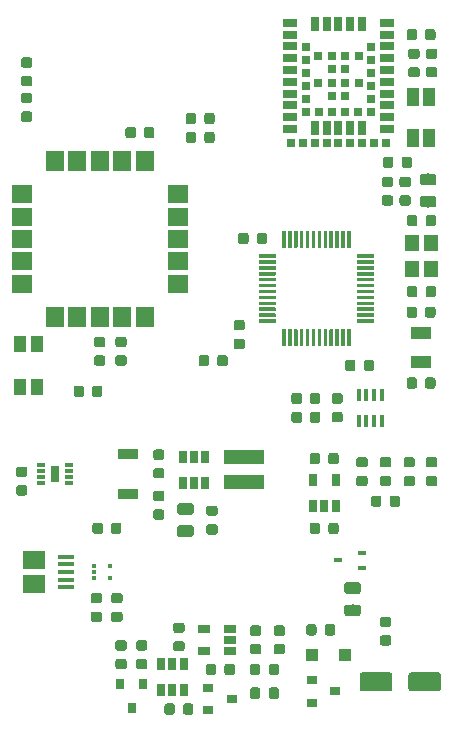
<source format=gtp>
G04 #@! TF.GenerationSoftware,KiCad,Pcbnew,(5.0.1-3-g963ef8bb5)*
G04 #@! TF.CreationDate,2019-11-24T12:04:57+01:00*
G04 #@! TF.ProjectId,oibus-mini-CCC,6F696275732D6D696E692D4343432E6B,rev?*
G04 #@! TF.SameCoordinates,Original*
G04 #@! TF.FileFunction,Paste,Top*
G04 #@! TF.FilePolarity,Positive*
%FSLAX46Y46*%
G04 Gerber Fmt 4.6, Leading zero omitted, Abs format (unit mm)*
G04 Created by KiCad (PCBNEW (5.0.1-3-g963ef8bb5)) date 2019 November 24, Sunday 12:04:57*
%MOMM*%
%LPD*%
G01*
G04 APERTURE LIST*
%ADD10C,0.149860*%
%ADD11C,0.875000*%
%ADD12C,0.300000*%
%ADD13C,0.975000*%
%ADD14R,0.700000X0.450000*%
%ADD15C,1.600000*%
%ADD16R,0.400000X1.060000*%
%ADD17R,1.200000X1.400000*%
%ADD18R,1.500000X1.800000*%
%ADD19R,1.800000X1.500000*%
%ADD20R,0.200000X1.000000*%
%ADD21R,0.800000X0.300000*%
%ADD22R,1.150000X0.700000*%
%ADD23R,0.700000X1.150000*%
%ADD24R,0.700000X0.700000*%
%ADD25R,3.400000X1.300000*%
%ADD26R,0.900000X0.800000*%
%ADD27R,0.650000X1.060000*%
%ADD28R,1.060000X0.650000*%
%ADD29R,1.900000X1.500000*%
%ADD30R,1.350000X0.400000*%
%ADD31R,1.000000X1.500000*%
%ADD32R,0.800000X0.900000*%
%ADD33R,0.450000X0.300000*%
%ADD34R,1.100000X1.100000*%
%ADD35R,1.800000X1.000000*%
%ADD36R,1.700000X0.900000*%
%ADD37R,1.050000X1.400000*%
G04 APERTURE END LIST*
D10*
G04 #@! TO.C,U2*
G36*
X14260000Y45220000D02*
X14260000Y44640000D01*
X13540000Y44640000D01*
X13540000Y45220000D01*
X14260000Y45220000D01*
G37*
G36*
X15260000Y45220000D02*
X15260000Y44640000D01*
X14540000Y44640000D01*
X14540000Y45220000D01*
X15260000Y45220000D01*
G37*
G36*
X14260000Y44360000D02*
X14260000Y43780000D01*
X13540000Y43780000D01*
X13540000Y44360000D01*
X14260000Y44360000D01*
G37*
G36*
X15260000Y44360000D02*
X15260000Y43780000D01*
X14540000Y43780000D01*
X14540000Y44360000D01*
X15260000Y44360000D01*
G37*
G36*
X14260000Y43320000D02*
X14260000Y42740000D01*
X13540000Y42740000D01*
X13540000Y43320000D01*
X14260000Y43320000D01*
G37*
G36*
X15260000Y43320000D02*
X15260000Y42740000D01*
X14540000Y42740000D01*
X14540000Y43320000D01*
X15260000Y43320000D01*
G37*
G36*
X14260000Y42460000D02*
X14260000Y41880000D01*
X13540000Y41880000D01*
X13540000Y42460000D01*
X14260000Y42460000D01*
G37*
G36*
X15260000Y42460000D02*
X15260000Y41880000D01*
X14540000Y41880000D01*
X14540000Y42460000D01*
X15260000Y42460000D01*
G37*
G36*
X14260000Y41420000D02*
X14260000Y40840000D01*
X13540000Y40840000D01*
X13540000Y41420000D01*
X14260000Y41420000D01*
G37*
G36*
X15260000Y41420000D02*
X15260000Y40840000D01*
X14540000Y40840000D01*
X14540000Y41420000D01*
X15260000Y41420000D01*
G37*
G36*
X14260000Y40560000D02*
X14260000Y39980000D01*
X13540000Y39980000D01*
X13540000Y40560000D01*
X14260000Y40560000D01*
G37*
G36*
X15260000Y40560000D02*
X15260000Y39980000D01*
X14540000Y39980000D01*
X14540000Y40560000D01*
X15260000Y40560000D01*
G37*
G36*
X14260000Y39520000D02*
X14260000Y38940000D01*
X13540000Y38940000D01*
X13540000Y39520000D01*
X14260000Y39520000D01*
G37*
G36*
X15260000Y39520000D02*
X15260000Y38940000D01*
X14540000Y38940000D01*
X14540000Y39520000D01*
X15260000Y39520000D01*
G37*
G36*
X14260000Y38660000D02*
X14260000Y38080000D01*
X13540000Y38080000D01*
X13540000Y38660000D01*
X14260000Y38660000D01*
G37*
G36*
X15260000Y38660000D02*
X15260000Y38080000D01*
X14540000Y38080000D01*
X14540000Y38660000D01*
X15260000Y38660000D01*
G37*
G36*
X14260000Y37620000D02*
X14260000Y37040000D01*
X13540000Y37040000D01*
X13540000Y37620000D01*
X14260000Y37620000D01*
G37*
G36*
X15260000Y37620000D02*
X15260000Y37040000D01*
X14540000Y37040000D01*
X14540000Y37620000D01*
X15260000Y37620000D01*
G37*
G36*
X14260000Y36760000D02*
X14260000Y36180000D01*
X13540000Y36180000D01*
X13540000Y36760000D01*
X14260000Y36760000D01*
G37*
G36*
X15260000Y36760000D02*
X15260000Y36180000D01*
X14540000Y36180000D01*
X14540000Y36760000D01*
X15260000Y36760000D01*
G37*
G36*
X1060000Y45220000D02*
X1060000Y44640000D01*
X340000Y44640000D01*
X340000Y45220000D01*
X1060000Y45220000D01*
G37*
G36*
X2060000Y45220000D02*
X2060000Y44640000D01*
X1340000Y44640000D01*
X1340000Y45220000D01*
X2060000Y45220000D01*
G37*
G36*
X1060000Y44360000D02*
X1060000Y43780000D01*
X340000Y43780000D01*
X340000Y44360000D01*
X1060000Y44360000D01*
G37*
G36*
X2060000Y44360000D02*
X2060000Y43780000D01*
X1340000Y43780000D01*
X1340000Y44360000D01*
X2060000Y44360000D01*
G37*
G36*
X1060000Y43320000D02*
X1060000Y42740000D01*
X340000Y42740000D01*
X340000Y43320000D01*
X1060000Y43320000D01*
G37*
G36*
X2060000Y43320000D02*
X2060000Y42740000D01*
X1340000Y42740000D01*
X1340000Y43320000D01*
X2060000Y43320000D01*
G37*
G36*
X1060000Y42460000D02*
X1060000Y41880000D01*
X340000Y41880000D01*
X340000Y42460000D01*
X1060000Y42460000D01*
G37*
G36*
X2060000Y42460000D02*
X2060000Y41880000D01*
X1340000Y41880000D01*
X1340000Y42460000D01*
X2060000Y42460000D01*
G37*
G36*
X1060000Y41420000D02*
X1060000Y40840000D01*
X340000Y40840000D01*
X340000Y41420000D01*
X1060000Y41420000D01*
G37*
G36*
X2060000Y41420000D02*
X2060000Y40840000D01*
X1340000Y40840000D01*
X1340000Y41420000D01*
X2060000Y41420000D01*
G37*
G36*
X1060000Y40560000D02*
X1060000Y39980000D01*
X340000Y39980000D01*
X340000Y40560000D01*
X1060000Y40560000D01*
G37*
G36*
X2060000Y40560000D02*
X2060000Y39980000D01*
X1340000Y39980000D01*
X1340000Y40560000D01*
X2060000Y40560000D01*
G37*
G36*
X1060000Y39520000D02*
X1060000Y38940000D01*
X340000Y38940000D01*
X340000Y39520000D01*
X1060000Y39520000D01*
G37*
G36*
X2060000Y39520000D02*
X2060000Y38940000D01*
X1340000Y38940000D01*
X1340000Y39520000D01*
X2060000Y39520000D01*
G37*
G36*
X1060000Y38660000D02*
X1060000Y38080000D01*
X340000Y38080000D01*
X340000Y38660000D01*
X1060000Y38660000D01*
G37*
G36*
X2060000Y38660000D02*
X2060000Y38080000D01*
X1340000Y38080000D01*
X1340000Y38660000D01*
X2060000Y38660000D01*
G37*
G36*
X1060000Y37620000D02*
X1060000Y37040000D01*
X340000Y37040000D01*
X340000Y37620000D01*
X1060000Y37620000D01*
G37*
G36*
X2060000Y37620000D02*
X2060000Y37040000D01*
X1340000Y37040000D01*
X1340000Y37620000D01*
X2060000Y37620000D01*
G37*
G36*
X1060000Y36760000D02*
X1060000Y36180000D01*
X340000Y36180000D01*
X340000Y36760000D01*
X1060000Y36760000D01*
G37*
G36*
X2060000Y36760000D02*
X2060000Y36180000D01*
X1340000Y36180000D01*
X1340000Y36760000D01*
X2060000Y36760000D01*
G37*
G36*
X3280000Y47160000D02*
X3860000Y47160000D01*
X3860000Y46440000D01*
X3280000Y46440000D01*
X3280000Y47160000D01*
G37*
G36*
X3280000Y48160000D02*
X3860000Y48160000D01*
X3860000Y47440000D01*
X3280000Y47440000D01*
X3280000Y48160000D01*
G37*
G36*
X4140000Y47160000D02*
X4720000Y47160000D01*
X4720000Y46440000D01*
X4140000Y46440000D01*
X4140000Y47160000D01*
G37*
G36*
X4140000Y48160000D02*
X4720000Y48160000D01*
X4720000Y47440000D01*
X4140000Y47440000D01*
X4140000Y48160000D01*
G37*
G36*
X5180000Y47160000D02*
X5760000Y47160000D01*
X5760000Y46440000D01*
X5180000Y46440000D01*
X5180000Y47160000D01*
G37*
G36*
X5180000Y48160000D02*
X5760000Y48160000D01*
X5760000Y47440000D01*
X5180000Y47440000D01*
X5180000Y48160000D01*
G37*
G36*
X6040000Y47160000D02*
X6620000Y47160000D01*
X6620000Y46440000D01*
X6040000Y46440000D01*
X6040000Y47160000D01*
G37*
G36*
X6040000Y48160000D02*
X6620000Y48160000D01*
X6620000Y47440000D01*
X6040000Y47440000D01*
X6040000Y48160000D01*
G37*
G36*
X10880000Y47160000D02*
X11460000Y47160000D01*
X11460000Y46440000D01*
X10880000Y46440000D01*
X10880000Y47160000D01*
G37*
G36*
X10880000Y48160000D02*
X11460000Y48160000D01*
X11460000Y47440000D01*
X10880000Y47440000D01*
X10880000Y48160000D01*
G37*
G36*
X11740000Y47160000D02*
X12320000Y47160000D01*
X12320000Y46440000D01*
X11740000Y46440000D01*
X11740000Y47160000D01*
G37*
G36*
X11740000Y48160000D02*
X12320000Y48160000D01*
X12320000Y47440000D01*
X11740000Y47440000D01*
X11740000Y48160000D01*
G37*
G36*
X8980000Y47160000D02*
X9560000Y47160000D01*
X9560000Y46440000D01*
X8980000Y46440000D01*
X8980000Y47160000D01*
G37*
G36*
X8980000Y48160000D02*
X9560000Y48160000D01*
X9560000Y47440000D01*
X8980000Y47440000D01*
X8980000Y48160000D01*
G37*
G36*
X9840000Y47160000D02*
X10420000Y47160000D01*
X10420000Y46440000D01*
X9840000Y46440000D01*
X9840000Y47160000D01*
G37*
G36*
X9840000Y48160000D02*
X10420000Y48160000D01*
X10420000Y47440000D01*
X9840000Y47440000D01*
X9840000Y48160000D01*
G37*
G36*
X7080000Y47160000D02*
X7660000Y47160000D01*
X7660000Y46440000D01*
X7080000Y46440000D01*
X7080000Y47160000D01*
G37*
G36*
X7080000Y48160000D02*
X7660000Y48160000D01*
X7660000Y47440000D01*
X7080000Y47440000D01*
X7080000Y48160000D01*
G37*
G36*
X7940000Y47160000D02*
X8520000Y47160000D01*
X8520000Y46440000D01*
X7940000Y46440000D01*
X7940000Y47160000D01*
G37*
G36*
X7940000Y48160000D02*
X8520000Y48160000D01*
X8520000Y47440000D01*
X7940000Y47440000D01*
X7940000Y48160000D01*
G37*
G36*
X10880000Y33960000D02*
X11460000Y33960000D01*
X11460000Y33240000D01*
X10880000Y33240000D01*
X10880000Y33960000D01*
G37*
G36*
X10880000Y34960000D02*
X11460000Y34960000D01*
X11460000Y34240000D01*
X10880000Y34240000D01*
X10880000Y34960000D01*
G37*
G36*
X11740000Y33960000D02*
X12320000Y33960000D01*
X12320000Y33240000D01*
X11740000Y33240000D01*
X11740000Y33960000D01*
G37*
G36*
X11740000Y34960000D02*
X12320000Y34960000D01*
X12320000Y34240000D01*
X11740000Y34240000D01*
X11740000Y34960000D01*
G37*
G36*
X8980000Y33960000D02*
X9560000Y33960000D01*
X9560000Y33240000D01*
X8980000Y33240000D01*
X8980000Y33960000D01*
G37*
G36*
X8980000Y34960000D02*
X9560000Y34960000D01*
X9560000Y34240000D01*
X8980000Y34240000D01*
X8980000Y34960000D01*
G37*
G36*
X9840000Y33960000D02*
X10420000Y33960000D01*
X10420000Y33240000D01*
X9840000Y33240000D01*
X9840000Y33960000D01*
G37*
G36*
X9840000Y34960000D02*
X10420000Y34960000D01*
X10420000Y34240000D01*
X9840000Y34240000D01*
X9840000Y34960000D01*
G37*
G36*
X7080000Y33960000D02*
X7660000Y33960000D01*
X7660000Y33240000D01*
X7080000Y33240000D01*
X7080000Y33960000D01*
G37*
G36*
X7080000Y34960000D02*
X7660000Y34960000D01*
X7660000Y34240000D01*
X7080000Y34240000D01*
X7080000Y34960000D01*
G37*
G36*
X7940000Y33960000D02*
X8520000Y33960000D01*
X8520000Y33240000D01*
X7940000Y33240000D01*
X7940000Y33960000D01*
G37*
G36*
X7940000Y34960000D02*
X8520000Y34960000D01*
X8520000Y34240000D01*
X7940000Y34240000D01*
X7940000Y34960000D01*
G37*
G36*
X5180000Y33960000D02*
X5760000Y33960000D01*
X5760000Y33240000D01*
X5180000Y33240000D01*
X5180000Y33960000D01*
G37*
G36*
X5180000Y34960000D02*
X5760000Y34960000D01*
X5760000Y34240000D01*
X5180000Y34240000D01*
X5180000Y34960000D01*
G37*
G36*
X6040000Y33960000D02*
X6620000Y33960000D01*
X6620000Y33240000D01*
X6040000Y33240000D01*
X6040000Y33960000D01*
G37*
G36*
X6040000Y34960000D02*
X6620000Y34960000D01*
X6620000Y34240000D01*
X6040000Y34240000D01*
X6040000Y34960000D01*
G37*
G36*
X3280000Y33960000D02*
X3860000Y33960000D01*
X3860000Y33240000D01*
X3280000Y33240000D01*
X3280000Y33960000D01*
G37*
G36*
X3280000Y34960000D02*
X3860000Y34960000D01*
X3860000Y34240000D01*
X3280000Y34240000D01*
X3280000Y34960000D01*
G37*
G36*
X4140000Y33960000D02*
X4720000Y33960000D01*
X4720000Y33240000D01*
X4140000Y33240000D01*
X4140000Y33960000D01*
G37*
G36*
X4140000Y34960000D02*
X4720000Y34960000D01*
X4720000Y34240000D01*
X4140000Y34240000D01*
X4140000Y34960000D01*
G37*
G04 #@! TO.C,U6*
G36*
X3664716Y21485000D02*
X4335000Y21485000D01*
X4335000Y20114420D01*
X3664716Y20114420D01*
X3664716Y21485000D01*
G37*
G04 #@! TD*
G04 #@! TO.C,C18*
G36*
X6252691Y28273947D02*
X6273926Y28270797D01*
X6294750Y28265581D01*
X6314962Y28258349D01*
X6334368Y28249170D01*
X6352781Y28238134D01*
X6370024Y28225346D01*
X6385930Y28210930D01*
X6400346Y28195024D01*
X6413134Y28177781D01*
X6424170Y28159368D01*
X6433349Y28139962D01*
X6440581Y28119750D01*
X6445797Y28098926D01*
X6448947Y28077691D01*
X6450000Y28056250D01*
X6450000Y27543750D01*
X6448947Y27522309D01*
X6445797Y27501074D01*
X6440581Y27480250D01*
X6433349Y27460038D01*
X6424170Y27440632D01*
X6413134Y27422219D01*
X6400346Y27404976D01*
X6385930Y27389070D01*
X6370024Y27374654D01*
X6352781Y27361866D01*
X6334368Y27350830D01*
X6314962Y27341651D01*
X6294750Y27334419D01*
X6273926Y27329203D01*
X6252691Y27326053D01*
X6231250Y27325000D01*
X5793750Y27325000D01*
X5772309Y27326053D01*
X5751074Y27329203D01*
X5730250Y27334419D01*
X5710038Y27341651D01*
X5690632Y27350830D01*
X5672219Y27361866D01*
X5654976Y27374654D01*
X5639070Y27389070D01*
X5624654Y27404976D01*
X5611866Y27422219D01*
X5600830Y27440632D01*
X5591651Y27460038D01*
X5584419Y27480250D01*
X5579203Y27501074D01*
X5576053Y27522309D01*
X5575000Y27543750D01*
X5575000Y28056250D01*
X5576053Y28077691D01*
X5579203Y28098926D01*
X5584419Y28119750D01*
X5591651Y28139962D01*
X5600830Y28159368D01*
X5611866Y28177781D01*
X5624654Y28195024D01*
X5639070Y28210930D01*
X5654976Y28225346D01*
X5672219Y28238134D01*
X5690632Y28249170D01*
X5710038Y28258349D01*
X5730250Y28265581D01*
X5751074Y28270797D01*
X5772309Y28273947D01*
X5793750Y28275000D01*
X6231250Y28275000D01*
X6252691Y28273947D01*
X6252691Y28273947D01*
G37*
D11*
X6012500Y27800000D03*
D10*
G36*
X7827691Y28273947D02*
X7848926Y28270797D01*
X7869750Y28265581D01*
X7889962Y28258349D01*
X7909368Y28249170D01*
X7927781Y28238134D01*
X7945024Y28225346D01*
X7960930Y28210930D01*
X7975346Y28195024D01*
X7988134Y28177781D01*
X7999170Y28159368D01*
X8008349Y28139962D01*
X8015581Y28119750D01*
X8020797Y28098926D01*
X8023947Y28077691D01*
X8025000Y28056250D01*
X8025000Y27543750D01*
X8023947Y27522309D01*
X8020797Y27501074D01*
X8015581Y27480250D01*
X8008349Y27460038D01*
X7999170Y27440632D01*
X7988134Y27422219D01*
X7975346Y27404976D01*
X7960930Y27389070D01*
X7945024Y27374654D01*
X7927781Y27361866D01*
X7909368Y27350830D01*
X7889962Y27341651D01*
X7869750Y27334419D01*
X7848926Y27329203D01*
X7827691Y27326053D01*
X7806250Y27325000D01*
X7368750Y27325000D01*
X7347309Y27326053D01*
X7326074Y27329203D01*
X7305250Y27334419D01*
X7285038Y27341651D01*
X7265632Y27350830D01*
X7247219Y27361866D01*
X7229976Y27374654D01*
X7214070Y27389070D01*
X7199654Y27404976D01*
X7186866Y27422219D01*
X7175830Y27440632D01*
X7166651Y27460038D01*
X7159419Y27480250D01*
X7154203Y27501074D01*
X7151053Y27522309D01*
X7150000Y27543750D01*
X7150000Y28056250D01*
X7151053Y28077691D01*
X7154203Y28098926D01*
X7159419Y28119750D01*
X7166651Y28139962D01*
X7175830Y28159368D01*
X7186866Y28177781D01*
X7199654Y28195024D01*
X7214070Y28210930D01*
X7229976Y28225346D01*
X7247219Y28238134D01*
X7265632Y28249170D01*
X7285038Y28258349D01*
X7305250Y28265581D01*
X7326074Y28270797D01*
X7347309Y28273947D01*
X7368750Y28275000D01*
X7806250Y28275000D01*
X7827691Y28273947D01*
X7827691Y28273947D01*
G37*
D11*
X7587500Y27800000D03*
G04 #@! TD*
D10*
G04 #@! TO.C,U8*
G36*
X28973975Y33074639D02*
X28981256Y33073559D01*
X28988395Y33071771D01*
X28995325Y33069291D01*
X29001979Y33066144D01*
X29008292Y33062360D01*
X29014203Y33057976D01*
X29019657Y33053033D01*
X29024600Y33047579D01*
X29028984Y33041668D01*
X29032768Y33035355D01*
X29035915Y33028701D01*
X29038395Y33021771D01*
X29040183Y33014632D01*
X29041263Y33007351D01*
X29041624Y33000000D01*
X29041624Y31675000D01*
X29041263Y31667649D01*
X29040183Y31660368D01*
X29038395Y31653229D01*
X29035915Y31646299D01*
X29032768Y31639645D01*
X29028984Y31633332D01*
X29024600Y31627421D01*
X29019657Y31621967D01*
X29014203Y31617024D01*
X29008292Y31612640D01*
X29001979Y31608856D01*
X28995325Y31605709D01*
X28988395Y31603229D01*
X28981256Y31601441D01*
X28973975Y31600361D01*
X28966624Y31600000D01*
X28816624Y31600000D01*
X28809273Y31600361D01*
X28801992Y31601441D01*
X28794853Y31603229D01*
X28787923Y31605709D01*
X28781269Y31608856D01*
X28774956Y31612640D01*
X28769045Y31617024D01*
X28763591Y31621967D01*
X28758648Y31627421D01*
X28754264Y31633332D01*
X28750480Y31639645D01*
X28747333Y31646299D01*
X28744853Y31653229D01*
X28743065Y31660368D01*
X28741985Y31667649D01*
X28741624Y31675000D01*
X28741624Y33000000D01*
X28741985Y33007351D01*
X28743065Y33014632D01*
X28744853Y33021771D01*
X28747333Y33028701D01*
X28750480Y33035355D01*
X28754264Y33041668D01*
X28758648Y33047579D01*
X28763591Y33053033D01*
X28769045Y33057976D01*
X28774956Y33062360D01*
X28781269Y33066144D01*
X28787923Y33069291D01*
X28794853Y33071771D01*
X28801992Y33073559D01*
X28809273Y33074639D01*
X28816624Y33075000D01*
X28966624Y33075000D01*
X28973975Y33074639D01*
X28973975Y33074639D01*
G37*
D12*
X28891624Y32337500D03*
D10*
G36*
X28473975Y33074639D02*
X28481256Y33073559D01*
X28488395Y33071771D01*
X28495325Y33069291D01*
X28501979Y33066144D01*
X28508292Y33062360D01*
X28514203Y33057976D01*
X28519657Y33053033D01*
X28524600Y33047579D01*
X28528984Y33041668D01*
X28532768Y33035355D01*
X28535915Y33028701D01*
X28538395Y33021771D01*
X28540183Y33014632D01*
X28541263Y33007351D01*
X28541624Y33000000D01*
X28541624Y31675000D01*
X28541263Y31667649D01*
X28540183Y31660368D01*
X28538395Y31653229D01*
X28535915Y31646299D01*
X28532768Y31639645D01*
X28528984Y31633332D01*
X28524600Y31627421D01*
X28519657Y31621967D01*
X28514203Y31617024D01*
X28508292Y31612640D01*
X28501979Y31608856D01*
X28495325Y31605709D01*
X28488395Y31603229D01*
X28481256Y31601441D01*
X28473975Y31600361D01*
X28466624Y31600000D01*
X28316624Y31600000D01*
X28309273Y31600361D01*
X28301992Y31601441D01*
X28294853Y31603229D01*
X28287923Y31605709D01*
X28281269Y31608856D01*
X28274956Y31612640D01*
X28269045Y31617024D01*
X28263591Y31621967D01*
X28258648Y31627421D01*
X28254264Y31633332D01*
X28250480Y31639645D01*
X28247333Y31646299D01*
X28244853Y31653229D01*
X28243065Y31660368D01*
X28241985Y31667649D01*
X28241624Y31675000D01*
X28241624Y33000000D01*
X28241985Y33007351D01*
X28243065Y33014632D01*
X28244853Y33021771D01*
X28247333Y33028701D01*
X28250480Y33035355D01*
X28254264Y33041668D01*
X28258648Y33047579D01*
X28263591Y33053033D01*
X28269045Y33057976D01*
X28274956Y33062360D01*
X28281269Y33066144D01*
X28287923Y33069291D01*
X28294853Y33071771D01*
X28301992Y33073559D01*
X28309273Y33074639D01*
X28316624Y33075000D01*
X28466624Y33075000D01*
X28473975Y33074639D01*
X28473975Y33074639D01*
G37*
D12*
X28391624Y32337500D03*
D10*
G36*
X27973975Y33074639D02*
X27981256Y33073559D01*
X27988395Y33071771D01*
X27995325Y33069291D01*
X28001979Y33066144D01*
X28008292Y33062360D01*
X28014203Y33057976D01*
X28019657Y33053033D01*
X28024600Y33047579D01*
X28028984Y33041668D01*
X28032768Y33035355D01*
X28035915Y33028701D01*
X28038395Y33021771D01*
X28040183Y33014632D01*
X28041263Y33007351D01*
X28041624Y33000000D01*
X28041624Y31675000D01*
X28041263Y31667649D01*
X28040183Y31660368D01*
X28038395Y31653229D01*
X28035915Y31646299D01*
X28032768Y31639645D01*
X28028984Y31633332D01*
X28024600Y31627421D01*
X28019657Y31621967D01*
X28014203Y31617024D01*
X28008292Y31612640D01*
X28001979Y31608856D01*
X27995325Y31605709D01*
X27988395Y31603229D01*
X27981256Y31601441D01*
X27973975Y31600361D01*
X27966624Y31600000D01*
X27816624Y31600000D01*
X27809273Y31600361D01*
X27801992Y31601441D01*
X27794853Y31603229D01*
X27787923Y31605709D01*
X27781269Y31608856D01*
X27774956Y31612640D01*
X27769045Y31617024D01*
X27763591Y31621967D01*
X27758648Y31627421D01*
X27754264Y31633332D01*
X27750480Y31639645D01*
X27747333Y31646299D01*
X27744853Y31653229D01*
X27743065Y31660368D01*
X27741985Y31667649D01*
X27741624Y31675000D01*
X27741624Y33000000D01*
X27741985Y33007351D01*
X27743065Y33014632D01*
X27744853Y33021771D01*
X27747333Y33028701D01*
X27750480Y33035355D01*
X27754264Y33041668D01*
X27758648Y33047579D01*
X27763591Y33053033D01*
X27769045Y33057976D01*
X27774956Y33062360D01*
X27781269Y33066144D01*
X27787923Y33069291D01*
X27794853Y33071771D01*
X27801992Y33073559D01*
X27809273Y33074639D01*
X27816624Y33075000D01*
X27966624Y33075000D01*
X27973975Y33074639D01*
X27973975Y33074639D01*
G37*
D12*
X27891624Y32337500D03*
D10*
G36*
X27473975Y33074639D02*
X27481256Y33073559D01*
X27488395Y33071771D01*
X27495325Y33069291D01*
X27501979Y33066144D01*
X27508292Y33062360D01*
X27514203Y33057976D01*
X27519657Y33053033D01*
X27524600Y33047579D01*
X27528984Y33041668D01*
X27532768Y33035355D01*
X27535915Y33028701D01*
X27538395Y33021771D01*
X27540183Y33014632D01*
X27541263Y33007351D01*
X27541624Y33000000D01*
X27541624Y31675000D01*
X27541263Y31667649D01*
X27540183Y31660368D01*
X27538395Y31653229D01*
X27535915Y31646299D01*
X27532768Y31639645D01*
X27528984Y31633332D01*
X27524600Y31627421D01*
X27519657Y31621967D01*
X27514203Y31617024D01*
X27508292Y31612640D01*
X27501979Y31608856D01*
X27495325Y31605709D01*
X27488395Y31603229D01*
X27481256Y31601441D01*
X27473975Y31600361D01*
X27466624Y31600000D01*
X27316624Y31600000D01*
X27309273Y31600361D01*
X27301992Y31601441D01*
X27294853Y31603229D01*
X27287923Y31605709D01*
X27281269Y31608856D01*
X27274956Y31612640D01*
X27269045Y31617024D01*
X27263591Y31621967D01*
X27258648Y31627421D01*
X27254264Y31633332D01*
X27250480Y31639645D01*
X27247333Y31646299D01*
X27244853Y31653229D01*
X27243065Y31660368D01*
X27241985Y31667649D01*
X27241624Y31675000D01*
X27241624Y33000000D01*
X27241985Y33007351D01*
X27243065Y33014632D01*
X27244853Y33021771D01*
X27247333Y33028701D01*
X27250480Y33035355D01*
X27254264Y33041668D01*
X27258648Y33047579D01*
X27263591Y33053033D01*
X27269045Y33057976D01*
X27274956Y33062360D01*
X27281269Y33066144D01*
X27287923Y33069291D01*
X27294853Y33071771D01*
X27301992Y33073559D01*
X27309273Y33074639D01*
X27316624Y33075000D01*
X27466624Y33075000D01*
X27473975Y33074639D01*
X27473975Y33074639D01*
G37*
D12*
X27391624Y32337500D03*
D10*
G36*
X26973975Y33074639D02*
X26981256Y33073559D01*
X26988395Y33071771D01*
X26995325Y33069291D01*
X27001979Y33066144D01*
X27008292Y33062360D01*
X27014203Y33057976D01*
X27019657Y33053033D01*
X27024600Y33047579D01*
X27028984Y33041668D01*
X27032768Y33035355D01*
X27035915Y33028701D01*
X27038395Y33021771D01*
X27040183Y33014632D01*
X27041263Y33007351D01*
X27041624Y33000000D01*
X27041624Y31675000D01*
X27041263Y31667649D01*
X27040183Y31660368D01*
X27038395Y31653229D01*
X27035915Y31646299D01*
X27032768Y31639645D01*
X27028984Y31633332D01*
X27024600Y31627421D01*
X27019657Y31621967D01*
X27014203Y31617024D01*
X27008292Y31612640D01*
X27001979Y31608856D01*
X26995325Y31605709D01*
X26988395Y31603229D01*
X26981256Y31601441D01*
X26973975Y31600361D01*
X26966624Y31600000D01*
X26816624Y31600000D01*
X26809273Y31600361D01*
X26801992Y31601441D01*
X26794853Y31603229D01*
X26787923Y31605709D01*
X26781269Y31608856D01*
X26774956Y31612640D01*
X26769045Y31617024D01*
X26763591Y31621967D01*
X26758648Y31627421D01*
X26754264Y31633332D01*
X26750480Y31639645D01*
X26747333Y31646299D01*
X26744853Y31653229D01*
X26743065Y31660368D01*
X26741985Y31667649D01*
X26741624Y31675000D01*
X26741624Y33000000D01*
X26741985Y33007351D01*
X26743065Y33014632D01*
X26744853Y33021771D01*
X26747333Y33028701D01*
X26750480Y33035355D01*
X26754264Y33041668D01*
X26758648Y33047579D01*
X26763591Y33053033D01*
X26769045Y33057976D01*
X26774956Y33062360D01*
X26781269Y33066144D01*
X26787923Y33069291D01*
X26794853Y33071771D01*
X26801992Y33073559D01*
X26809273Y33074639D01*
X26816624Y33075000D01*
X26966624Y33075000D01*
X26973975Y33074639D01*
X26973975Y33074639D01*
G37*
D12*
X26891624Y32337500D03*
D10*
G36*
X26473975Y33074639D02*
X26481256Y33073559D01*
X26488395Y33071771D01*
X26495325Y33069291D01*
X26501979Y33066144D01*
X26508292Y33062360D01*
X26514203Y33057976D01*
X26519657Y33053033D01*
X26524600Y33047579D01*
X26528984Y33041668D01*
X26532768Y33035355D01*
X26535915Y33028701D01*
X26538395Y33021771D01*
X26540183Y33014632D01*
X26541263Y33007351D01*
X26541624Y33000000D01*
X26541624Y31675000D01*
X26541263Y31667649D01*
X26540183Y31660368D01*
X26538395Y31653229D01*
X26535915Y31646299D01*
X26532768Y31639645D01*
X26528984Y31633332D01*
X26524600Y31627421D01*
X26519657Y31621967D01*
X26514203Y31617024D01*
X26508292Y31612640D01*
X26501979Y31608856D01*
X26495325Y31605709D01*
X26488395Y31603229D01*
X26481256Y31601441D01*
X26473975Y31600361D01*
X26466624Y31600000D01*
X26316624Y31600000D01*
X26309273Y31600361D01*
X26301992Y31601441D01*
X26294853Y31603229D01*
X26287923Y31605709D01*
X26281269Y31608856D01*
X26274956Y31612640D01*
X26269045Y31617024D01*
X26263591Y31621967D01*
X26258648Y31627421D01*
X26254264Y31633332D01*
X26250480Y31639645D01*
X26247333Y31646299D01*
X26244853Y31653229D01*
X26243065Y31660368D01*
X26241985Y31667649D01*
X26241624Y31675000D01*
X26241624Y33000000D01*
X26241985Y33007351D01*
X26243065Y33014632D01*
X26244853Y33021771D01*
X26247333Y33028701D01*
X26250480Y33035355D01*
X26254264Y33041668D01*
X26258648Y33047579D01*
X26263591Y33053033D01*
X26269045Y33057976D01*
X26274956Y33062360D01*
X26281269Y33066144D01*
X26287923Y33069291D01*
X26294853Y33071771D01*
X26301992Y33073559D01*
X26309273Y33074639D01*
X26316624Y33075000D01*
X26466624Y33075000D01*
X26473975Y33074639D01*
X26473975Y33074639D01*
G37*
D12*
X26391624Y32337500D03*
D10*
G36*
X25973975Y33074639D02*
X25981256Y33073559D01*
X25988395Y33071771D01*
X25995325Y33069291D01*
X26001979Y33066144D01*
X26008292Y33062360D01*
X26014203Y33057976D01*
X26019657Y33053033D01*
X26024600Y33047579D01*
X26028984Y33041668D01*
X26032768Y33035355D01*
X26035915Y33028701D01*
X26038395Y33021771D01*
X26040183Y33014632D01*
X26041263Y33007351D01*
X26041624Y33000000D01*
X26041624Y31675000D01*
X26041263Y31667649D01*
X26040183Y31660368D01*
X26038395Y31653229D01*
X26035915Y31646299D01*
X26032768Y31639645D01*
X26028984Y31633332D01*
X26024600Y31627421D01*
X26019657Y31621967D01*
X26014203Y31617024D01*
X26008292Y31612640D01*
X26001979Y31608856D01*
X25995325Y31605709D01*
X25988395Y31603229D01*
X25981256Y31601441D01*
X25973975Y31600361D01*
X25966624Y31600000D01*
X25816624Y31600000D01*
X25809273Y31600361D01*
X25801992Y31601441D01*
X25794853Y31603229D01*
X25787923Y31605709D01*
X25781269Y31608856D01*
X25774956Y31612640D01*
X25769045Y31617024D01*
X25763591Y31621967D01*
X25758648Y31627421D01*
X25754264Y31633332D01*
X25750480Y31639645D01*
X25747333Y31646299D01*
X25744853Y31653229D01*
X25743065Y31660368D01*
X25741985Y31667649D01*
X25741624Y31675000D01*
X25741624Y33000000D01*
X25741985Y33007351D01*
X25743065Y33014632D01*
X25744853Y33021771D01*
X25747333Y33028701D01*
X25750480Y33035355D01*
X25754264Y33041668D01*
X25758648Y33047579D01*
X25763591Y33053033D01*
X25769045Y33057976D01*
X25774956Y33062360D01*
X25781269Y33066144D01*
X25787923Y33069291D01*
X25794853Y33071771D01*
X25801992Y33073559D01*
X25809273Y33074639D01*
X25816624Y33075000D01*
X25966624Y33075000D01*
X25973975Y33074639D01*
X25973975Y33074639D01*
G37*
D12*
X25891624Y32337500D03*
D10*
G36*
X25473975Y33074639D02*
X25481256Y33073559D01*
X25488395Y33071771D01*
X25495325Y33069291D01*
X25501979Y33066144D01*
X25508292Y33062360D01*
X25514203Y33057976D01*
X25519657Y33053033D01*
X25524600Y33047579D01*
X25528984Y33041668D01*
X25532768Y33035355D01*
X25535915Y33028701D01*
X25538395Y33021771D01*
X25540183Y33014632D01*
X25541263Y33007351D01*
X25541624Y33000000D01*
X25541624Y31675000D01*
X25541263Y31667649D01*
X25540183Y31660368D01*
X25538395Y31653229D01*
X25535915Y31646299D01*
X25532768Y31639645D01*
X25528984Y31633332D01*
X25524600Y31627421D01*
X25519657Y31621967D01*
X25514203Y31617024D01*
X25508292Y31612640D01*
X25501979Y31608856D01*
X25495325Y31605709D01*
X25488395Y31603229D01*
X25481256Y31601441D01*
X25473975Y31600361D01*
X25466624Y31600000D01*
X25316624Y31600000D01*
X25309273Y31600361D01*
X25301992Y31601441D01*
X25294853Y31603229D01*
X25287923Y31605709D01*
X25281269Y31608856D01*
X25274956Y31612640D01*
X25269045Y31617024D01*
X25263591Y31621967D01*
X25258648Y31627421D01*
X25254264Y31633332D01*
X25250480Y31639645D01*
X25247333Y31646299D01*
X25244853Y31653229D01*
X25243065Y31660368D01*
X25241985Y31667649D01*
X25241624Y31675000D01*
X25241624Y33000000D01*
X25241985Y33007351D01*
X25243065Y33014632D01*
X25244853Y33021771D01*
X25247333Y33028701D01*
X25250480Y33035355D01*
X25254264Y33041668D01*
X25258648Y33047579D01*
X25263591Y33053033D01*
X25269045Y33057976D01*
X25274956Y33062360D01*
X25281269Y33066144D01*
X25287923Y33069291D01*
X25294853Y33071771D01*
X25301992Y33073559D01*
X25309273Y33074639D01*
X25316624Y33075000D01*
X25466624Y33075000D01*
X25473975Y33074639D01*
X25473975Y33074639D01*
G37*
D12*
X25391624Y32337500D03*
D10*
G36*
X24973975Y33074639D02*
X24981256Y33073559D01*
X24988395Y33071771D01*
X24995325Y33069291D01*
X25001979Y33066144D01*
X25008292Y33062360D01*
X25014203Y33057976D01*
X25019657Y33053033D01*
X25024600Y33047579D01*
X25028984Y33041668D01*
X25032768Y33035355D01*
X25035915Y33028701D01*
X25038395Y33021771D01*
X25040183Y33014632D01*
X25041263Y33007351D01*
X25041624Y33000000D01*
X25041624Y31675000D01*
X25041263Y31667649D01*
X25040183Y31660368D01*
X25038395Y31653229D01*
X25035915Y31646299D01*
X25032768Y31639645D01*
X25028984Y31633332D01*
X25024600Y31627421D01*
X25019657Y31621967D01*
X25014203Y31617024D01*
X25008292Y31612640D01*
X25001979Y31608856D01*
X24995325Y31605709D01*
X24988395Y31603229D01*
X24981256Y31601441D01*
X24973975Y31600361D01*
X24966624Y31600000D01*
X24816624Y31600000D01*
X24809273Y31600361D01*
X24801992Y31601441D01*
X24794853Y31603229D01*
X24787923Y31605709D01*
X24781269Y31608856D01*
X24774956Y31612640D01*
X24769045Y31617024D01*
X24763591Y31621967D01*
X24758648Y31627421D01*
X24754264Y31633332D01*
X24750480Y31639645D01*
X24747333Y31646299D01*
X24744853Y31653229D01*
X24743065Y31660368D01*
X24741985Y31667649D01*
X24741624Y31675000D01*
X24741624Y33000000D01*
X24741985Y33007351D01*
X24743065Y33014632D01*
X24744853Y33021771D01*
X24747333Y33028701D01*
X24750480Y33035355D01*
X24754264Y33041668D01*
X24758648Y33047579D01*
X24763591Y33053033D01*
X24769045Y33057976D01*
X24774956Y33062360D01*
X24781269Y33066144D01*
X24787923Y33069291D01*
X24794853Y33071771D01*
X24801992Y33073559D01*
X24809273Y33074639D01*
X24816624Y33075000D01*
X24966624Y33075000D01*
X24973975Y33074639D01*
X24973975Y33074639D01*
G37*
D12*
X24891624Y32337500D03*
D10*
G36*
X24473975Y33074639D02*
X24481256Y33073559D01*
X24488395Y33071771D01*
X24495325Y33069291D01*
X24501979Y33066144D01*
X24508292Y33062360D01*
X24514203Y33057976D01*
X24519657Y33053033D01*
X24524600Y33047579D01*
X24528984Y33041668D01*
X24532768Y33035355D01*
X24535915Y33028701D01*
X24538395Y33021771D01*
X24540183Y33014632D01*
X24541263Y33007351D01*
X24541624Y33000000D01*
X24541624Y31675000D01*
X24541263Y31667649D01*
X24540183Y31660368D01*
X24538395Y31653229D01*
X24535915Y31646299D01*
X24532768Y31639645D01*
X24528984Y31633332D01*
X24524600Y31627421D01*
X24519657Y31621967D01*
X24514203Y31617024D01*
X24508292Y31612640D01*
X24501979Y31608856D01*
X24495325Y31605709D01*
X24488395Y31603229D01*
X24481256Y31601441D01*
X24473975Y31600361D01*
X24466624Y31600000D01*
X24316624Y31600000D01*
X24309273Y31600361D01*
X24301992Y31601441D01*
X24294853Y31603229D01*
X24287923Y31605709D01*
X24281269Y31608856D01*
X24274956Y31612640D01*
X24269045Y31617024D01*
X24263591Y31621967D01*
X24258648Y31627421D01*
X24254264Y31633332D01*
X24250480Y31639645D01*
X24247333Y31646299D01*
X24244853Y31653229D01*
X24243065Y31660368D01*
X24241985Y31667649D01*
X24241624Y31675000D01*
X24241624Y33000000D01*
X24241985Y33007351D01*
X24243065Y33014632D01*
X24244853Y33021771D01*
X24247333Y33028701D01*
X24250480Y33035355D01*
X24254264Y33041668D01*
X24258648Y33047579D01*
X24263591Y33053033D01*
X24269045Y33057976D01*
X24274956Y33062360D01*
X24281269Y33066144D01*
X24287923Y33069291D01*
X24294853Y33071771D01*
X24301992Y33073559D01*
X24309273Y33074639D01*
X24316624Y33075000D01*
X24466624Y33075000D01*
X24473975Y33074639D01*
X24473975Y33074639D01*
G37*
D12*
X24391624Y32337500D03*
D10*
G36*
X23973975Y33074639D02*
X23981256Y33073559D01*
X23988395Y33071771D01*
X23995325Y33069291D01*
X24001979Y33066144D01*
X24008292Y33062360D01*
X24014203Y33057976D01*
X24019657Y33053033D01*
X24024600Y33047579D01*
X24028984Y33041668D01*
X24032768Y33035355D01*
X24035915Y33028701D01*
X24038395Y33021771D01*
X24040183Y33014632D01*
X24041263Y33007351D01*
X24041624Y33000000D01*
X24041624Y31675000D01*
X24041263Y31667649D01*
X24040183Y31660368D01*
X24038395Y31653229D01*
X24035915Y31646299D01*
X24032768Y31639645D01*
X24028984Y31633332D01*
X24024600Y31627421D01*
X24019657Y31621967D01*
X24014203Y31617024D01*
X24008292Y31612640D01*
X24001979Y31608856D01*
X23995325Y31605709D01*
X23988395Y31603229D01*
X23981256Y31601441D01*
X23973975Y31600361D01*
X23966624Y31600000D01*
X23816624Y31600000D01*
X23809273Y31600361D01*
X23801992Y31601441D01*
X23794853Y31603229D01*
X23787923Y31605709D01*
X23781269Y31608856D01*
X23774956Y31612640D01*
X23769045Y31617024D01*
X23763591Y31621967D01*
X23758648Y31627421D01*
X23754264Y31633332D01*
X23750480Y31639645D01*
X23747333Y31646299D01*
X23744853Y31653229D01*
X23743065Y31660368D01*
X23741985Y31667649D01*
X23741624Y31675000D01*
X23741624Y33000000D01*
X23741985Y33007351D01*
X23743065Y33014632D01*
X23744853Y33021771D01*
X23747333Y33028701D01*
X23750480Y33035355D01*
X23754264Y33041668D01*
X23758648Y33047579D01*
X23763591Y33053033D01*
X23769045Y33057976D01*
X23774956Y33062360D01*
X23781269Y33066144D01*
X23787923Y33069291D01*
X23794853Y33071771D01*
X23801992Y33073559D01*
X23809273Y33074639D01*
X23816624Y33075000D01*
X23966624Y33075000D01*
X23973975Y33074639D01*
X23973975Y33074639D01*
G37*
D12*
X23891624Y32337500D03*
D10*
G36*
X23473975Y33074639D02*
X23481256Y33073559D01*
X23488395Y33071771D01*
X23495325Y33069291D01*
X23501979Y33066144D01*
X23508292Y33062360D01*
X23514203Y33057976D01*
X23519657Y33053033D01*
X23524600Y33047579D01*
X23528984Y33041668D01*
X23532768Y33035355D01*
X23535915Y33028701D01*
X23538395Y33021771D01*
X23540183Y33014632D01*
X23541263Y33007351D01*
X23541624Y33000000D01*
X23541624Y31675000D01*
X23541263Y31667649D01*
X23540183Y31660368D01*
X23538395Y31653229D01*
X23535915Y31646299D01*
X23532768Y31639645D01*
X23528984Y31633332D01*
X23524600Y31627421D01*
X23519657Y31621967D01*
X23514203Y31617024D01*
X23508292Y31612640D01*
X23501979Y31608856D01*
X23495325Y31605709D01*
X23488395Y31603229D01*
X23481256Y31601441D01*
X23473975Y31600361D01*
X23466624Y31600000D01*
X23316624Y31600000D01*
X23309273Y31600361D01*
X23301992Y31601441D01*
X23294853Y31603229D01*
X23287923Y31605709D01*
X23281269Y31608856D01*
X23274956Y31612640D01*
X23269045Y31617024D01*
X23263591Y31621967D01*
X23258648Y31627421D01*
X23254264Y31633332D01*
X23250480Y31639645D01*
X23247333Y31646299D01*
X23244853Y31653229D01*
X23243065Y31660368D01*
X23241985Y31667649D01*
X23241624Y31675000D01*
X23241624Y33000000D01*
X23241985Y33007351D01*
X23243065Y33014632D01*
X23244853Y33021771D01*
X23247333Y33028701D01*
X23250480Y33035355D01*
X23254264Y33041668D01*
X23258648Y33047579D01*
X23263591Y33053033D01*
X23269045Y33057976D01*
X23274956Y33062360D01*
X23281269Y33066144D01*
X23287923Y33069291D01*
X23294853Y33071771D01*
X23301992Y33073559D01*
X23309273Y33074639D01*
X23316624Y33075000D01*
X23466624Y33075000D01*
X23473975Y33074639D01*
X23473975Y33074639D01*
G37*
D12*
X23391624Y32337500D03*
D10*
G36*
X22648975Y33899639D02*
X22656256Y33898559D01*
X22663395Y33896771D01*
X22670325Y33894291D01*
X22676979Y33891144D01*
X22683292Y33887360D01*
X22689203Y33882976D01*
X22694657Y33878033D01*
X22699600Y33872579D01*
X22703984Y33866668D01*
X22707768Y33860355D01*
X22710915Y33853701D01*
X22713395Y33846771D01*
X22715183Y33839632D01*
X22716263Y33832351D01*
X22716624Y33825000D01*
X22716624Y33675000D01*
X22716263Y33667649D01*
X22715183Y33660368D01*
X22713395Y33653229D01*
X22710915Y33646299D01*
X22707768Y33639645D01*
X22703984Y33633332D01*
X22699600Y33627421D01*
X22694657Y33621967D01*
X22689203Y33617024D01*
X22683292Y33612640D01*
X22676979Y33608856D01*
X22670325Y33605709D01*
X22663395Y33603229D01*
X22656256Y33601441D01*
X22648975Y33600361D01*
X22641624Y33600000D01*
X21316624Y33600000D01*
X21309273Y33600361D01*
X21301992Y33601441D01*
X21294853Y33603229D01*
X21287923Y33605709D01*
X21281269Y33608856D01*
X21274956Y33612640D01*
X21269045Y33617024D01*
X21263591Y33621967D01*
X21258648Y33627421D01*
X21254264Y33633332D01*
X21250480Y33639645D01*
X21247333Y33646299D01*
X21244853Y33653229D01*
X21243065Y33660368D01*
X21241985Y33667649D01*
X21241624Y33675000D01*
X21241624Y33825000D01*
X21241985Y33832351D01*
X21243065Y33839632D01*
X21244853Y33846771D01*
X21247333Y33853701D01*
X21250480Y33860355D01*
X21254264Y33866668D01*
X21258648Y33872579D01*
X21263591Y33878033D01*
X21269045Y33882976D01*
X21274956Y33887360D01*
X21281269Y33891144D01*
X21287923Y33894291D01*
X21294853Y33896771D01*
X21301992Y33898559D01*
X21309273Y33899639D01*
X21316624Y33900000D01*
X22641624Y33900000D01*
X22648975Y33899639D01*
X22648975Y33899639D01*
G37*
D12*
X21979124Y33750000D03*
D10*
G36*
X22648975Y34399639D02*
X22656256Y34398559D01*
X22663395Y34396771D01*
X22670325Y34394291D01*
X22676979Y34391144D01*
X22683292Y34387360D01*
X22689203Y34382976D01*
X22694657Y34378033D01*
X22699600Y34372579D01*
X22703984Y34366668D01*
X22707768Y34360355D01*
X22710915Y34353701D01*
X22713395Y34346771D01*
X22715183Y34339632D01*
X22716263Y34332351D01*
X22716624Y34325000D01*
X22716624Y34175000D01*
X22716263Y34167649D01*
X22715183Y34160368D01*
X22713395Y34153229D01*
X22710915Y34146299D01*
X22707768Y34139645D01*
X22703984Y34133332D01*
X22699600Y34127421D01*
X22694657Y34121967D01*
X22689203Y34117024D01*
X22683292Y34112640D01*
X22676979Y34108856D01*
X22670325Y34105709D01*
X22663395Y34103229D01*
X22656256Y34101441D01*
X22648975Y34100361D01*
X22641624Y34100000D01*
X21316624Y34100000D01*
X21309273Y34100361D01*
X21301992Y34101441D01*
X21294853Y34103229D01*
X21287923Y34105709D01*
X21281269Y34108856D01*
X21274956Y34112640D01*
X21269045Y34117024D01*
X21263591Y34121967D01*
X21258648Y34127421D01*
X21254264Y34133332D01*
X21250480Y34139645D01*
X21247333Y34146299D01*
X21244853Y34153229D01*
X21243065Y34160368D01*
X21241985Y34167649D01*
X21241624Y34175000D01*
X21241624Y34325000D01*
X21241985Y34332351D01*
X21243065Y34339632D01*
X21244853Y34346771D01*
X21247333Y34353701D01*
X21250480Y34360355D01*
X21254264Y34366668D01*
X21258648Y34372579D01*
X21263591Y34378033D01*
X21269045Y34382976D01*
X21274956Y34387360D01*
X21281269Y34391144D01*
X21287923Y34394291D01*
X21294853Y34396771D01*
X21301992Y34398559D01*
X21309273Y34399639D01*
X21316624Y34400000D01*
X22641624Y34400000D01*
X22648975Y34399639D01*
X22648975Y34399639D01*
G37*
D12*
X21979124Y34250000D03*
D10*
G36*
X22648975Y34899639D02*
X22656256Y34898559D01*
X22663395Y34896771D01*
X22670325Y34894291D01*
X22676979Y34891144D01*
X22683292Y34887360D01*
X22689203Y34882976D01*
X22694657Y34878033D01*
X22699600Y34872579D01*
X22703984Y34866668D01*
X22707768Y34860355D01*
X22710915Y34853701D01*
X22713395Y34846771D01*
X22715183Y34839632D01*
X22716263Y34832351D01*
X22716624Y34825000D01*
X22716624Y34675000D01*
X22716263Y34667649D01*
X22715183Y34660368D01*
X22713395Y34653229D01*
X22710915Y34646299D01*
X22707768Y34639645D01*
X22703984Y34633332D01*
X22699600Y34627421D01*
X22694657Y34621967D01*
X22689203Y34617024D01*
X22683292Y34612640D01*
X22676979Y34608856D01*
X22670325Y34605709D01*
X22663395Y34603229D01*
X22656256Y34601441D01*
X22648975Y34600361D01*
X22641624Y34600000D01*
X21316624Y34600000D01*
X21309273Y34600361D01*
X21301992Y34601441D01*
X21294853Y34603229D01*
X21287923Y34605709D01*
X21281269Y34608856D01*
X21274956Y34612640D01*
X21269045Y34617024D01*
X21263591Y34621967D01*
X21258648Y34627421D01*
X21254264Y34633332D01*
X21250480Y34639645D01*
X21247333Y34646299D01*
X21244853Y34653229D01*
X21243065Y34660368D01*
X21241985Y34667649D01*
X21241624Y34675000D01*
X21241624Y34825000D01*
X21241985Y34832351D01*
X21243065Y34839632D01*
X21244853Y34846771D01*
X21247333Y34853701D01*
X21250480Y34860355D01*
X21254264Y34866668D01*
X21258648Y34872579D01*
X21263591Y34878033D01*
X21269045Y34882976D01*
X21274956Y34887360D01*
X21281269Y34891144D01*
X21287923Y34894291D01*
X21294853Y34896771D01*
X21301992Y34898559D01*
X21309273Y34899639D01*
X21316624Y34900000D01*
X22641624Y34900000D01*
X22648975Y34899639D01*
X22648975Y34899639D01*
G37*
D12*
X21979124Y34750000D03*
D10*
G36*
X22648975Y35399639D02*
X22656256Y35398559D01*
X22663395Y35396771D01*
X22670325Y35394291D01*
X22676979Y35391144D01*
X22683292Y35387360D01*
X22689203Y35382976D01*
X22694657Y35378033D01*
X22699600Y35372579D01*
X22703984Y35366668D01*
X22707768Y35360355D01*
X22710915Y35353701D01*
X22713395Y35346771D01*
X22715183Y35339632D01*
X22716263Y35332351D01*
X22716624Y35325000D01*
X22716624Y35175000D01*
X22716263Y35167649D01*
X22715183Y35160368D01*
X22713395Y35153229D01*
X22710915Y35146299D01*
X22707768Y35139645D01*
X22703984Y35133332D01*
X22699600Y35127421D01*
X22694657Y35121967D01*
X22689203Y35117024D01*
X22683292Y35112640D01*
X22676979Y35108856D01*
X22670325Y35105709D01*
X22663395Y35103229D01*
X22656256Y35101441D01*
X22648975Y35100361D01*
X22641624Y35100000D01*
X21316624Y35100000D01*
X21309273Y35100361D01*
X21301992Y35101441D01*
X21294853Y35103229D01*
X21287923Y35105709D01*
X21281269Y35108856D01*
X21274956Y35112640D01*
X21269045Y35117024D01*
X21263591Y35121967D01*
X21258648Y35127421D01*
X21254264Y35133332D01*
X21250480Y35139645D01*
X21247333Y35146299D01*
X21244853Y35153229D01*
X21243065Y35160368D01*
X21241985Y35167649D01*
X21241624Y35175000D01*
X21241624Y35325000D01*
X21241985Y35332351D01*
X21243065Y35339632D01*
X21244853Y35346771D01*
X21247333Y35353701D01*
X21250480Y35360355D01*
X21254264Y35366668D01*
X21258648Y35372579D01*
X21263591Y35378033D01*
X21269045Y35382976D01*
X21274956Y35387360D01*
X21281269Y35391144D01*
X21287923Y35394291D01*
X21294853Y35396771D01*
X21301992Y35398559D01*
X21309273Y35399639D01*
X21316624Y35400000D01*
X22641624Y35400000D01*
X22648975Y35399639D01*
X22648975Y35399639D01*
G37*
D12*
X21979124Y35250000D03*
D10*
G36*
X22648975Y35899639D02*
X22656256Y35898559D01*
X22663395Y35896771D01*
X22670325Y35894291D01*
X22676979Y35891144D01*
X22683292Y35887360D01*
X22689203Y35882976D01*
X22694657Y35878033D01*
X22699600Y35872579D01*
X22703984Y35866668D01*
X22707768Y35860355D01*
X22710915Y35853701D01*
X22713395Y35846771D01*
X22715183Y35839632D01*
X22716263Y35832351D01*
X22716624Y35825000D01*
X22716624Y35675000D01*
X22716263Y35667649D01*
X22715183Y35660368D01*
X22713395Y35653229D01*
X22710915Y35646299D01*
X22707768Y35639645D01*
X22703984Y35633332D01*
X22699600Y35627421D01*
X22694657Y35621967D01*
X22689203Y35617024D01*
X22683292Y35612640D01*
X22676979Y35608856D01*
X22670325Y35605709D01*
X22663395Y35603229D01*
X22656256Y35601441D01*
X22648975Y35600361D01*
X22641624Y35600000D01*
X21316624Y35600000D01*
X21309273Y35600361D01*
X21301992Y35601441D01*
X21294853Y35603229D01*
X21287923Y35605709D01*
X21281269Y35608856D01*
X21274956Y35612640D01*
X21269045Y35617024D01*
X21263591Y35621967D01*
X21258648Y35627421D01*
X21254264Y35633332D01*
X21250480Y35639645D01*
X21247333Y35646299D01*
X21244853Y35653229D01*
X21243065Y35660368D01*
X21241985Y35667649D01*
X21241624Y35675000D01*
X21241624Y35825000D01*
X21241985Y35832351D01*
X21243065Y35839632D01*
X21244853Y35846771D01*
X21247333Y35853701D01*
X21250480Y35860355D01*
X21254264Y35866668D01*
X21258648Y35872579D01*
X21263591Y35878033D01*
X21269045Y35882976D01*
X21274956Y35887360D01*
X21281269Y35891144D01*
X21287923Y35894291D01*
X21294853Y35896771D01*
X21301992Y35898559D01*
X21309273Y35899639D01*
X21316624Y35900000D01*
X22641624Y35900000D01*
X22648975Y35899639D01*
X22648975Y35899639D01*
G37*
D12*
X21979124Y35750000D03*
D10*
G36*
X22648975Y36399639D02*
X22656256Y36398559D01*
X22663395Y36396771D01*
X22670325Y36394291D01*
X22676979Y36391144D01*
X22683292Y36387360D01*
X22689203Y36382976D01*
X22694657Y36378033D01*
X22699600Y36372579D01*
X22703984Y36366668D01*
X22707768Y36360355D01*
X22710915Y36353701D01*
X22713395Y36346771D01*
X22715183Y36339632D01*
X22716263Y36332351D01*
X22716624Y36325000D01*
X22716624Y36175000D01*
X22716263Y36167649D01*
X22715183Y36160368D01*
X22713395Y36153229D01*
X22710915Y36146299D01*
X22707768Y36139645D01*
X22703984Y36133332D01*
X22699600Y36127421D01*
X22694657Y36121967D01*
X22689203Y36117024D01*
X22683292Y36112640D01*
X22676979Y36108856D01*
X22670325Y36105709D01*
X22663395Y36103229D01*
X22656256Y36101441D01*
X22648975Y36100361D01*
X22641624Y36100000D01*
X21316624Y36100000D01*
X21309273Y36100361D01*
X21301992Y36101441D01*
X21294853Y36103229D01*
X21287923Y36105709D01*
X21281269Y36108856D01*
X21274956Y36112640D01*
X21269045Y36117024D01*
X21263591Y36121967D01*
X21258648Y36127421D01*
X21254264Y36133332D01*
X21250480Y36139645D01*
X21247333Y36146299D01*
X21244853Y36153229D01*
X21243065Y36160368D01*
X21241985Y36167649D01*
X21241624Y36175000D01*
X21241624Y36325000D01*
X21241985Y36332351D01*
X21243065Y36339632D01*
X21244853Y36346771D01*
X21247333Y36353701D01*
X21250480Y36360355D01*
X21254264Y36366668D01*
X21258648Y36372579D01*
X21263591Y36378033D01*
X21269045Y36382976D01*
X21274956Y36387360D01*
X21281269Y36391144D01*
X21287923Y36394291D01*
X21294853Y36396771D01*
X21301992Y36398559D01*
X21309273Y36399639D01*
X21316624Y36400000D01*
X22641624Y36400000D01*
X22648975Y36399639D01*
X22648975Y36399639D01*
G37*
D12*
X21979124Y36250000D03*
D10*
G36*
X22648975Y36899639D02*
X22656256Y36898559D01*
X22663395Y36896771D01*
X22670325Y36894291D01*
X22676979Y36891144D01*
X22683292Y36887360D01*
X22689203Y36882976D01*
X22694657Y36878033D01*
X22699600Y36872579D01*
X22703984Y36866668D01*
X22707768Y36860355D01*
X22710915Y36853701D01*
X22713395Y36846771D01*
X22715183Y36839632D01*
X22716263Y36832351D01*
X22716624Y36825000D01*
X22716624Y36675000D01*
X22716263Y36667649D01*
X22715183Y36660368D01*
X22713395Y36653229D01*
X22710915Y36646299D01*
X22707768Y36639645D01*
X22703984Y36633332D01*
X22699600Y36627421D01*
X22694657Y36621967D01*
X22689203Y36617024D01*
X22683292Y36612640D01*
X22676979Y36608856D01*
X22670325Y36605709D01*
X22663395Y36603229D01*
X22656256Y36601441D01*
X22648975Y36600361D01*
X22641624Y36600000D01*
X21316624Y36600000D01*
X21309273Y36600361D01*
X21301992Y36601441D01*
X21294853Y36603229D01*
X21287923Y36605709D01*
X21281269Y36608856D01*
X21274956Y36612640D01*
X21269045Y36617024D01*
X21263591Y36621967D01*
X21258648Y36627421D01*
X21254264Y36633332D01*
X21250480Y36639645D01*
X21247333Y36646299D01*
X21244853Y36653229D01*
X21243065Y36660368D01*
X21241985Y36667649D01*
X21241624Y36675000D01*
X21241624Y36825000D01*
X21241985Y36832351D01*
X21243065Y36839632D01*
X21244853Y36846771D01*
X21247333Y36853701D01*
X21250480Y36860355D01*
X21254264Y36866668D01*
X21258648Y36872579D01*
X21263591Y36878033D01*
X21269045Y36882976D01*
X21274956Y36887360D01*
X21281269Y36891144D01*
X21287923Y36894291D01*
X21294853Y36896771D01*
X21301992Y36898559D01*
X21309273Y36899639D01*
X21316624Y36900000D01*
X22641624Y36900000D01*
X22648975Y36899639D01*
X22648975Y36899639D01*
G37*
D12*
X21979124Y36750000D03*
D10*
G36*
X22648975Y37399639D02*
X22656256Y37398559D01*
X22663395Y37396771D01*
X22670325Y37394291D01*
X22676979Y37391144D01*
X22683292Y37387360D01*
X22689203Y37382976D01*
X22694657Y37378033D01*
X22699600Y37372579D01*
X22703984Y37366668D01*
X22707768Y37360355D01*
X22710915Y37353701D01*
X22713395Y37346771D01*
X22715183Y37339632D01*
X22716263Y37332351D01*
X22716624Y37325000D01*
X22716624Y37175000D01*
X22716263Y37167649D01*
X22715183Y37160368D01*
X22713395Y37153229D01*
X22710915Y37146299D01*
X22707768Y37139645D01*
X22703984Y37133332D01*
X22699600Y37127421D01*
X22694657Y37121967D01*
X22689203Y37117024D01*
X22683292Y37112640D01*
X22676979Y37108856D01*
X22670325Y37105709D01*
X22663395Y37103229D01*
X22656256Y37101441D01*
X22648975Y37100361D01*
X22641624Y37100000D01*
X21316624Y37100000D01*
X21309273Y37100361D01*
X21301992Y37101441D01*
X21294853Y37103229D01*
X21287923Y37105709D01*
X21281269Y37108856D01*
X21274956Y37112640D01*
X21269045Y37117024D01*
X21263591Y37121967D01*
X21258648Y37127421D01*
X21254264Y37133332D01*
X21250480Y37139645D01*
X21247333Y37146299D01*
X21244853Y37153229D01*
X21243065Y37160368D01*
X21241985Y37167649D01*
X21241624Y37175000D01*
X21241624Y37325000D01*
X21241985Y37332351D01*
X21243065Y37339632D01*
X21244853Y37346771D01*
X21247333Y37353701D01*
X21250480Y37360355D01*
X21254264Y37366668D01*
X21258648Y37372579D01*
X21263591Y37378033D01*
X21269045Y37382976D01*
X21274956Y37387360D01*
X21281269Y37391144D01*
X21287923Y37394291D01*
X21294853Y37396771D01*
X21301992Y37398559D01*
X21309273Y37399639D01*
X21316624Y37400000D01*
X22641624Y37400000D01*
X22648975Y37399639D01*
X22648975Y37399639D01*
G37*
D12*
X21979124Y37250000D03*
D10*
G36*
X22648975Y37899639D02*
X22656256Y37898559D01*
X22663395Y37896771D01*
X22670325Y37894291D01*
X22676979Y37891144D01*
X22683292Y37887360D01*
X22689203Y37882976D01*
X22694657Y37878033D01*
X22699600Y37872579D01*
X22703984Y37866668D01*
X22707768Y37860355D01*
X22710915Y37853701D01*
X22713395Y37846771D01*
X22715183Y37839632D01*
X22716263Y37832351D01*
X22716624Y37825000D01*
X22716624Y37675000D01*
X22716263Y37667649D01*
X22715183Y37660368D01*
X22713395Y37653229D01*
X22710915Y37646299D01*
X22707768Y37639645D01*
X22703984Y37633332D01*
X22699600Y37627421D01*
X22694657Y37621967D01*
X22689203Y37617024D01*
X22683292Y37612640D01*
X22676979Y37608856D01*
X22670325Y37605709D01*
X22663395Y37603229D01*
X22656256Y37601441D01*
X22648975Y37600361D01*
X22641624Y37600000D01*
X21316624Y37600000D01*
X21309273Y37600361D01*
X21301992Y37601441D01*
X21294853Y37603229D01*
X21287923Y37605709D01*
X21281269Y37608856D01*
X21274956Y37612640D01*
X21269045Y37617024D01*
X21263591Y37621967D01*
X21258648Y37627421D01*
X21254264Y37633332D01*
X21250480Y37639645D01*
X21247333Y37646299D01*
X21244853Y37653229D01*
X21243065Y37660368D01*
X21241985Y37667649D01*
X21241624Y37675000D01*
X21241624Y37825000D01*
X21241985Y37832351D01*
X21243065Y37839632D01*
X21244853Y37846771D01*
X21247333Y37853701D01*
X21250480Y37860355D01*
X21254264Y37866668D01*
X21258648Y37872579D01*
X21263591Y37878033D01*
X21269045Y37882976D01*
X21274956Y37887360D01*
X21281269Y37891144D01*
X21287923Y37894291D01*
X21294853Y37896771D01*
X21301992Y37898559D01*
X21309273Y37899639D01*
X21316624Y37900000D01*
X22641624Y37900000D01*
X22648975Y37899639D01*
X22648975Y37899639D01*
G37*
D12*
X21979124Y37750000D03*
D10*
G36*
X22648975Y38399639D02*
X22656256Y38398559D01*
X22663395Y38396771D01*
X22670325Y38394291D01*
X22676979Y38391144D01*
X22683292Y38387360D01*
X22689203Y38382976D01*
X22694657Y38378033D01*
X22699600Y38372579D01*
X22703984Y38366668D01*
X22707768Y38360355D01*
X22710915Y38353701D01*
X22713395Y38346771D01*
X22715183Y38339632D01*
X22716263Y38332351D01*
X22716624Y38325000D01*
X22716624Y38175000D01*
X22716263Y38167649D01*
X22715183Y38160368D01*
X22713395Y38153229D01*
X22710915Y38146299D01*
X22707768Y38139645D01*
X22703984Y38133332D01*
X22699600Y38127421D01*
X22694657Y38121967D01*
X22689203Y38117024D01*
X22683292Y38112640D01*
X22676979Y38108856D01*
X22670325Y38105709D01*
X22663395Y38103229D01*
X22656256Y38101441D01*
X22648975Y38100361D01*
X22641624Y38100000D01*
X21316624Y38100000D01*
X21309273Y38100361D01*
X21301992Y38101441D01*
X21294853Y38103229D01*
X21287923Y38105709D01*
X21281269Y38108856D01*
X21274956Y38112640D01*
X21269045Y38117024D01*
X21263591Y38121967D01*
X21258648Y38127421D01*
X21254264Y38133332D01*
X21250480Y38139645D01*
X21247333Y38146299D01*
X21244853Y38153229D01*
X21243065Y38160368D01*
X21241985Y38167649D01*
X21241624Y38175000D01*
X21241624Y38325000D01*
X21241985Y38332351D01*
X21243065Y38339632D01*
X21244853Y38346771D01*
X21247333Y38353701D01*
X21250480Y38360355D01*
X21254264Y38366668D01*
X21258648Y38372579D01*
X21263591Y38378033D01*
X21269045Y38382976D01*
X21274956Y38387360D01*
X21281269Y38391144D01*
X21287923Y38394291D01*
X21294853Y38396771D01*
X21301992Y38398559D01*
X21309273Y38399639D01*
X21316624Y38400000D01*
X22641624Y38400000D01*
X22648975Y38399639D01*
X22648975Y38399639D01*
G37*
D12*
X21979124Y38250000D03*
D10*
G36*
X22648975Y38899639D02*
X22656256Y38898559D01*
X22663395Y38896771D01*
X22670325Y38894291D01*
X22676979Y38891144D01*
X22683292Y38887360D01*
X22689203Y38882976D01*
X22694657Y38878033D01*
X22699600Y38872579D01*
X22703984Y38866668D01*
X22707768Y38860355D01*
X22710915Y38853701D01*
X22713395Y38846771D01*
X22715183Y38839632D01*
X22716263Y38832351D01*
X22716624Y38825000D01*
X22716624Y38675000D01*
X22716263Y38667649D01*
X22715183Y38660368D01*
X22713395Y38653229D01*
X22710915Y38646299D01*
X22707768Y38639645D01*
X22703984Y38633332D01*
X22699600Y38627421D01*
X22694657Y38621967D01*
X22689203Y38617024D01*
X22683292Y38612640D01*
X22676979Y38608856D01*
X22670325Y38605709D01*
X22663395Y38603229D01*
X22656256Y38601441D01*
X22648975Y38600361D01*
X22641624Y38600000D01*
X21316624Y38600000D01*
X21309273Y38600361D01*
X21301992Y38601441D01*
X21294853Y38603229D01*
X21287923Y38605709D01*
X21281269Y38608856D01*
X21274956Y38612640D01*
X21269045Y38617024D01*
X21263591Y38621967D01*
X21258648Y38627421D01*
X21254264Y38633332D01*
X21250480Y38639645D01*
X21247333Y38646299D01*
X21244853Y38653229D01*
X21243065Y38660368D01*
X21241985Y38667649D01*
X21241624Y38675000D01*
X21241624Y38825000D01*
X21241985Y38832351D01*
X21243065Y38839632D01*
X21244853Y38846771D01*
X21247333Y38853701D01*
X21250480Y38860355D01*
X21254264Y38866668D01*
X21258648Y38872579D01*
X21263591Y38878033D01*
X21269045Y38882976D01*
X21274956Y38887360D01*
X21281269Y38891144D01*
X21287923Y38894291D01*
X21294853Y38896771D01*
X21301992Y38898559D01*
X21309273Y38899639D01*
X21316624Y38900000D01*
X22641624Y38900000D01*
X22648975Y38899639D01*
X22648975Y38899639D01*
G37*
D12*
X21979124Y38750000D03*
D10*
G36*
X22648975Y39399639D02*
X22656256Y39398559D01*
X22663395Y39396771D01*
X22670325Y39394291D01*
X22676979Y39391144D01*
X22683292Y39387360D01*
X22689203Y39382976D01*
X22694657Y39378033D01*
X22699600Y39372579D01*
X22703984Y39366668D01*
X22707768Y39360355D01*
X22710915Y39353701D01*
X22713395Y39346771D01*
X22715183Y39339632D01*
X22716263Y39332351D01*
X22716624Y39325000D01*
X22716624Y39175000D01*
X22716263Y39167649D01*
X22715183Y39160368D01*
X22713395Y39153229D01*
X22710915Y39146299D01*
X22707768Y39139645D01*
X22703984Y39133332D01*
X22699600Y39127421D01*
X22694657Y39121967D01*
X22689203Y39117024D01*
X22683292Y39112640D01*
X22676979Y39108856D01*
X22670325Y39105709D01*
X22663395Y39103229D01*
X22656256Y39101441D01*
X22648975Y39100361D01*
X22641624Y39100000D01*
X21316624Y39100000D01*
X21309273Y39100361D01*
X21301992Y39101441D01*
X21294853Y39103229D01*
X21287923Y39105709D01*
X21281269Y39108856D01*
X21274956Y39112640D01*
X21269045Y39117024D01*
X21263591Y39121967D01*
X21258648Y39127421D01*
X21254264Y39133332D01*
X21250480Y39139645D01*
X21247333Y39146299D01*
X21244853Y39153229D01*
X21243065Y39160368D01*
X21241985Y39167649D01*
X21241624Y39175000D01*
X21241624Y39325000D01*
X21241985Y39332351D01*
X21243065Y39339632D01*
X21244853Y39346771D01*
X21247333Y39353701D01*
X21250480Y39360355D01*
X21254264Y39366668D01*
X21258648Y39372579D01*
X21263591Y39378033D01*
X21269045Y39382976D01*
X21274956Y39387360D01*
X21281269Y39391144D01*
X21287923Y39394291D01*
X21294853Y39396771D01*
X21301992Y39398559D01*
X21309273Y39399639D01*
X21316624Y39400000D01*
X22641624Y39400000D01*
X22648975Y39399639D01*
X22648975Y39399639D01*
G37*
D12*
X21979124Y39250000D03*
D10*
G36*
X23473975Y41399639D02*
X23481256Y41398559D01*
X23488395Y41396771D01*
X23495325Y41394291D01*
X23501979Y41391144D01*
X23508292Y41387360D01*
X23514203Y41382976D01*
X23519657Y41378033D01*
X23524600Y41372579D01*
X23528984Y41366668D01*
X23532768Y41360355D01*
X23535915Y41353701D01*
X23538395Y41346771D01*
X23540183Y41339632D01*
X23541263Y41332351D01*
X23541624Y41325000D01*
X23541624Y40000000D01*
X23541263Y39992649D01*
X23540183Y39985368D01*
X23538395Y39978229D01*
X23535915Y39971299D01*
X23532768Y39964645D01*
X23528984Y39958332D01*
X23524600Y39952421D01*
X23519657Y39946967D01*
X23514203Y39942024D01*
X23508292Y39937640D01*
X23501979Y39933856D01*
X23495325Y39930709D01*
X23488395Y39928229D01*
X23481256Y39926441D01*
X23473975Y39925361D01*
X23466624Y39925000D01*
X23316624Y39925000D01*
X23309273Y39925361D01*
X23301992Y39926441D01*
X23294853Y39928229D01*
X23287923Y39930709D01*
X23281269Y39933856D01*
X23274956Y39937640D01*
X23269045Y39942024D01*
X23263591Y39946967D01*
X23258648Y39952421D01*
X23254264Y39958332D01*
X23250480Y39964645D01*
X23247333Y39971299D01*
X23244853Y39978229D01*
X23243065Y39985368D01*
X23241985Y39992649D01*
X23241624Y40000000D01*
X23241624Y41325000D01*
X23241985Y41332351D01*
X23243065Y41339632D01*
X23244853Y41346771D01*
X23247333Y41353701D01*
X23250480Y41360355D01*
X23254264Y41366668D01*
X23258648Y41372579D01*
X23263591Y41378033D01*
X23269045Y41382976D01*
X23274956Y41387360D01*
X23281269Y41391144D01*
X23287923Y41394291D01*
X23294853Y41396771D01*
X23301992Y41398559D01*
X23309273Y41399639D01*
X23316624Y41400000D01*
X23466624Y41400000D01*
X23473975Y41399639D01*
X23473975Y41399639D01*
G37*
D12*
X23391624Y40662500D03*
D10*
G36*
X23973975Y41399639D02*
X23981256Y41398559D01*
X23988395Y41396771D01*
X23995325Y41394291D01*
X24001979Y41391144D01*
X24008292Y41387360D01*
X24014203Y41382976D01*
X24019657Y41378033D01*
X24024600Y41372579D01*
X24028984Y41366668D01*
X24032768Y41360355D01*
X24035915Y41353701D01*
X24038395Y41346771D01*
X24040183Y41339632D01*
X24041263Y41332351D01*
X24041624Y41325000D01*
X24041624Y40000000D01*
X24041263Y39992649D01*
X24040183Y39985368D01*
X24038395Y39978229D01*
X24035915Y39971299D01*
X24032768Y39964645D01*
X24028984Y39958332D01*
X24024600Y39952421D01*
X24019657Y39946967D01*
X24014203Y39942024D01*
X24008292Y39937640D01*
X24001979Y39933856D01*
X23995325Y39930709D01*
X23988395Y39928229D01*
X23981256Y39926441D01*
X23973975Y39925361D01*
X23966624Y39925000D01*
X23816624Y39925000D01*
X23809273Y39925361D01*
X23801992Y39926441D01*
X23794853Y39928229D01*
X23787923Y39930709D01*
X23781269Y39933856D01*
X23774956Y39937640D01*
X23769045Y39942024D01*
X23763591Y39946967D01*
X23758648Y39952421D01*
X23754264Y39958332D01*
X23750480Y39964645D01*
X23747333Y39971299D01*
X23744853Y39978229D01*
X23743065Y39985368D01*
X23741985Y39992649D01*
X23741624Y40000000D01*
X23741624Y41325000D01*
X23741985Y41332351D01*
X23743065Y41339632D01*
X23744853Y41346771D01*
X23747333Y41353701D01*
X23750480Y41360355D01*
X23754264Y41366668D01*
X23758648Y41372579D01*
X23763591Y41378033D01*
X23769045Y41382976D01*
X23774956Y41387360D01*
X23781269Y41391144D01*
X23787923Y41394291D01*
X23794853Y41396771D01*
X23801992Y41398559D01*
X23809273Y41399639D01*
X23816624Y41400000D01*
X23966624Y41400000D01*
X23973975Y41399639D01*
X23973975Y41399639D01*
G37*
D12*
X23891624Y40662500D03*
D10*
G36*
X24473975Y41399639D02*
X24481256Y41398559D01*
X24488395Y41396771D01*
X24495325Y41394291D01*
X24501979Y41391144D01*
X24508292Y41387360D01*
X24514203Y41382976D01*
X24519657Y41378033D01*
X24524600Y41372579D01*
X24528984Y41366668D01*
X24532768Y41360355D01*
X24535915Y41353701D01*
X24538395Y41346771D01*
X24540183Y41339632D01*
X24541263Y41332351D01*
X24541624Y41325000D01*
X24541624Y40000000D01*
X24541263Y39992649D01*
X24540183Y39985368D01*
X24538395Y39978229D01*
X24535915Y39971299D01*
X24532768Y39964645D01*
X24528984Y39958332D01*
X24524600Y39952421D01*
X24519657Y39946967D01*
X24514203Y39942024D01*
X24508292Y39937640D01*
X24501979Y39933856D01*
X24495325Y39930709D01*
X24488395Y39928229D01*
X24481256Y39926441D01*
X24473975Y39925361D01*
X24466624Y39925000D01*
X24316624Y39925000D01*
X24309273Y39925361D01*
X24301992Y39926441D01*
X24294853Y39928229D01*
X24287923Y39930709D01*
X24281269Y39933856D01*
X24274956Y39937640D01*
X24269045Y39942024D01*
X24263591Y39946967D01*
X24258648Y39952421D01*
X24254264Y39958332D01*
X24250480Y39964645D01*
X24247333Y39971299D01*
X24244853Y39978229D01*
X24243065Y39985368D01*
X24241985Y39992649D01*
X24241624Y40000000D01*
X24241624Y41325000D01*
X24241985Y41332351D01*
X24243065Y41339632D01*
X24244853Y41346771D01*
X24247333Y41353701D01*
X24250480Y41360355D01*
X24254264Y41366668D01*
X24258648Y41372579D01*
X24263591Y41378033D01*
X24269045Y41382976D01*
X24274956Y41387360D01*
X24281269Y41391144D01*
X24287923Y41394291D01*
X24294853Y41396771D01*
X24301992Y41398559D01*
X24309273Y41399639D01*
X24316624Y41400000D01*
X24466624Y41400000D01*
X24473975Y41399639D01*
X24473975Y41399639D01*
G37*
D12*
X24391624Y40662500D03*
D10*
G36*
X24973975Y41399639D02*
X24981256Y41398559D01*
X24988395Y41396771D01*
X24995325Y41394291D01*
X25001979Y41391144D01*
X25008292Y41387360D01*
X25014203Y41382976D01*
X25019657Y41378033D01*
X25024600Y41372579D01*
X25028984Y41366668D01*
X25032768Y41360355D01*
X25035915Y41353701D01*
X25038395Y41346771D01*
X25040183Y41339632D01*
X25041263Y41332351D01*
X25041624Y41325000D01*
X25041624Y40000000D01*
X25041263Y39992649D01*
X25040183Y39985368D01*
X25038395Y39978229D01*
X25035915Y39971299D01*
X25032768Y39964645D01*
X25028984Y39958332D01*
X25024600Y39952421D01*
X25019657Y39946967D01*
X25014203Y39942024D01*
X25008292Y39937640D01*
X25001979Y39933856D01*
X24995325Y39930709D01*
X24988395Y39928229D01*
X24981256Y39926441D01*
X24973975Y39925361D01*
X24966624Y39925000D01*
X24816624Y39925000D01*
X24809273Y39925361D01*
X24801992Y39926441D01*
X24794853Y39928229D01*
X24787923Y39930709D01*
X24781269Y39933856D01*
X24774956Y39937640D01*
X24769045Y39942024D01*
X24763591Y39946967D01*
X24758648Y39952421D01*
X24754264Y39958332D01*
X24750480Y39964645D01*
X24747333Y39971299D01*
X24744853Y39978229D01*
X24743065Y39985368D01*
X24741985Y39992649D01*
X24741624Y40000000D01*
X24741624Y41325000D01*
X24741985Y41332351D01*
X24743065Y41339632D01*
X24744853Y41346771D01*
X24747333Y41353701D01*
X24750480Y41360355D01*
X24754264Y41366668D01*
X24758648Y41372579D01*
X24763591Y41378033D01*
X24769045Y41382976D01*
X24774956Y41387360D01*
X24781269Y41391144D01*
X24787923Y41394291D01*
X24794853Y41396771D01*
X24801992Y41398559D01*
X24809273Y41399639D01*
X24816624Y41400000D01*
X24966624Y41400000D01*
X24973975Y41399639D01*
X24973975Y41399639D01*
G37*
D12*
X24891624Y40662500D03*
D10*
G36*
X25473975Y41399639D02*
X25481256Y41398559D01*
X25488395Y41396771D01*
X25495325Y41394291D01*
X25501979Y41391144D01*
X25508292Y41387360D01*
X25514203Y41382976D01*
X25519657Y41378033D01*
X25524600Y41372579D01*
X25528984Y41366668D01*
X25532768Y41360355D01*
X25535915Y41353701D01*
X25538395Y41346771D01*
X25540183Y41339632D01*
X25541263Y41332351D01*
X25541624Y41325000D01*
X25541624Y40000000D01*
X25541263Y39992649D01*
X25540183Y39985368D01*
X25538395Y39978229D01*
X25535915Y39971299D01*
X25532768Y39964645D01*
X25528984Y39958332D01*
X25524600Y39952421D01*
X25519657Y39946967D01*
X25514203Y39942024D01*
X25508292Y39937640D01*
X25501979Y39933856D01*
X25495325Y39930709D01*
X25488395Y39928229D01*
X25481256Y39926441D01*
X25473975Y39925361D01*
X25466624Y39925000D01*
X25316624Y39925000D01*
X25309273Y39925361D01*
X25301992Y39926441D01*
X25294853Y39928229D01*
X25287923Y39930709D01*
X25281269Y39933856D01*
X25274956Y39937640D01*
X25269045Y39942024D01*
X25263591Y39946967D01*
X25258648Y39952421D01*
X25254264Y39958332D01*
X25250480Y39964645D01*
X25247333Y39971299D01*
X25244853Y39978229D01*
X25243065Y39985368D01*
X25241985Y39992649D01*
X25241624Y40000000D01*
X25241624Y41325000D01*
X25241985Y41332351D01*
X25243065Y41339632D01*
X25244853Y41346771D01*
X25247333Y41353701D01*
X25250480Y41360355D01*
X25254264Y41366668D01*
X25258648Y41372579D01*
X25263591Y41378033D01*
X25269045Y41382976D01*
X25274956Y41387360D01*
X25281269Y41391144D01*
X25287923Y41394291D01*
X25294853Y41396771D01*
X25301992Y41398559D01*
X25309273Y41399639D01*
X25316624Y41400000D01*
X25466624Y41400000D01*
X25473975Y41399639D01*
X25473975Y41399639D01*
G37*
D12*
X25391624Y40662500D03*
D10*
G36*
X25973975Y41399639D02*
X25981256Y41398559D01*
X25988395Y41396771D01*
X25995325Y41394291D01*
X26001979Y41391144D01*
X26008292Y41387360D01*
X26014203Y41382976D01*
X26019657Y41378033D01*
X26024600Y41372579D01*
X26028984Y41366668D01*
X26032768Y41360355D01*
X26035915Y41353701D01*
X26038395Y41346771D01*
X26040183Y41339632D01*
X26041263Y41332351D01*
X26041624Y41325000D01*
X26041624Y40000000D01*
X26041263Y39992649D01*
X26040183Y39985368D01*
X26038395Y39978229D01*
X26035915Y39971299D01*
X26032768Y39964645D01*
X26028984Y39958332D01*
X26024600Y39952421D01*
X26019657Y39946967D01*
X26014203Y39942024D01*
X26008292Y39937640D01*
X26001979Y39933856D01*
X25995325Y39930709D01*
X25988395Y39928229D01*
X25981256Y39926441D01*
X25973975Y39925361D01*
X25966624Y39925000D01*
X25816624Y39925000D01*
X25809273Y39925361D01*
X25801992Y39926441D01*
X25794853Y39928229D01*
X25787923Y39930709D01*
X25781269Y39933856D01*
X25774956Y39937640D01*
X25769045Y39942024D01*
X25763591Y39946967D01*
X25758648Y39952421D01*
X25754264Y39958332D01*
X25750480Y39964645D01*
X25747333Y39971299D01*
X25744853Y39978229D01*
X25743065Y39985368D01*
X25741985Y39992649D01*
X25741624Y40000000D01*
X25741624Y41325000D01*
X25741985Y41332351D01*
X25743065Y41339632D01*
X25744853Y41346771D01*
X25747333Y41353701D01*
X25750480Y41360355D01*
X25754264Y41366668D01*
X25758648Y41372579D01*
X25763591Y41378033D01*
X25769045Y41382976D01*
X25774956Y41387360D01*
X25781269Y41391144D01*
X25787923Y41394291D01*
X25794853Y41396771D01*
X25801992Y41398559D01*
X25809273Y41399639D01*
X25816624Y41400000D01*
X25966624Y41400000D01*
X25973975Y41399639D01*
X25973975Y41399639D01*
G37*
D12*
X25891624Y40662500D03*
D10*
G36*
X26473975Y41399639D02*
X26481256Y41398559D01*
X26488395Y41396771D01*
X26495325Y41394291D01*
X26501979Y41391144D01*
X26508292Y41387360D01*
X26514203Y41382976D01*
X26519657Y41378033D01*
X26524600Y41372579D01*
X26528984Y41366668D01*
X26532768Y41360355D01*
X26535915Y41353701D01*
X26538395Y41346771D01*
X26540183Y41339632D01*
X26541263Y41332351D01*
X26541624Y41325000D01*
X26541624Y40000000D01*
X26541263Y39992649D01*
X26540183Y39985368D01*
X26538395Y39978229D01*
X26535915Y39971299D01*
X26532768Y39964645D01*
X26528984Y39958332D01*
X26524600Y39952421D01*
X26519657Y39946967D01*
X26514203Y39942024D01*
X26508292Y39937640D01*
X26501979Y39933856D01*
X26495325Y39930709D01*
X26488395Y39928229D01*
X26481256Y39926441D01*
X26473975Y39925361D01*
X26466624Y39925000D01*
X26316624Y39925000D01*
X26309273Y39925361D01*
X26301992Y39926441D01*
X26294853Y39928229D01*
X26287923Y39930709D01*
X26281269Y39933856D01*
X26274956Y39937640D01*
X26269045Y39942024D01*
X26263591Y39946967D01*
X26258648Y39952421D01*
X26254264Y39958332D01*
X26250480Y39964645D01*
X26247333Y39971299D01*
X26244853Y39978229D01*
X26243065Y39985368D01*
X26241985Y39992649D01*
X26241624Y40000000D01*
X26241624Y41325000D01*
X26241985Y41332351D01*
X26243065Y41339632D01*
X26244853Y41346771D01*
X26247333Y41353701D01*
X26250480Y41360355D01*
X26254264Y41366668D01*
X26258648Y41372579D01*
X26263591Y41378033D01*
X26269045Y41382976D01*
X26274956Y41387360D01*
X26281269Y41391144D01*
X26287923Y41394291D01*
X26294853Y41396771D01*
X26301992Y41398559D01*
X26309273Y41399639D01*
X26316624Y41400000D01*
X26466624Y41400000D01*
X26473975Y41399639D01*
X26473975Y41399639D01*
G37*
D12*
X26391624Y40662500D03*
D10*
G36*
X26973975Y41399639D02*
X26981256Y41398559D01*
X26988395Y41396771D01*
X26995325Y41394291D01*
X27001979Y41391144D01*
X27008292Y41387360D01*
X27014203Y41382976D01*
X27019657Y41378033D01*
X27024600Y41372579D01*
X27028984Y41366668D01*
X27032768Y41360355D01*
X27035915Y41353701D01*
X27038395Y41346771D01*
X27040183Y41339632D01*
X27041263Y41332351D01*
X27041624Y41325000D01*
X27041624Y40000000D01*
X27041263Y39992649D01*
X27040183Y39985368D01*
X27038395Y39978229D01*
X27035915Y39971299D01*
X27032768Y39964645D01*
X27028984Y39958332D01*
X27024600Y39952421D01*
X27019657Y39946967D01*
X27014203Y39942024D01*
X27008292Y39937640D01*
X27001979Y39933856D01*
X26995325Y39930709D01*
X26988395Y39928229D01*
X26981256Y39926441D01*
X26973975Y39925361D01*
X26966624Y39925000D01*
X26816624Y39925000D01*
X26809273Y39925361D01*
X26801992Y39926441D01*
X26794853Y39928229D01*
X26787923Y39930709D01*
X26781269Y39933856D01*
X26774956Y39937640D01*
X26769045Y39942024D01*
X26763591Y39946967D01*
X26758648Y39952421D01*
X26754264Y39958332D01*
X26750480Y39964645D01*
X26747333Y39971299D01*
X26744853Y39978229D01*
X26743065Y39985368D01*
X26741985Y39992649D01*
X26741624Y40000000D01*
X26741624Y41325000D01*
X26741985Y41332351D01*
X26743065Y41339632D01*
X26744853Y41346771D01*
X26747333Y41353701D01*
X26750480Y41360355D01*
X26754264Y41366668D01*
X26758648Y41372579D01*
X26763591Y41378033D01*
X26769045Y41382976D01*
X26774956Y41387360D01*
X26781269Y41391144D01*
X26787923Y41394291D01*
X26794853Y41396771D01*
X26801992Y41398559D01*
X26809273Y41399639D01*
X26816624Y41400000D01*
X26966624Y41400000D01*
X26973975Y41399639D01*
X26973975Y41399639D01*
G37*
D12*
X26891624Y40662500D03*
D10*
G36*
X27473975Y41399639D02*
X27481256Y41398559D01*
X27488395Y41396771D01*
X27495325Y41394291D01*
X27501979Y41391144D01*
X27508292Y41387360D01*
X27514203Y41382976D01*
X27519657Y41378033D01*
X27524600Y41372579D01*
X27528984Y41366668D01*
X27532768Y41360355D01*
X27535915Y41353701D01*
X27538395Y41346771D01*
X27540183Y41339632D01*
X27541263Y41332351D01*
X27541624Y41325000D01*
X27541624Y40000000D01*
X27541263Y39992649D01*
X27540183Y39985368D01*
X27538395Y39978229D01*
X27535915Y39971299D01*
X27532768Y39964645D01*
X27528984Y39958332D01*
X27524600Y39952421D01*
X27519657Y39946967D01*
X27514203Y39942024D01*
X27508292Y39937640D01*
X27501979Y39933856D01*
X27495325Y39930709D01*
X27488395Y39928229D01*
X27481256Y39926441D01*
X27473975Y39925361D01*
X27466624Y39925000D01*
X27316624Y39925000D01*
X27309273Y39925361D01*
X27301992Y39926441D01*
X27294853Y39928229D01*
X27287923Y39930709D01*
X27281269Y39933856D01*
X27274956Y39937640D01*
X27269045Y39942024D01*
X27263591Y39946967D01*
X27258648Y39952421D01*
X27254264Y39958332D01*
X27250480Y39964645D01*
X27247333Y39971299D01*
X27244853Y39978229D01*
X27243065Y39985368D01*
X27241985Y39992649D01*
X27241624Y40000000D01*
X27241624Y41325000D01*
X27241985Y41332351D01*
X27243065Y41339632D01*
X27244853Y41346771D01*
X27247333Y41353701D01*
X27250480Y41360355D01*
X27254264Y41366668D01*
X27258648Y41372579D01*
X27263591Y41378033D01*
X27269045Y41382976D01*
X27274956Y41387360D01*
X27281269Y41391144D01*
X27287923Y41394291D01*
X27294853Y41396771D01*
X27301992Y41398559D01*
X27309273Y41399639D01*
X27316624Y41400000D01*
X27466624Y41400000D01*
X27473975Y41399639D01*
X27473975Y41399639D01*
G37*
D12*
X27391624Y40662500D03*
D10*
G36*
X27973975Y41399639D02*
X27981256Y41398559D01*
X27988395Y41396771D01*
X27995325Y41394291D01*
X28001979Y41391144D01*
X28008292Y41387360D01*
X28014203Y41382976D01*
X28019657Y41378033D01*
X28024600Y41372579D01*
X28028984Y41366668D01*
X28032768Y41360355D01*
X28035915Y41353701D01*
X28038395Y41346771D01*
X28040183Y41339632D01*
X28041263Y41332351D01*
X28041624Y41325000D01*
X28041624Y40000000D01*
X28041263Y39992649D01*
X28040183Y39985368D01*
X28038395Y39978229D01*
X28035915Y39971299D01*
X28032768Y39964645D01*
X28028984Y39958332D01*
X28024600Y39952421D01*
X28019657Y39946967D01*
X28014203Y39942024D01*
X28008292Y39937640D01*
X28001979Y39933856D01*
X27995325Y39930709D01*
X27988395Y39928229D01*
X27981256Y39926441D01*
X27973975Y39925361D01*
X27966624Y39925000D01*
X27816624Y39925000D01*
X27809273Y39925361D01*
X27801992Y39926441D01*
X27794853Y39928229D01*
X27787923Y39930709D01*
X27781269Y39933856D01*
X27774956Y39937640D01*
X27769045Y39942024D01*
X27763591Y39946967D01*
X27758648Y39952421D01*
X27754264Y39958332D01*
X27750480Y39964645D01*
X27747333Y39971299D01*
X27744853Y39978229D01*
X27743065Y39985368D01*
X27741985Y39992649D01*
X27741624Y40000000D01*
X27741624Y41325000D01*
X27741985Y41332351D01*
X27743065Y41339632D01*
X27744853Y41346771D01*
X27747333Y41353701D01*
X27750480Y41360355D01*
X27754264Y41366668D01*
X27758648Y41372579D01*
X27763591Y41378033D01*
X27769045Y41382976D01*
X27774956Y41387360D01*
X27781269Y41391144D01*
X27787923Y41394291D01*
X27794853Y41396771D01*
X27801992Y41398559D01*
X27809273Y41399639D01*
X27816624Y41400000D01*
X27966624Y41400000D01*
X27973975Y41399639D01*
X27973975Y41399639D01*
G37*
D12*
X27891624Y40662500D03*
D10*
G36*
X28473975Y41399639D02*
X28481256Y41398559D01*
X28488395Y41396771D01*
X28495325Y41394291D01*
X28501979Y41391144D01*
X28508292Y41387360D01*
X28514203Y41382976D01*
X28519657Y41378033D01*
X28524600Y41372579D01*
X28528984Y41366668D01*
X28532768Y41360355D01*
X28535915Y41353701D01*
X28538395Y41346771D01*
X28540183Y41339632D01*
X28541263Y41332351D01*
X28541624Y41325000D01*
X28541624Y40000000D01*
X28541263Y39992649D01*
X28540183Y39985368D01*
X28538395Y39978229D01*
X28535915Y39971299D01*
X28532768Y39964645D01*
X28528984Y39958332D01*
X28524600Y39952421D01*
X28519657Y39946967D01*
X28514203Y39942024D01*
X28508292Y39937640D01*
X28501979Y39933856D01*
X28495325Y39930709D01*
X28488395Y39928229D01*
X28481256Y39926441D01*
X28473975Y39925361D01*
X28466624Y39925000D01*
X28316624Y39925000D01*
X28309273Y39925361D01*
X28301992Y39926441D01*
X28294853Y39928229D01*
X28287923Y39930709D01*
X28281269Y39933856D01*
X28274956Y39937640D01*
X28269045Y39942024D01*
X28263591Y39946967D01*
X28258648Y39952421D01*
X28254264Y39958332D01*
X28250480Y39964645D01*
X28247333Y39971299D01*
X28244853Y39978229D01*
X28243065Y39985368D01*
X28241985Y39992649D01*
X28241624Y40000000D01*
X28241624Y41325000D01*
X28241985Y41332351D01*
X28243065Y41339632D01*
X28244853Y41346771D01*
X28247333Y41353701D01*
X28250480Y41360355D01*
X28254264Y41366668D01*
X28258648Y41372579D01*
X28263591Y41378033D01*
X28269045Y41382976D01*
X28274956Y41387360D01*
X28281269Y41391144D01*
X28287923Y41394291D01*
X28294853Y41396771D01*
X28301992Y41398559D01*
X28309273Y41399639D01*
X28316624Y41400000D01*
X28466624Y41400000D01*
X28473975Y41399639D01*
X28473975Y41399639D01*
G37*
D12*
X28391624Y40662500D03*
D10*
G36*
X28973975Y41399639D02*
X28981256Y41398559D01*
X28988395Y41396771D01*
X28995325Y41394291D01*
X29001979Y41391144D01*
X29008292Y41387360D01*
X29014203Y41382976D01*
X29019657Y41378033D01*
X29024600Y41372579D01*
X29028984Y41366668D01*
X29032768Y41360355D01*
X29035915Y41353701D01*
X29038395Y41346771D01*
X29040183Y41339632D01*
X29041263Y41332351D01*
X29041624Y41325000D01*
X29041624Y40000000D01*
X29041263Y39992649D01*
X29040183Y39985368D01*
X29038395Y39978229D01*
X29035915Y39971299D01*
X29032768Y39964645D01*
X29028984Y39958332D01*
X29024600Y39952421D01*
X29019657Y39946967D01*
X29014203Y39942024D01*
X29008292Y39937640D01*
X29001979Y39933856D01*
X28995325Y39930709D01*
X28988395Y39928229D01*
X28981256Y39926441D01*
X28973975Y39925361D01*
X28966624Y39925000D01*
X28816624Y39925000D01*
X28809273Y39925361D01*
X28801992Y39926441D01*
X28794853Y39928229D01*
X28787923Y39930709D01*
X28781269Y39933856D01*
X28774956Y39937640D01*
X28769045Y39942024D01*
X28763591Y39946967D01*
X28758648Y39952421D01*
X28754264Y39958332D01*
X28750480Y39964645D01*
X28747333Y39971299D01*
X28744853Y39978229D01*
X28743065Y39985368D01*
X28741985Y39992649D01*
X28741624Y40000000D01*
X28741624Y41325000D01*
X28741985Y41332351D01*
X28743065Y41339632D01*
X28744853Y41346771D01*
X28747333Y41353701D01*
X28750480Y41360355D01*
X28754264Y41366668D01*
X28758648Y41372579D01*
X28763591Y41378033D01*
X28769045Y41382976D01*
X28774956Y41387360D01*
X28781269Y41391144D01*
X28787923Y41394291D01*
X28794853Y41396771D01*
X28801992Y41398559D01*
X28809273Y41399639D01*
X28816624Y41400000D01*
X28966624Y41400000D01*
X28973975Y41399639D01*
X28973975Y41399639D01*
G37*
D12*
X28891624Y40662500D03*
D10*
G36*
X30973975Y39399639D02*
X30981256Y39398559D01*
X30988395Y39396771D01*
X30995325Y39394291D01*
X31001979Y39391144D01*
X31008292Y39387360D01*
X31014203Y39382976D01*
X31019657Y39378033D01*
X31024600Y39372579D01*
X31028984Y39366668D01*
X31032768Y39360355D01*
X31035915Y39353701D01*
X31038395Y39346771D01*
X31040183Y39339632D01*
X31041263Y39332351D01*
X31041624Y39325000D01*
X31041624Y39175000D01*
X31041263Y39167649D01*
X31040183Y39160368D01*
X31038395Y39153229D01*
X31035915Y39146299D01*
X31032768Y39139645D01*
X31028984Y39133332D01*
X31024600Y39127421D01*
X31019657Y39121967D01*
X31014203Y39117024D01*
X31008292Y39112640D01*
X31001979Y39108856D01*
X30995325Y39105709D01*
X30988395Y39103229D01*
X30981256Y39101441D01*
X30973975Y39100361D01*
X30966624Y39100000D01*
X29641624Y39100000D01*
X29634273Y39100361D01*
X29626992Y39101441D01*
X29619853Y39103229D01*
X29612923Y39105709D01*
X29606269Y39108856D01*
X29599956Y39112640D01*
X29594045Y39117024D01*
X29588591Y39121967D01*
X29583648Y39127421D01*
X29579264Y39133332D01*
X29575480Y39139645D01*
X29572333Y39146299D01*
X29569853Y39153229D01*
X29568065Y39160368D01*
X29566985Y39167649D01*
X29566624Y39175000D01*
X29566624Y39325000D01*
X29566985Y39332351D01*
X29568065Y39339632D01*
X29569853Y39346771D01*
X29572333Y39353701D01*
X29575480Y39360355D01*
X29579264Y39366668D01*
X29583648Y39372579D01*
X29588591Y39378033D01*
X29594045Y39382976D01*
X29599956Y39387360D01*
X29606269Y39391144D01*
X29612923Y39394291D01*
X29619853Y39396771D01*
X29626992Y39398559D01*
X29634273Y39399639D01*
X29641624Y39400000D01*
X30966624Y39400000D01*
X30973975Y39399639D01*
X30973975Y39399639D01*
G37*
D12*
X30304124Y39250000D03*
D10*
G36*
X30973975Y38899639D02*
X30981256Y38898559D01*
X30988395Y38896771D01*
X30995325Y38894291D01*
X31001979Y38891144D01*
X31008292Y38887360D01*
X31014203Y38882976D01*
X31019657Y38878033D01*
X31024600Y38872579D01*
X31028984Y38866668D01*
X31032768Y38860355D01*
X31035915Y38853701D01*
X31038395Y38846771D01*
X31040183Y38839632D01*
X31041263Y38832351D01*
X31041624Y38825000D01*
X31041624Y38675000D01*
X31041263Y38667649D01*
X31040183Y38660368D01*
X31038395Y38653229D01*
X31035915Y38646299D01*
X31032768Y38639645D01*
X31028984Y38633332D01*
X31024600Y38627421D01*
X31019657Y38621967D01*
X31014203Y38617024D01*
X31008292Y38612640D01*
X31001979Y38608856D01*
X30995325Y38605709D01*
X30988395Y38603229D01*
X30981256Y38601441D01*
X30973975Y38600361D01*
X30966624Y38600000D01*
X29641624Y38600000D01*
X29634273Y38600361D01*
X29626992Y38601441D01*
X29619853Y38603229D01*
X29612923Y38605709D01*
X29606269Y38608856D01*
X29599956Y38612640D01*
X29594045Y38617024D01*
X29588591Y38621967D01*
X29583648Y38627421D01*
X29579264Y38633332D01*
X29575480Y38639645D01*
X29572333Y38646299D01*
X29569853Y38653229D01*
X29568065Y38660368D01*
X29566985Y38667649D01*
X29566624Y38675000D01*
X29566624Y38825000D01*
X29566985Y38832351D01*
X29568065Y38839632D01*
X29569853Y38846771D01*
X29572333Y38853701D01*
X29575480Y38860355D01*
X29579264Y38866668D01*
X29583648Y38872579D01*
X29588591Y38878033D01*
X29594045Y38882976D01*
X29599956Y38887360D01*
X29606269Y38891144D01*
X29612923Y38894291D01*
X29619853Y38896771D01*
X29626992Y38898559D01*
X29634273Y38899639D01*
X29641624Y38900000D01*
X30966624Y38900000D01*
X30973975Y38899639D01*
X30973975Y38899639D01*
G37*
D12*
X30304124Y38750000D03*
D10*
G36*
X30973975Y38399639D02*
X30981256Y38398559D01*
X30988395Y38396771D01*
X30995325Y38394291D01*
X31001979Y38391144D01*
X31008292Y38387360D01*
X31014203Y38382976D01*
X31019657Y38378033D01*
X31024600Y38372579D01*
X31028984Y38366668D01*
X31032768Y38360355D01*
X31035915Y38353701D01*
X31038395Y38346771D01*
X31040183Y38339632D01*
X31041263Y38332351D01*
X31041624Y38325000D01*
X31041624Y38175000D01*
X31041263Y38167649D01*
X31040183Y38160368D01*
X31038395Y38153229D01*
X31035915Y38146299D01*
X31032768Y38139645D01*
X31028984Y38133332D01*
X31024600Y38127421D01*
X31019657Y38121967D01*
X31014203Y38117024D01*
X31008292Y38112640D01*
X31001979Y38108856D01*
X30995325Y38105709D01*
X30988395Y38103229D01*
X30981256Y38101441D01*
X30973975Y38100361D01*
X30966624Y38100000D01*
X29641624Y38100000D01*
X29634273Y38100361D01*
X29626992Y38101441D01*
X29619853Y38103229D01*
X29612923Y38105709D01*
X29606269Y38108856D01*
X29599956Y38112640D01*
X29594045Y38117024D01*
X29588591Y38121967D01*
X29583648Y38127421D01*
X29579264Y38133332D01*
X29575480Y38139645D01*
X29572333Y38146299D01*
X29569853Y38153229D01*
X29568065Y38160368D01*
X29566985Y38167649D01*
X29566624Y38175000D01*
X29566624Y38325000D01*
X29566985Y38332351D01*
X29568065Y38339632D01*
X29569853Y38346771D01*
X29572333Y38353701D01*
X29575480Y38360355D01*
X29579264Y38366668D01*
X29583648Y38372579D01*
X29588591Y38378033D01*
X29594045Y38382976D01*
X29599956Y38387360D01*
X29606269Y38391144D01*
X29612923Y38394291D01*
X29619853Y38396771D01*
X29626992Y38398559D01*
X29634273Y38399639D01*
X29641624Y38400000D01*
X30966624Y38400000D01*
X30973975Y38399639D01*
X30973975Y38399639D01*
G37*
D12*
X30304124Y38250000D03*
D10*
G36*
X30973975Y37899639D02*
X30981256Y37898559D01*
X30988395Y37896771D01*
X30995325Y37894291D01*
X31001979Y37891144D01*
X31008292Y37887360D01*
X31014203Y37882976D01*
X31019657Y37878033D01*
X31024600Y37872579D01*
X31028984Y37866668D01*
X31032768Y37860355D01*
X31035915Y37853701D01*
X31038395Y37846771D01*
X31040183Y37839632D01*
X31041263Y37832351D01*
X31041624Y37825000D01*
X31041624Y37675000D01*
X31041263Y37667649D01*
X31040183Y37660368D01*
X31038395Y37653229D01*
X31035915Y37646299D01*
X31032768Y37639645D01*
X31028984Y37633332D01*
X31024600Y37627421D01*
X31019657Y37621967D01*
X31014203Y37617024D01*
X31008292Y37612640D01*
X31001979Y37608856D01*
X30995325Y37605709D01*
X30988395Y37603229D01*
X30981256Y37601441D01*
X30973975Y37600361D01*
X30966624Y37600000D01*
X29641624Y37600000D01*
X29634273Y37600361D01*
X29626992Y37601441D01*
X29619853Y37603229D01*
X29612923Y37605709D01*
X29606269Y37608856D01*
X29599956Y37612640D01*
X29594045Y37617024D01*
X29588591Y37621967D01*
X29583648Y37627421D01*
X29579264Y37633332D01*
X29575480Y37639645D01*
X29572333Y37646299D01*
X29569853Y37653229D01*
X29568065Y37660368D01*
X29566985Y37667649D01*
X29566624Y37675000D01*
X29566624Y37825000D01*
X29566985Y37832351D01*
X29568065Y37839632D01*
X29569853Y37846771D01*
X29572333Y37853701D01*
X29575480Y37860355D01*
X29579264Y37866668D01*
X29583648Y37872579D01*
X29588591Y37878033D01*
X29594045Y37882976D01*
X29599956Y37887360D01*
X29606269Y37891144D01*
X29612923Y37894291D01*
X29619853Y37896771D01*
X29626992Y37898559D01*
X29634273Y37899639D01*
X29641624Y37900000D01*
X30966624Y37900000D01*
X30973975Y37899639D01*
X30973975Y37899639D01*
G37*
D12*
X30304124Y37750000D03*
D10*
G36*
X30973975Y37399639D02*
X30981256Y37398559D01*
X30988395Y37396771D01*
X30995325Y37394291D01*
X31001979Y37391144D01*
X31008292Y37387360D01*
X31014203Y37382976D01*
X31019657Y37378033D01*
X31024600Y37372579D01*
X31028984Y37366668D01*
X31032768Y37360355D01*
X31035915Y37353701D01*
X31038395Y37346771D01*
X31040183Y37339632D01*
X31041263Y37332351D01*
X31041624Y37325000D01*
X31041624Y37175000D01*
X31041263Y37167649D01*
X31040183Y37160368D01*
X31038395Y37153229D01*
X31035915Y37146299D01*
X31032768Y37139645D01*
X31028984Y37133332D01*
X31024600Y37127421D01*
X31019657Y37121967D01*
X31014203Y37117024D01*
X31008292Y37112640D01*
X31001979Y37108856D01*
X30995325Y37105709D01*
X30988395Y37103229D01*
X30981256Y37101441D01*
X30973975Y37100361D01*
X30966624Y37100000D01*
X29641624Y37100000D01*
X29634273Y37100361D01*
X29626992Y37101441D01*
X29619853Y37103229D01*
X29612923Y37105709D01*
X29606269Y37108856D01*
X29599956Y37112640D01*
X29594045Y37117024D01*
X29588591Y37121967D01*
X29583648Y37127421D01*
X29579264Y37133332D01*
X29575480Y37139645D01*
X29572333Y37146299D01*
X29569853Y37153229D01*
X29568065Y37160368D01*
X29566985Y37167649D01*
X29566624Y37175000D01*
X29566624Y37325000D01*
X29566985Y37332351D01*
X29568065Y37339632D01*
X29569853Y37346771D01*
X29572333Y37353701D01*
X29575480Y37360355D01*
X29579264Y37366668D01*
X29583648Y37372579D01*
X29588591Y37378033D01*
X29594045Y37382976D01*
X29599956Y37387360D01*
X29606269Y37391144D01*
X29612923Y37394291D01*
X29619853Y37396771D01*
X29626992Y37398559D01*
X29634273Y37399639D01*
X29641624Y37400000D01*
X30966624Y37400000D01*
X30973975Y37399639D01*
X30973975Y37399639D01*
G37*
D12*
X30304124Y37250000D03*
D10*
G36*
X30973975Y36899639D02*
X30981256Y36898559D01*
X30988395Y36896771D01*
X30995325Y36894291D01*
X31001979Y36891144D01*
X31008292Y36887360D01*
X31014203Y36882976D01*
X31019657Y36878033D01*
X31024600Y36872579D01*
X31028984Y36866668D01*
X31032768Y36860355D01*
X31035915Y36853701D01*
X31038395Y36846771D01*
X31040183Y36839632D01*
X31041263Y36832351D01*
X31041624Y36825000D01*
X31041624Y36675000D01*
X31041263Y36667649D01*
X31040183Y36660368D01*
X31038395Y36653229D01*
X31035915Y36646299D01*
X31032768Y36639645D01*
X31028984Y36633332D01*
X31024600Y36627421D01*
X31019657Y36621967D01*
X31014203Y36617024D01*
X31008292Y36612640D01*
X31001979Y36608856D01*
X30995325Y36605709D01*
X30988395Y36603229D01*
X30981256Y36601441D01*
X30973975Y36600361D01*
X30966624Y36600000D01*
X29641624Y36600000D01*
X29634273Y36600361D01*
X29626992Y36601441D01*
X29619853Y36603229D01*
X29612923Y36605709D01*
X29606269Y36608856D01*
X29599956Y36612640D01*
X29594045Y36617024D01*
X29588591Y36621967D01*
X29583648Y36627421D01*
X29579264Y36633332D01*
X29575480Y36639645D01*
X29572333Y36646299D01*
X29569853Y36653229D01*
X29568065Y36660368D01*
X29566985Y36667649D01*
X29566624Y36675000D01*
X29566624Y36825000D01*
X29566985Y36832351D01*
X29568065Y36839632D01*
X29569853Y36846771D01*
X29572333Y36853701D01*
X29575480Y36860355D01*
X29579264Y36866668D01*
X29583648Y36872579D01*
X29588591Y36878033D01*
X29594045Y36882976D01*
X29599956Y36887360D01*
X29606269Y36891144D01*
X29612923Y36894291D01*
X29619853Y36896771D01*
X29626992Y36898559D01*
X29634273Y36899639D01*
X29641624Y36900000D01*
X30966624Y36900000D01*
X30973975Y36899639D01*
X30973975Y36899639D01*
G37*
D12*
X30304124Y36750000D03*
D10*
G36*
X30973975Y36399639D02*
X30981256Y36398559D01*
X30988395Y36396771D01*
X30995325Y36394291D01*
X31001979Y36391144D01*
X31008292Y36387360D01*
X31014203Y36382976D01*
X31019657Y36378033D01*
X31024600Y36372579D01*
X31028984Y36366668D01*
X31032768Y36360355D01*
X31035915Y36353701D01*
X31038395Y36346771D01*
X31040183Y36339632D01*
X31041263Y36332351D01*
X31041624Y36325000D01*
X31041624Y36175000D01*
X31041263Y36167649D01*
X31040183Y36160368D01*
X31038395Y36153229D01*
X31035915Y36146299D01*
X31032768Y36139645D01*
X31028984Y36133332D01*
X31024600Y36127421D01*
X31019657Y36121967D01*
X31014203Y36117024D01*
X31008292Y36112640D01*
X31001979Y36108856D01*
X30995325Y36105709D01*
X30988395Y36103229D01*
X30981256Y36101441D01*
X30973975Y36100361D01*
X30966624Y36100000D01*
X29641624Y36100000D01*
X29634273Y36100361D01*
X29626992Y36101441D01*
X29619853Y36103229D01*
X29612923Y36105709D01*
X29606269Y36108856D01*
X29599956Y36112640D01*
X29594045Y36117024D01*
X29588591Y36121967D01*
X29583648Y36127421D01*
X29579264Y36133332D01*
X29575480Y36139645D01*
X29572333Y36146299D01*
X29569853Y36153229D01*
X29568065Y36160368D01*
X29566985Y36167649D01*
X29566624Y36175000D01*
X29566624Y36325000D01*
X29566985Y36332351D01*
X29568065Y36339632D01*
X29569853Y36346771D01*
X29572333Y36353701D01*
X29575480Y36360355D01*
X29579264Y36366668D01*
X29583648Y36372579D01*
X29588591Y36378033D01*
X29594045Y36382976D01*
X29599956Y36387360D01*
X29606269Y36391144D01*
X29612923Y36394291D01*
X29619853Y36396771D01*
X29626992Y36398559D01*
X29634273Y36399639D01*
X29641624Y36400000D01*
X30966624Y36400000D01*
X30973975Y36399639D01*
X30973975Y36399639D01*
G37*
D12*
X30304124Y36250000D03*
D10*
G36*
X30973975Y35899639D02*
X30981256Y35898559D01*
X30988395Y35896771D01*
X30995325Y35894291D01*
X31001979Y35891144D01*
X31008292Y35887360D01*
X31014203Y35882976D01*
X31019657Y35878033D01*
X31024600Y35872579D01*
X31028984Y35866668D01*
X31032768Y35860355D01*
X31035915Y35853701D01*
X31038395Y35846771D01*
X31040183Y35839632D01*
X31041263Y35832351D01*
X31041624Y35825000D01*
X31041624Y35675000D01*
X31041263Y35667649D01*
X31040183Y35660368D01*
X31038395Y35653229D01*
X31035915Y35646299D01*
X31032768Y35639645D01*
X31028984Y35633332D01*
X31024600Y35627421D01*
X31019657Y35621967D01*
X31014203Y35617024D01*
X31008292Y35612640D01*
X31001979Y35608856D01*
X30995325Y35605709D01*
X30988395Y35603229D01*
X30981256Y35601441D01*
X30973975Y35600361D01*
X30966624Y35600000D01*
X29641624Y35600000D01*
X29634273Y35600361D01*
X29626992Y35601441D01*
X29619853Y35603229D01*
X29612923Y35605709D01*
X29606269Y35608856D01*
X29599956Y35612640D01*
X29594045Y35617024D01*
X29588591Y35621967D01*
X29583648Y35627421D01*
X29579264Y35633332D01*
X29575480Y35639645D01*
X29572333Y35646299D01*
X29569853Y35653229D01*
X29568065Y35660368D01*
X29566985Y35667649D01*
X29566624Y35675000D01*
X29566624Y35825000D01*
X29566985Y35832351D01*
X29568065Y35839632D01*
X29569853Y35846771D01*
X29572333Y35853701D01*
X29575480Y35860355D01*
X29579264Y35866668D01*
X29583648Y35872579D01*
X29588591Y35878033D01*
X29594045Y35882976D01*
X29599956Y35887360D01*
X29606269Y35891144D01*
X29612923Y35894291D01*
X29619853Y35896771D01*
X29626992Y35898559D01*
X29634273Y35899639D01*
X29641624Y35900000D01*
X30966624Y35900000D01*
X30973975Y35899639D01*
X30973975Y35899639D01*
G37*
D12*
X30304124Y35750000D03*
D10*
G36*
X30973975Y35399639D02*
X30981256Y35398559D01*
X30988395Y35396771D01*
X30995325Y35394291D01*
X31001979Y35391144D01*
X31008292Y35387360D01*
X31014203Y35382976D01*
X31019657Y35378033D01*
X31024600Y35372579D01*
X31028984Y35366668D01*
X31032768Y35360355D01*
X31035915Y35353701D01*
X31038395Y35346771D01*
X31040183Y35339632D01*
X31041263Y35332351D01*
X31041624Y35325000D01*
X31041624Y35175000D01*
X31041263Y35167649D01*
X31040183Y35160368D01*
X31038395Y35153229D01*
X31035915Y35146299D01*
X31032768Y35139645D01*
X31028984Y35133332D01*
X31024600Y35127421D01*
X31019657Y35121967D01*
X31014203Y35117024D01*
X31008292Y35112640D01*
X31001979Y35108856D01*
X30995325Y35105709D01*
X30988395Y35103229D01*
X30981256Y35101441D01*
X30973975Y35100361D01*
X30966624Y35100000D01*
X29641624Y35100000D01*
X29634273Y35100361D01*
X29626992Y35101441D01*
X29619853Y35103229D01*
X29612923Y35105709D01*
X29606269Y35108856D01*
X29599956Y35112640D01*
X29594045Y35117024D01*
X29588591Y35121967D01*
X29583648Y35127421D01*
X29579264Y35133332D01*
X29575480Y35139645D01*
X29572333Y35146299D01*
X29569853Y35153229D01*
X29568065Y35160368D01*
X29566985Y35167649D01*
X29566624Y35175000D01*
X29566624Y35325000D01*
X29566985Y35332351D01*
X29568065Y35339632D01*
X29569853Y35346771D01*
X29572333Y35353701D01*
X29575480Y35360355D01*
X29579264Y35366668D01*
X29583648Y35372579D01*
X29588591Y35378033D01*
X29594045Y35382976D01*
X29599956Y35387360D01*
X29606269Y35391144D01*
X29612923Y35394291D01*
X29619853Y35396771D01*
X29626992Y35398559D01*
X29634273Y35399639D01*
X29641624Y35400000D01*
X30966624Y35400000D01*
X30973975Y35399639D01*
X30973975Y35399639D01*
G37*
D12*
X30304124Y35250000D03*
D10*
G36*
X30973975Y34899639D02*
X30981256Y34898559D01*
X30988395Y34896771D01*
X30995325Y34894291D01*
X31001979Y34891144D01*
X31008292Y34887360D01*
X31014203Y34882976D01*
X31019657Y34878033D01*
X31024600Y34872579D01*
X31028984Y34866668D01*
X31032768Y34860355D01*
X31035915Y34853701D01*
X31038395Y34846771D01*
X31040183Y34839632D01*
X31041263Y34832351D01*
X31041624Y34825000D01*
X31041624Y34675000D01*
X31041263Y34667649D01*
X31040183Y34660368D01*
X31038395Y34653229D01*
X31035915Y34646299D01*
X31032768Y34639645D01*
X31028984Y34633332D01*
X31024600Y34627421D01*
X31019657Y34621967D01*
X31014203Y34617024D01*
X31008292Y34612640D01*
X31001979Y34608856D01*
X30995325Y34605709D01*
X30988395Y34603229D01*
X30981256Y34601441D01*
X30973975Y34600361D01*
X30966624Y34600000D01*
X29641624Y34600000D01*
X29634273Y34600361D01*
X29626992Y34601441D01*
X29619853Y34603229D01*
X29612923Y34605709D01*
X29606269Y34608856D01*
X29599956Y34612640D01*
X29594045Y34617024D01*
X29588591Y34621967D01*
X29583648Y34627421D01*
X29579264Y34633332D01*
X29575480Y34639645D01*
X29572333Y34646299D01*
X29569853Y34653229D01*
X29568065Y34660368D01*
X29566985Y34667649D01*
X29566624Y34675000D01*
X29566624Y34825000D01*
X29566985Y34832351D01*
X29568065Y34839632D01*
X29569853Y34846771D01*
X29572333Y34853701D01*
X29575480Y34860355D01*
X29579264Y34866668D01*
X29583648Y34872579D01*
X29588591Y34878033D01*
X29594045Y34882976D01*
X29599956Y34887360D01*
X29606269Y34891144D01*
X29612923Y34894291D01*
X29619853Y34896771D01*
X29626992Y34898559D01*
X29634273Y34899639D01*
X29641624Y34900000D01*
X30966624Y34900000D01*
X30973975Y34899639D01*
X30973975Y34899639D01*
G37*
D12*
X30304124Y34750000D03*
D10*
G36*
X30973975Y34399639D02*
X30981256Y34398559D01*
X30988395Y34396771D01*
X30995325Y34394291D01*
X31001979Y34391144D01*
X31008292Y34387360D01*
X31014203Y34382976D01*
X31019657Y34378033D01*
X31024600Y34372579D01*
X31028984Y34366668D01*
X31032768Y34360355D01*
X31035915Y34353701D01*
X31038395Y34346771D01*
X31040183Y34339632D01*
X31041263Y34332351D01*
X31041624Y34325000D01*
X31041624Y34175000D01*
X31041263Y34167649D01*
X31040183Y34160368D01*
X31038395Y34153229D01*
X31035915Y34146299D01*
X31032768Y34139645D01*
X31028984Y34133332D01*
X31024600Y34127421D01*
X31019657Y34121967D01*
X31014203Y34117024D01*
X31008292Y34112640D01*
X31001979Y34108856D01*
X30995325Y34105709D01*
X30988395Y34103229D01*
X30981256Y34101441D01*
X30973975Y34100361D01*
X30966624Y34100000D01*
X29641624Y34100000D01*
X29634273Y34100361D01*
X29626992Y34101441D01*
X29619853Y34103229D01*
X29612923Y34105709D01*
X29606269Y34108856D01*
X29599956Y34112640D01*
X29594045Y34117024D01*
X29588591Y34121967D01*
X29583648Y34127421D01*
X29579264Y34133332D01*
X29575480Y34139645D01*
X29572333Y34146299D01*
X29569853Y34153229D01*
X29568065Y34160368D01*
X29566985Y34167649D01*
X29566624Y34175000D01*
X29566624Y34325000D01*
X29566985Y34332351D01*
X29568065Y34339632D01*
X29569853Y34346771D01*
X29572333Y34353701D01*
X29575480Y34360355D01*
X29579264Y34366668D01*
X29583648Y34372579D01*
X29588591Y34378033D01*
X29594045Y34382976D01*
X29599956Y34387360D01*
X29606269Y34391144D01*
X29612923Y34394291D01*
X29619853Y34396771D01*
X29626992Y34398559D01*
X29634273Y34399639D01*
X29641624Y34400000D01*
X30966624Y34400000D01*
X30973975Y34399639D01*
X30973975Y34399639D01*
G37*
D12*
X30304124Y34250000D03*
D10*
G36*
X30973975Y33899639D02*
X30981256Y33898559D01*
X30988395Y33896771D01*
X30995325Y33894291D01*
X31001979Y33891144D01*
X31008292Y33887360D01*
X31014203Y33882976D01*
X31019657Y33878033D01*
X31024600Y33872579D01*
X31028984Y33866668D01*
X31032768Y33860355D01*
X31035915Y33853701D01*
X31038395Y33846771D01*
X31040183Y33839632D01*
X31041263Y33832351D01*
X31041624Y33825000D01*
X31041624Y33675000D01*
X31041263Y33667649D01*
X31040183Y33660368D01*
X31038395Y33653229D01*
X31035915Y33646299D01*
X31032768Y33639645D01*
X31028984Y33633332D01*
X31024600Y33627421D01*
X31019657Y33621967D01*
X31014203Y33617024D01*
X31008292Y33612640D01*
X31001979Y33608856D01*
X30995325Y33605709D01*
X30988395Y33603229D01*
X30981256Y33601441D01*
X30973975Y33600361D01*
X30966624Y33600000D01*
X29641624Y33600000D01*
X29634273Y33600361D01*
X29626992Y33601441D01*
X29619853Y33603229D01*
X29612923Y33605709D01*
X29606269Y33608856D01*
X29599956Y33612640D01*
X29594045Y33617024D01*
X29588591Y33621967D01*
X29583648Y33627421D01*
X29579264Y33633332D01*
X29575480Y33639645D01*
X29572333Y33646299D01*
X29569853Y33653229D01*
X29568065Y33660368D01*
X29566985Y33667649D01*
X29566624Y33675000D01*
X29566624Y33825000D01*
X29566985Y33832351D01*
X29568065Y33839632D01*
X29569853Y33846771D01*
X29572333Y33853701D01*
X29575480Y33860355D01*
X29579264Y33866668D01*
X29583648Y33872579D01*
X29588591Y33878033D01*
X29594045Y33882976D01*
X29599956Y33887360D01*
X29606269Y33891144D01*
X29612923Y33894291D01*
X29619853Y33896771D01*
X29626992Y33898559D01*
X29634273Y33899639D01*
X29641624Y33900000D01*
X30966624Y33900000D01*
X30973975Y33899639D01*
X30973975Y33899639D01*
G37*
D12*
X30304124Y33750000D03*
G04 #@! TD*
D10*
G04 #@! TO.C,R3*
G36*
X9527691Y9148947D02*
X9548926Y9145797D01*
X9569750Y9140581D01*
X9589962Y9133349D01*
X9609368Y9124170D01*
X9627781Y9113134D01*
X9645024Y9100346D01*
X9660930Y9085930D01*
X9675346Y9070024D01*
X9688134Y9052781D01*
X9699170Y9034368D01*
X9708349Y9014962D01*
X9715581Y8994750D01*
X9720797Y8973926D01*
X9723947Y8952691D01*
X9725000Y8931250D01*
X9725000Y8493750D01*
X9723947Y8472309D01*
X9720797Y8451074D01*
X9715581Y8430250D01*
X9708349Y8410038D01*
X9699170Y8390632D01*
X9688134Y8372219D01*
X9675346Y8354976D01*
X9660930Y8339070D01*
X9645024Y8324654D01*
X9627781Y8311866D01*
X9609368Y8300830D01*
X9589962Y8291651D01*
X9569750Y8284419D01*
X9548926Y8279203D01*
X9527691Y8276053D01*
X9506250Y8275000D01*
X8993750Y8275000D01*
X8972309Y8276053D01*
X8951074Y8279203D01*
X8930250Y8284419D01*
X8910038Y8291651D01*
X8890632Y8300830D01*
X8872219Y8311866D01*
X8854976Y8324654D01*
X8839070Y8339070D01*
X8824654Y8354976D01*
X8811866Y8372219D01*
X8800830Y8390632D01*
X8791651Y8410038D01*
X8784419Y8430250D01*
X8779203Y8451074D01*
X8776053Y8472309D01*
X8775000Y8493750D01*
X8775000Y8931250D01*
X8776053Y8952691D01*
X8779203Y8973926D01*
X8784419Y8994750D01*
X8791651Y9014962D01*
X8800830Y9034368D01*
X8811866Y9052781D01*
X8824654Y9070024D01*
X8839070Y9085930D01*
X8854976Y9100346D01*
X8872219Y9113134D01*
X8890632Y9124170D01*
X8910038Y9133349D01*
X8930250Y9140581D01*
X8951074Y9145797D01*
X8972309Y9148947D01*
X8993750Y9150000D01*
X9506250Y9150000D01*
X9527691Y9148947D01*
X9527691Y9148947D01*
G37*
D11*
X9250000Y8712500D03*
D10*
G36*
X9527691Y10723947D02*
X9548926Y10720797D01*
X9569750Y10715581D01*
X9589962Y10708349D01*
X9609368Y10699170D01*
X9627781Y10688134D01*
X9645024Y10675346D01*
X9660930Y10660930D01*
X9675346Y10645024D01*
X9688134Y10627781D01*
X9699170Y10609368D01*
X9708349Y10589962D01*
X9715581Y10569750D01*
X9720797Y10548926D01*
X9723947Y10527691D01*
X9725000Y10506250D01*
X9725000Y10068750D01*
X9723947Y10047309D01*
X9720797Y10026074D01*
X9715581Y10005250D01*
X9708349Y9985038D01*
X9699170Y9965632D01*
X9688134Y9947219D01*
X9675346Y9929976D01*
X9660930Y9914070D01*
X9645024Y9899654D01*
X9627781Y9886866D01*
X9609368Y9875830D01*
X9589962Y9866651D01*
X9569750Y9859419D01*
X9548926Y9854203D01*
X9527691Y9851053D01*
X9506250Y9850000D01*
X8993750Y9850000D01*
X8972309Y9851053D01*
X8951074Y9854203D01*
X8930250Y9859419D01*
X8910038Y9866651D01*
X8890632Y9875830D01*
X8872219Y9886866D01*
X8854976Y9899654D01*
X8839070Y9914070D01*
X8824654Y9929976D01*
X8811866Y9947219D01*
X8800830Y9965632D01*
X8791651Y9985038D01*
X8784419Y10005250D01*
X8779203Y10026074D01*
X8776053Y10047309D01*
X8775000Y10068750D01*
X8775000Y10506250D01*
X8776053Y10527691D01*
X8779203Y10548926D01*
X8784419Y10569750D01*
X8791651Y10589962D01*
X8800830Y10609368D01*
X8811866Y10627781D01*
X8824654Y10645024D01*
X8839070Y10660930D01*
X8854976Y10675346D01*
X8872219Y10688134D01*
X8890632Y10699170D01*
X8910038Y10708349D01*
X8930250Y10715581D01*
X8951074Y10720797D01*
X8972309Y10723947D01*
X8993750Y10725000D01*
X9506250Y10725000D01*
X9527691Y10723947D01*
X9527691Y10723947D01*
G37*
D11*
X9250000Y10287500D03*
G04 #@! TD*
D10*
G04 #@! TO.C,C15*
G36*
X28177691Y27623947D02*
X28198926Y27620797D01*
X28219750Y27615581D01*
X28239962Y27608349D01*
X28259368Y27599170D01*
X28277781Y27588134D01*
X28295024Y27575346D01*
X28310930Y27560930D01*
X28325346Y27545024D01*
X28338134Y27527781D01*
X28349170Y27509368D01*
X28358349Y27489962D01*
X28365581Y27469750D01*
X28370797Y27448926D01*
X28373947Y27427691D01*
X28375000Y27406250D01*
X28375000Y26968750D01*
X28373947Y26947309D01*
X28370797Y26926074D01*
X28365581Y26905250D01*
X28358349Y26885038D01*
X28349170Y26865632D01*
X28338134Y26847219D01*
X28325346Y26829976D01*
X28310930Y26814070D01*
X28295024Y26799654D01*
X28277781Y26786866D01*
X28259368Y26775830D01*
X28239962Y26766651D01*
X28219750Y26759419D01*
X28198926Y26754203D01*
X28177691Y26751053D01*
X28156250Y26750000D01*
X27643750Y26750000D01*
X27622309Y26751053D01*
X27601074Y26754203D01*
X27580250Y26759419D01*
X27560038Y26766651D01*
X27540632Y26775830D01*
X27522219Y26786866D01*
X27504976Y26799654D01*
X27489070Y26814070D01*
X27474654Y26829976D01*
X27461866Y26847219D01*
X27450830Y26865632D01*
X27441651Y26885038D01*
X27434419Y26905250D01*
X27429203Y26926074D01*
X27426053Y26947309D01*
X27425000Y26968750D01*
X27425000Y27406250D01*
X27426053Y27427691D01*
X27429203Y27448926D01*
X27434419Y27469750D01*
X27441651Y27489962D01*
X27450830Y27509368D01*
X27461866Y27527781D01*
X27474654Y27545024D01*
X27489070Y27560930D01*
X27504976Y27575346D01*
X27522219Y27588134D01*
X27540632Y27599170D01*
X27560038Y27608349D01*
X27580250Y27615581D01*
X27601074Y27620797D01*
X27622309Y27623947D01*
X27643750Y27625000D01*
X28156250Y27625000D01*
X28177691Y27623947D01*
X28177691Y27623947D01*
G37*
D11*
X27900000Y27187500D03*
D10*
G36*
X28177691Y26048947D02*
X28198926Y26045797D01*
X28219750Y26040581D01*
X28239962Y26033349D01*
X28259368Y26024170D01*
X28277781Y26013134D01*
X28295024Y26000346D01*
X28310930Y25985930D01*
X28325346Y25970024D01*
X28338134Y25952781D01*
X28349170Y25934368D01*
X28358349Y25914962D01*
X28365581Y25894750D01*
X28370797Y25873926D01*
X28373947Y25852691D01*
X28375000Y25831250D01*
X28375000Y25393750D01*
X28373947Y25372309D01*
X28370797Y25351074D01*
X28365581Y25330250D01*
X28358349Y25310038D01*
X28349170Y25290632D01*
X28338134Y25272219D01*
X28325346Y25254976D01*
X28310930Y25239070D01*
X28295024Y25224654D01*
X28277781Y25211866D01*
X28259368Y25200830D01*
X28239962Y25191651D01*
X28219750Y25184419D01*
X28198926Y25179203D01*
X28177691Y25176053D01*
X28156250Y25175000D01*
X27643750Y25175000D01*
X27622309Y25176053D01*
X27601074Y25179203D01*
X27580250Y25184419D01*
X27560038Y25191651D01*
X27540632Y25200830D01*
X27522219Y25211866D01*
X27504976Y25224654D01*
X27489070Y25239070D01*
X27474654Y25254976D01*
X27461866Y25272219D01*
X27450830Y25290632D01*
X27441651Y25310038D01*
X27434419Y25330250D01*
X27429203Y25351074D01*
X27426053Y25372309D01*
X27425000Y25393750D01*
X27425000Y25831250D01*
X27426053Y25852691D01*
X27429203Y25873926D01*
X27434419Y25894750D01*
X27441651Y25914962D01*
X27450830Y25934368D01*
X27461866Y25952781D01*
X27474654Y25970024D01*
X27489070Y25985930D01*
X27504976Y26000346D01*
X27522219Y26013134D01*
X27540632Y26024170D01*
X27560038Y26033349D01*
X27580250Y26040581D01*
X27601074Y26045797D01*
X27622309Y26048947D01*
X27643750Y26050000D01*
X28156250Y26050000D01*
X28177691Y26048947D01*
X28177691Y26048947D01*
G37*
D11*
X27900000Y25612500D03*
G04 #@! TD*
D10*
G04 #@! TO.C,C16*
G36*
X34487901Y36723947D02*
X34509136Y36720797D01*
X34529960Y36715581D01*
X34550172Y36708349D01*
X34569578Y36699170D01*
X34587991Y36688134D01*
X34605234Y36675346D01*
X34621140Y36660930D01*
X34635556Y36645024D01*
X34648344Y36627781D01*
X34659380Y36609368D01*
X34668559Y36589962D01*
X34675791Y36569750D01*
X34681007Y36548926D01*
X34684157Y36527691D01*
X34685210Y36506250D01*
X34685210Y35993750D01*
X34684157Y35972309D01*
X34681007Y35951074D01*
X34675791Y35930250D01*
X34668559Y35910038D01*
X34659380Y35890632D01*
X34648344Y35872219D01*
X34635556Y35854976D01*
X34621140Y35839070D01*
X34605234Y35824654D01*
X34587991Y35811866D01*
X34569578Y35800830D01*
X34550172Y35791651D01*
X34529960Y35784419D01*
X34509136Y35779203D01*
X34487901Y35776053D01*
X34466460Y35775000D01*
X34028960Y35775000D01*
X34007519Y35776053D01*
X33986284Y35779203D01*
X33965460Y35784419D01*
X33945248Y35791651D01*
X33925842Y35800830D01*
X33907429Y35811866D01*
X33890186Y35824654D01*
X33874280Y35839070D01*
X33859864Y35854976D01*
X33847076Y35872219D01*
X33836040Y35890632D01*
X33826861Y35910038D01*
X33819629Y35930250D01*
X33814413Y35951074D01*
X33811263Y35972309D01*
X33810210Y35993750D01*
X33810210Y36506250D01*
X33811263Y36527691D01*
X33814413Y36548926D01*
X33819629Y36569750D01*
X33826861Y36589962D01*
X33836040Y36609368D01*
X33847076Y36627781D01*
X33859864Y36645024D01*
X33874280Y36660930D01*
X33890186Y36675346D01*
X33907429Y36688134D01*
X33925842Y36699170D01*
X33945248Y36708349D01*
X33965460Y36715581D01*
X33986284Y36720797D01*
X34007519Y36723947D01*
X34028960Y36725000D01*
X34466460Y36725000D01*
X34487901Y36723947D01*
X34487901Y36723947D01*
G37*
D11*
X34247710Y36250000D03*
D10*
G36*
X36062901Y36723947D02*
X36084136Y36720797D01*
X36104960Y36715581D01*
X36125172Y36708349D01*
X36144578Y36699170D01*
X36162991Y36688134D01*
X36180234Y36675346D01*
X36196140Y36660930D01*
X36210556Y36645024D01*
X36223344Y36627781D01*
X36234380Y36609368D01*
X36243559Y36589962D01*
X36250791Y36569750D01*
X36256007Y36548926D01*
X36259157Y36527691D01*
X36260210Y36506250D01*
X36260210Y35993750D01*
X36259157Y35972309D01*
X36256007Y35951074D01*
X36250791Y35930250D01*
X36243559Y35910038D01*
X36234380Y35890632D01*
X36223344Y35872219D01*
X36210556Y35854976D01*
X36196140Y35839070D01*
X36180234Y35824654D01*
X36162991Y35811866D01*
X36144578Y35800830D01*
X36125172Y35791651D01*
X36104960Y35784419D01*
X36084136Y35779203D01*
X36062901Y35776053D01*
X36041460Y35775000D01*
X35603960Y35775000D01*
X35582519Y35776053D01*
X35561284Y35779203D01*
X35540460Y35784419D01*
X35520248Y35791651D01*
X35500842Y35800830D01*
X35482429Y35811866D01*
X35465186Y35824654D01*
X35449280Y35839070D01*
X35434864Y35854976D01*
X35422076Y35872219D01*
X35411040Y35890632D01*
X35401861Y35910038D01*
X35394629Y35930250D01*
X35389413Y35951074D01*
X35386263Y35972309D01*
X35385210Y35993750D01*
X35385210Y36506250D01*
X35386263Y36527691D01*
X35389413Y36548926D01*
X35394629Y36569750D01*
X35401861Y36589962D01*
X35411040Y36609368D01*
X35422076Y36627781D01*
X35434864Y36645024D01*
X35449280Y36660930D01*
X35465186Y36675346D01*
X35482429Y36688134D01*
X35500842Y36699170D01*
X35520248Y36708349D01*
X35540460Y36715581D01*
X35561284Y36720797D01*
X35582519Y36723947D01*
X35603960Y36725000D01*
X36041460Y36725000D01*
X36062901Y36723947D01*
X36062901Y36723947D01*
G37*
D11*
X35822710Y36250000D03*
G04 #@! TD*
D10*
G04 #@! TO.C,C17*
G36*
X34487901Y42723947D02*
X34509136Y42720797D01*
X34529960Y42715581D01*
X34550172Y42708349D01*
X34569578Y42699170D01*
X34587991Y42688134D01*
X34605234Y42675346D01*
X34621140Y42660930D01*
X34635556Y42645024D01*
X34648344Y42627781D01*
X34659380Y42609368D01*
X34668559Y42589962D01*
X34675791Y42569750D01*
X34681007Y42548926D01*
X34684157Y42527691D01*
X34685210Y42506250D01*
X34685210Y41993750D01*
X34684157Y41972309D01*
X34681007Y41951074D01*
X34675791Y41930250D01*
X34668559Y41910038D01*
X34659380Y41890632D01*
X34648344Y41872219D01*
X34635556Y41854976D01*
X34621140Y41839070D01*
X34605234Y41824654D01*
X34587991Y41811866D01*
X34569578Y41800830D01*
X34550172Y41791651D01*
X34529960Y41784419D01*
X34509136Y41779203D01*
X34487901Y41776053D01*
X34466460Y41775000D01*
X34028960Y41775000D01*
X34007519Y41776053D01*
X33986284Y41779203D01*
X33965460Y41784419D01*
X33945248Y41791651D01*
X33925842Y41800830D01*
X33907429Y41811866D01*
X33890186Y41824654D01*
X33874280Y41839070D01*
X33859864Y41854976D01*
X33847076Y41872219D01*
X33836040Y41890632D01*
X33826861Y41910038D01*
X33819629Y41930250D01*
X33814413Y41951074D01*
X33811263Y41972309D01*
X33810210Y41993750D01*
X33810210Y42506250D01*
X33811263Y42527691D01*
X33814413Y42548926D01*
X33819629Y42569750D01*
X33826861Y42589962D01*
X33836040Y42609368D01*
X33847076Y42627781D01*
X33859864Y42645024D01*
X33874280Y42660930D01*
X33890186Y42675346D01*
X33907429Y42688134D01*
X33925842Y42699170D01*
X33945248Y42708349D01*
X33965460Y42715581D01*
X33986284Y42720797D01*
X34007519Y42723947D01*
X34028960Y42725000D01*
X34466460Y42725000D01*
X34487901Y42723947D01*
X34487901Y42723947D01*
G37*
D11*
X34247710Y42250000D03*
D10*
G36*
X36062901Y42723947D02*
X36084136Y42720797D01*
X36104960Y42715581D01*
X36125172Y42708349D01*
X36144578Y42699170D01*
X36162991Y42688134D01*
X36180234Y42675346D01*
X36196140Y42660930D01*
X36210556Y42645024D01*
X36223344Y42627781D01*
X36234380Y42609368D01*
X36243559Y42589962D01*
X36250791Y42569750D01*
X36256007Y42548926D01*
X36259157Y42527691D01*
X36260210Y42506250D01*
X36260210Y41993750D01*
X36259157Y41972309D01*
X36256007Y41951074D01*
X36250791Y41930250D01*
X36243559Y41910038D01*
X36234380Y41890632D01*
X36223344Y41872219D01*
X36210556Y41854976D01*
X36196140Y41839070D01*
X36180234Y41824654D01*
X36162991Y41811866D01*
X36144578Y41800830D01*
X36125172Y41791651D01*
X36104960Y41784419D01*
X36084136Y41779203D01*
X36062901Y41776053D01*
X36041460Y41775000D01*
X35603960Y41775000D01*
X35582519Y41776053D01*
X35561284Y41779203D01*
X35540460Y41784419D01*
X35520248Y41791651D01*
X35500842Y41800830D01*
X35482429Y41811866D01*
X35465186Y41824654D01*
X35449280Y41839070D01*
X35434864Y41854976D01*
X35422076Y41872219D01*
X35411040Y41890632D01*
X35401861Y41910038D01*
X35394629Y41930250D01*
X35389413Y41951074D01*
X35386263Y41972309D01*
X35385210Y41993750D01*
X35385210Y42506250D01*
X35386263Y42527691D01*
X35389413Y42548926D01*
X35394629Y42569750D01*
X35401861Y42589962D01*
X35411040Y42609368D01*
X35422076Y42627781D01*
X35434864Y42645024D01*
X35449280Y42660930D01*
X35465186Y42675346D01*
X35482429Y42688134D01*
X35500842Y42699170D01*
X35520248Y42708349D01*
X35540460Y42715581D01*
X35561284Y42720797D01*
X35582519Y42723947D01*
X35603960Y42725000D01*
X36041460Y42725000D01*
X36062901Y42723947D01*
X36062901Y42723947D01*
G37*
D11*
X35822710Y42250000D03*
G04 #@! TD*
D10*
G04 #@! TO.C,C19*
G36*
X19877691Y32261447D02*
X19898926Y32258297D01*
X19919750Y32253081D01*
X19939962Y32245849D01*
X19959368Y32236670D01*
X19977781Y32225634D01*
X19995024Y32212846D01*
X20010930Y32198430D01*
X20025346Y32182524D01*
X20038134Y32165281D01*
X20049170Y32146868D01*
X20058349Y32127462D01*
X20065581Y32107250D01*
X20070797Y32086426D01*
X20073947Y32065191D01*
X20075000Y32043750D01*
X20075000Y31606250D01*
X20073947Y31584809D01*
X20070797Y31563574D01*
X20065581Y31542750D01*
X20058349Y31522538D01*
X20049170Y31503132D01*
X20038134Y31484719D01*
X20025346Y31467476D01*
X20010930Y31451570D01*
X19995024Y31437154D01*
X19977781Y31424366D01*
X19959368Y31413330D01*
X19939962Y31404151D01*
X19919750Y31396919D01*
X19898926Y31391703D01*
X19877691Y31388553D01*
X19856250Y31387500D01*
X19343750Y31387500D01*
X19322309Y31388553D01*
X19301074Y31391703D01*
X19280250Y31396919D01*
X19260038Y31404151D01*
X19240632Y31413330D01*
X19222219Y31424366D01*
X19204976Y31437154D01*
X19189070Y31451570D01*
X19174654Y31467476D01*
X19161866Y31484719D01*
X19150830Y31503132D01*
X19141651Y31522538D01*
X19134419Y31542750D01*
X19129203Y31563574D01*
X19126053Y31584809D01*
X19125000Y31606250D01*
X19125000Y32043750D01*
X19126053Y32065191D01*
X19129203Y32086426D01*
X19134419Y32107250D01*
X19141651Y32127462D01*
X19150830Y32146868D01*
X19161866Y32165281D01*
X19174654Y32182524D01*
X19189070Y32198430D01*
X19204976Y32212846D01*
X19222219Y32225634D01*
X19240632Y32236670D01*
X19260038Y32245849D01*
X19280250Y32253081D01*
X19301074Y32258297D01*
X19322309Y32261447D01*
X19343750Y32262500D01*
X19856250Y32262500D01*
X19877691Y32261447D01*
X19877691Y32261447D01*
G37*
D11*
X19600000Y31825000D03*
D10*
G36*
X19877691Y33836447D02*
X19898926Y33833297D01*
X19919750Y33828081D01*
X19939962Y33820849D01*
X19959368Y33811670D01*
X19977781Y33800634D01*
X19995024Y33787846D01*
X20010930Y33773430D01*
X20025346Y33757524D01*
X20038134Y33740281D01*
X20049170Y33721868D01*
X20058349Y33702462D01*
X20065581Y33682250D01*
X20070797Y33661426D01*
X20073947Y33640191D01*
X20075000Y33618750D01*
X20075000Y33181250D01*
X20073947Y33159809D01*
X20070797Y33138574D01*
X20065581Y33117750D01*
X20058349Y33097538D01*
X20049170Y33078132D01*
X20038134Y33059719D01*
X20025346Y33042476D01*
X20010930Y33026570D01*
X19995024Y33012154D01*
X19977781Y32999366D01*
X19959368Y32988330D01*
X19939962Y32979151D01*
X19919750Y32971919D01*
X19898926Y32966703D01*
X19877691Y32963553D01*
X19856250Y32962500D01*
X19343750Y32962500D01*
X19322309Y32963553D01*
X19301074Y32966703D01*
X19280250Y32971919D01*
X19260038Y32979151D01*
X19240632Y32988330D01*
X19222219Y32999366D01*
X19204976Y33012154D01*
X19189070Y33026570D01*
X19174654Y33042476D01*
X19161866Y33059719D01*
X19150830Y33078132D01*
X19141651Y33097538D01*
X19134419Y33117750D01*
X19129203Y33138574D01*
X19126053Y33159809D01*
X19125000Y33181250D01*
X19125000Y33618750D01*
X19126053Y33640191D01*
X19129203Y33661426D01*
X19134419Y33682250D01*
X19141651Y33702462D01*
X19150830Y33721868D01*
X19161866Y33740281D01*
X19174654Y33757524D01*
X19189070Y33773430D01*
X19204976Y33787846D01*
X19222219Y33800634D01*
X19240632Y33811670D01*
X19260038Y33820849D01*
X19280250Y33828081D01*
X19301074Y33833297D01*
X19322309Y33836447D01*
X19343750Y33837500D01*
X19856250Y33837500D01*
X19877691Y33836447D01*
X19877691Y33836447D01*
G37*
D11*
X19600000Y33400000D03*
G04 #@! TD*
D10*
G04 #@! TO.C,C20*
G36*
X21777691Y41223947D02*
X21798926Y41220797D01*
X21819750Y41215581D01*
X21839962Y41208349D01*
X21859368Y41199170D01*
X21877781Y41188134D01*
X21895024Y41175346D01*
X21910930Y41160930D01*
X21925346Y41145024D01*
X21938134Y41127781D01*
X21949170Y41109368D01*
X21958349Y41089962D01*
X21965581Y41069750D01*
X21970797Y41048926D01*
X21973947Y41027691D01*
X21975000Y41006250D01*
X21975000Y40493750D01*
X21973947Y40472309D01*
X21970797Y40451074D01*
X21965581Y40430250D01*
X21958349Y40410038D01*
X21949170Y40390632D01*
X21938134Y40372219D01*
X21925346Y40354976D01*
X21910930Y40339070D01*
X21895024Y40324654D01*
X21877781Y40311866D01*
X21859368Y40300830D01*
X21839962Y40291651D01*
X21819750Y40284419D01*
X21798926Y40279203D01*
X21777691Y40276053D01*
X21756250Y40275000D01*
X21318750Y40275000D01*
X21297309Y40276053D01*
X21276074Y40279203D01*
X21255250Y40284419D01*
X21235038Y40291651D01*
X21215632Y40300830D01*
X21197219Y40311866D01*
X21179976Y40324654D01*
X21164070Y40339070D01*
X21149654Y40354976D01*
X21136866Y40372219D01*
X21125830Y40390632D01*
X21116651Y40410038D01*
X21109419Y40430250D01*
X21104203Y40451074D01*
X21101053Y40472309D01*
X21100000Y40493750D01*
X21100000Y41006250D01*
X21101053Y41027691D01*
X21104203Y41048926D01*
X21109419Y41069750D01*
X21116651Y41089962D01*
X21125830Y41109368D01*
X21136866Y41127781D01*
X21149654Y41145024D01*
X21164070Y41160930D01*
X21179976Y41175346D01*
X21197219Y41188134D01*
X21215632Y41199170D01*
X21235038Y41208349D01*
X21255250Y41215581D01*
X21276074Y41220797D01*
X21297309Y41223947D01*
X21318750Y41225000D01*
X21756250Y41225000D01*
X21777691Y41223947D01*
X21777691Y41223947D01*
G37*
D11*
X21537500Y40750000D03*
D10*
G36*
X20202691Y41223947D02*
X20223926Y41220797D01*
X20244750Y41215581D01*
X20264962Y41208349D01*
X20284368Y41199170D01*
X20302781Y41188134D01*
X20320024Y41175346D01*
X20335930Y41160930D01*
X20350346Y41145024D01*
X20363134Y41127781D01*
X20374170Y41109368D01*
X20383349Y41089962D01*
X20390581Y41069750D01*
X20395797Y41048926D01*
X20398947Y41027691D01*
X20400000Y41006250D01*
X20400000Y40493750D01*
X20398947Y40472309D01*
X20395797Y40451074D01*
X20390581Y40430250D01*
X20383349Y40410038D01*
X20374170Y40390632D01*
X20363134Y40372219D01*
X20350346Y40354976D01*
X20335930Y40339070D01*
X20320024Y40324654D01*
X20302781Y40311866D01*
X20284368Y40300830D01*
X20264962Y40291651D01*
X20244750Y40284419D01*
X20223926Y40279203D01*
X20202691Y40276053D01*
X20181250Y40275000D01*
X19743750Y40275000D01*
X19722309Y40276053D01*
X19701074Y40279203D01*
X19680250Y40284419D01*
X19660038Y40291651D01*
X19640632Y40300830D01*
X19622219Y40311866D01*
X19604976Y40324654D01*
X19589070Y40339070D01*
X19574654Y40354976D01*
X19561866Y40372219D01*
X19550830Y40390632D01*
X19541651Y40410038D01*
X19534419Y40430250D01*
X19529203Y40451074D01*
X19526053Y40472309D01*
X19525000Y40493750D01*
X19525000Y41006250D01*
X19526053Y41027691D01*
X19529203Y41048926D01*
X19534419Y41069750D01*
X19541651Y41089962D01*
X19550830Y41109368D01*
X19561866Y41127781D01*
X19574654Y41145024D01*
X19589070Y41160930D01*
X19604976Y41175346D01*
X19622219Y41188134D01*
X19640632Y41199170D01*
X19660038Y41208349D01*
X19680250Y41215581D01*
X19701074Y41220797D01*
X19722309Y41223947D01*
X19743750Y41225000D01*
X20181250Y41225000D01*
X20202691Y41223947D01*
X20202691Y41223947D01*
G37*
D11*
X19962500Y40750000D03*
G04 #@! TD*
D10*
G04 #@! TO.C,C21*
G36*
X30827691Y30473947D02*
X30848926Y30470797D01*
X30869750Y30465581D01*
X30889962Y30458349D01*
X30909368Y30449170D01*
X30927781Y30438134D01*
X30945024Y30425346D01*
X30960930Y30410930D01*
X30975346Y30395024D01*
X30988134Y30377781D01*
X30999170Y30359368D01*
X31008349Y30339962D01*
X31015581Y30319750D01*
X31020797Y30298926D01*
X31023947Y30277691D01*
X31025000Y30256250D01*
X31025000Y29743750D01*
X31023947Y29722309D01*
X31020797Y29701074D01*
X31015581Y29680250D01*
X31008349Y29660038D01*
X30999170Y29640632D01*
X30988134Y29622219D01*
X30975346Y29604976D01*
X30960930Y29589070D01*
X30945024Y29574654D01*
X30927781Y29561866D01*
X30909368Y29550830D01*
X30889962Y29541651D01*
X30869750Y29534419D01*
X30848926Y29529203D01*
X30827691Y29526053D01*
X30806250Y29525000D01*
X30368750Y29525000D01*
X30347309Y29526053D01*
X30326074Y29529203D01*
X30305250Y29534419D01*
X30285038Y29541651D01*
X30265632Y29550830D01*
X30247219Y29561866D01*
X30229976Y29574654D01*
X30214070Y29589070D01*
X30199654Y29604976D01*
X30186866Y29622219D01*
X30175830Y29640632D01*
X30166651Y29660038D01*
X30159419Y29680250D01*
X30154203Y29701074D01*
X30151053Y29722309D01*
X30150000Y29743750D01*
X30150000Y30256250D01*
X30151053Y30277691D01*
X30154203Y30298926D01*
X30159419Y30319750D01*
X30166651Y30339962D01*
X30175830Y30359368D01*
X30186866Y30377781D01*
X30199654Y30395024D01*
X30214070Y30410930D01*
X30229976Y30425346D01*
X30247219Y30438134D01*
X30265632Y30449170D01*
X30285038Y30458349D01*
X30305250Y30465581D01*
X30326074Y30470797D01*
X30347309Y30473947D01*
X30368750Y30475000D01*
X30806250Y30475000D01*
X30827691Y30473947D01*
X30827691Y30473947D01*
G37*
D11*
X30587500Y30000000D03*
D10*
G36*
X29252691Y30473947D02*
X29273926Y30470797D01*
X29294750Y30465581D01*
X29314962Y30458349D01*
X29334368Y30449170D01*
X29352781Y30438134D01*
X29370024Y30425346D01*
X29385930Y30410930D01*
X29400346Y30395024D01*
X29413134Y30377781D01*
X29424170Y30359368D01*
X29433349Y30339962D01*
X29440581Y30319750D01*
X29445797Y30298926D01*
X29448947Y30277691D01*
X29450000Y30256250D01*
X29450000Y29743750D01*
X29448947Y29722309D01*
X29445797Y29701074D01*
X29440581Y29680250D01*
X29433349Y29660038D01*
X29424170Y29640632D01*
X29413134Y29622219D01*
X29400346Y29604976D01*
X29385930Y29589070D01*
X29370024Y29574654D01*
X29352781Y29561866D01*
X29334368Y29550830D01*
X29314962Y29541651D01*
X29294750Y29534419D01*
X29273926Y29529203D01*
X29252691Y29526053D01*
X29231250Y29525000D01*
X28793750Y29525000D01*
X28772309Y29526053D01*
X28751074Y29529203D01*
X28730250Y29534419D01*
X28710038Y29541651D01*
X28690632Y29550830D01*
X28672219Y29561866D01*
X28654976Y29574654D01*
X28639070Y29589070D01*
X28624654Y29604976D01*
X28611866Y29622219D01*
X28600830Y29640632D01*
X28591651Y29660038D01*
X28584419Y29680250D01*
X28579203Y29701074D01*
X28576053Y29722309D01*
X28575000Y29743750D01*
X28575000Y30256250D01*
X28576053Y30277691D01*
X28579203Y30298926D01*
X28584419Y30319750D01*
X28591651Y30339962D01*
X28600830Y30359368D01*
X28611866Y30377781D01*
X28624654Y30395024D01*
X28639070Y30410930D01*
X28654976Y30425346D01*
X28672219Y30438134D01*
X28690632Y30449170D01*
X28710038Y30458349D01*
X28730250Y30465581D01*
X28751074Y30470797D01*
X28772309Y30473947D01*
X28793750Y30475000D01*
X29231250Y30475000D01*
X29252691Y30473947D01*
X29252691Y30473947D01*
G37*
D11*
X29012500Y30000000D03*
G04 #@! TD*
D10*
G04 #@! TO.C,C22*
G36*
X32427691Y44398947D02*
X32448926Y44395797D01*
X32469750Y44390581D01*
X32489962Y44383349D01*
X32509368Y44374170D01*
X32527781Y44363134D01*
X32545024Y44350346D01*
X32560930Y44335930D01*
X32575346Y44320024D01*
X32588134Y44302781D01*
X32599170Y44284368D01*
X32608349Y44264962D01*
X32615581Y44244750D01*
X32620797Y44223926D01*
X32623947Y44202691D01*
X32625000Y44181250D01*
X32625000Y43743750D01*
X32623947Y43722309D01*
X32620797Y43701074D01*
X32615581Y43680250D01*
X32608349Y43660038D01*
X32599170Y43640632D01*
X32588134Y43622219D01*
X32575346Y43604976D01*
X32560930Y43589070D01*
X32545024Y43574654D01*
X32527781Y43561866D01*
X32509368Y43550830D01*
X32489962Y43541651D01*
X32469750Y43534419D01*
X32448926Y43529203D01*
X32427691Y43526053D01*
X32406250Y43525000D01*
X31893750Y43525000D01*
X31872309Y43526053D01*
X31851074Y43529203D01*
X31830250Y43534419D01*
X31810038Y43541651D01*
X31790632Y43550830D01*
X31772219Y43561866D01*
X31754976Y43574654D01*
X31739070Y43589070D01*
X31724654Y43604976D01*
X31711866Y43622219D01*
X31700830Y43640632D01*
X31691651Y43660038D01*
X31684419Y43680250D01*
X31679203Y43701074D01*
X31676053Y43722309D01*
X31675000Y43743750D01*
X31675000Y44181250D01*
X31676053Y44202691D01*
X31679203Y44223926D01*
X31684419Y44244750D01*
X31691651Y44264962D01*
X31700830Y44284368D01*
X31711866Y44302781D01*
X31724654Y44320024D01*
X31739070Y44335930D01*
X31754976Y44350346D01*
X31772219Y44363134D01*
X31790632Y44374170D01*
X31810038Y44383349D01*
X31830250Y44390581D01*
X31851074Y44395797D01*
X31872309Y44398947D01*
X31893750Y44400000D01*
X32406250Y44400000D01*
X32427691Y44398947D01*
X32427691Y44398947D01*
G37*
D11*
X32150000Y43962500D03*
D10*
G36*
X32427691Y45973947D02*
X32448926Y45970797D01*
X32469750Y45965581D01*
X32489962Y45958349D01*
X32509368Y45949170D01*
X32527781Y45938134D01*
X32545024Y45925346D01*
X32560930Y45910930D01*
X32575346Y45895024D01*
X32588134Y45877781D01*
X32599170Y45859368D01*
X32608349Y45839962D01*
X32615581Y45819750D01*
X32620797Y45798926D01*
X32623947Y45777691D01*
X32625000Y45756250D01*
X32625000Y45318750D01*
X32623947Y45297309D01*
X32620797Y45276074D01*
X32615581Y45255250D01*
X32608349Y45235038D01*
X32599170Y45215632D01*
X32588134Y45197219D01*
X32575346Y45179976D01*
X32560930Y45164070D01*
X32545024Y45149654D01*
X32527781Y45136866D01*
X32509368Y45125830D01*
X32489962Y45116651D01*
X32469750Y45109419D01*
X32448926Y45104203D01*
X32427691Y45101053D01*
X32406250Y45100000D01*
X31893750Y45100000D01*
X31872309Y45101053D01*
X31851074Y45104203D01*
X31830250Y45109419D01*
X31810038Y45116651D01*
X31790632Y45125830D01*
X31772219Y45136866D01*
X31754976Y45149654D01*
X31739070Y45164070D01*
X31724654Y45179976D01*
X31711866Y45197219D01*
X31700830Y45215632D01*
X31691651Y45235038D01*
X31684419Y45255250D01*
X31679203Y45276074D01*
X31676053Y45297309D01*
X31675000Y45318750D01*
X31675000Y45756250D01*
X31676053Y45777691D01*
X31679203Y45798926D01*
X31684419Y45819750D01*
X31691651Y45839962D01*
X31700830Y45859368D01*
X31711866Y45877781D01*
X31724654Y45895024D01*
X31739070Y45910930D01*
X31754976Y45925346D01*
X31772219Y45938134D01*
X31790632Y45949170D01*
X31810038Y45958349D01*
X31830250Y45965581D01*
X31851074Y45970797D01*
X31872309Y45973947D01*
X31893750Y45975000D01*
X32406250Y45975000D01*
X32427691Y45973947D01*
X32427691Y45973947D01*
G37*
D11*
X32150000Y45537500D03*
G04 #@! TD*
D10*
G04 #@! TO.C,C23*
G36*
X33927691Y44398947D02*
X33948926Y44395797D01*
X33969750Y44390581D01*
X33989962Y44383349D01*
X34009368Y44374170D01*
X34027781Y44363134D01*
X34045024Y44350346D01*
X34060930Y44335930D01*
X34075346Y44320024D01*
X34088134Y44302781D01*
X34099170Y44284368D01*
X34108349Y44264962D01*
X34115581Y44244750D01*
X34120797Y44223926D01*
X34123947Y44202691D01*
X34125000Y44181250D01*
X34125000Y43743750D01*
X34123947Y43722309D01*
X34120797Y43701074D01*
X34115581Y43680250D01*
X34108349Y43660038D01*
X34099170Y43640632D01*
X34088134Y43622219D01*
X34075346Y43604976D01*
X34060930Y43589070D01*
X34045024Y43574654D01*
X34027781Y43561866D01*
X34009368Y43550830D01*
X33989962Y43541651D01*
X33969750Y43534419D01*
X33948926Y43529203D01*
X33927691Y43526053D01*
X33906250Y43525000D01*
X33393750Y43525000D01*
X33372309Y43526053D01*
X33351074Y43529203D01*
X33330250Y43534419D01*
X33310038Y43541651D01*
X33290632Y43550830D01*
X33272219Y43561866D01*
X33254976Y43574654D01*
X33239070Y43589070D01*
X33224654Y43604976D01*
X33211866Y43622219D01*
X33200830Y43640632D01*
X33191651Y43660038D01*
X33184419Y43680250D01*
X33179203Y43701074D01*
X33176053Y43722309D01*
X33175000Y43743750D01*
X33175000Y44181250D01*
X33176053Y44202691D01*
X33179203Y44223926D01*
X33184419Y44244750D01*
X33191651Y44264962D01*
X33200830Y44284368D01*
X33211866Y44302781D01*
X33224654Y44320024D01*
X33239070Y44335930D01*
X33254976Y44350346D01*
X33272219Y44363134D01*
X33290632Y44374170D01*
X33310038Y44383349D01*
X33330250Y44390581D01*
X33351074Y44395797D01*
X33372309Y44398947D01*
X33393750Y44400000D01*
X33906250Y44400000D01*
X33927691Y44398947D01*
X33927691Y44398947D01*
G37*
D11*
X33650000Y43962500D03*
D10*
G36*
X33927691Y45973947D02*
X33948926Y45970797D01*
X33969750Y45965581D01*
X33989962Y45958349D01*
X34009368Y45949170D01*
X34027781Y45938134D01*
X34045024Y45925346D01*
X34060930Y45910930D01*
X34075346Y45895024D01*
X34088134Y45877781D01*
X34099170Y45859368D01*
X34108349Y45839962D01*
X34115581Y45819750D01*
X34120797Y45798926D01*
X34123947Y45777691D01*
X34125000Y45756250D01*
X34125000Y45318750D01*
X34123947Y45297309D01*
X34120797Y45276074D01*
X34115581Y45255250D01*
X34108349Y45235038D01*
X34099170Y45215632D01*
X34088134Y45197219D01*
X34075346Y45179976D01*
X34060930Y45164070D01*
X34045024Y45149654D01*
X34027781Y45136866D01*
X34009368Y45125830D01*
X33989962Y45116651D01*
X33969750Y45109419D01*
X33948926Y45104203D01*
X33927691Y45101053D01*
X33906250Y45100000D01*
X33393750Y45100000D01*
X33372309Y45101053D01*
X33351074Y45104203D01*
X33330250Y45109419D01*
X33310038Y45116651D01*
X33290632Y45125830D01*
X33272219Y45136866D01*
X33254976Y45149654D01*
X33239070Y45164070D01*
X33224654Y45179976D01*
X33211866Y45197219D01*
X33200830Y45215632D01*
X33191651Y45235038D01*
X33184419Y45255250D01*
X33179203Y45276074D01*
X33176053Y45297309D01*
X33175000Y45318750D01*
X33175000Y45756250D01*
X33176053Y45777691D01*
X33179203Y45798926D01*
X33184419Y45819750D01*
X33191651Y45839962D01*
X33200830Y45859368D01*
X33211866Y45877781D01*
X33224654Y45895024D01*
X33239070Y45910930D01*
X33254976Y45925346D01*
X33272219Y45938134D01*
X33290632Y45949170D01*
X33310038Y45958349D01*
X33330250Y45965581D01*
X33351074Y45970797D01*
X33372309Y45973947D01*
X33393750Y45975000D01*
X33906250Y45975000D01*
X33927691Y45973947D01*
X33927691Y45973947D01*
G37*
D11*
X33650000Y45537500D03*
G04 #@! TD*
D10*
G04 #@! TO.C,C14*
G36*
X29680142Y11623826D02*
X29703803Y11620316D01*
X29727007Y11614504D01*
X29749529Y11606446D01*
X29771153Y11596218D01*
X29791670Y11583921D01*
X29810883Y11569671D01*
X29828607Y11553607D01*
X29844671Y11535883D01*
X29858921Y11516670D01*
X29871218Y11496153D01*
X29881446Y11474529D01*
X29889504Y11452007D01*
X29895316Y11428803D01*
X29898826Y11405142D01*
X29900000Y11381250D01*
X29900000Y10893750D01*
X29898826Y10869858D01*
X29895316Y10846197D01*
X29889504Y10822993D01*
X29881446Y10800471D01*
X29871218Y10778847D01*
X29858921Y10758330D01*
X29844671Y10739117D01*
X29828607Y10721393D01*
X29810883Y10705329D01*
X29791670Y10691079D01*
X29771153Y10678782D01*
X29749529Y10668554D01*
X29727007Y10660496D01*
X29703803Y10654684D01*
X29680142Y10651174D01*
X29656250Y10650000D01*
X28743750Y10650000D01*
X28719858Y10651174D01*
X28696197Y10654684D01*
X28672993Y10660496D01*
X28650471Y10668554D01*
X28628847Y10678782D01*
X28608330Y10691079D01*
X28589117Y10705329D01*
X28571393Y10721393D01*
X28555329Y10739117D01*
X28541079Y10758330D01*
X28528782Y10778847D01*
X28518554Y10800471D01*
X28510496Y10822993D01*
X28504684Y10846197D01*
X28501174Y10869858D01*
X28500000Y10893750D01*
X28500000Y11381250D01*
X28501174Y11405142D01*
X28504684Y11428803D01*
X28510496Y11452007D01*
X28518554Y11474529D01*
X28528782Y11496153D01*
X28541079Y11516670D01*
X28555329Y11535883D01*
X28571393Y11553607D01*
X28589117Y11569671D01*
X28608330Y11583921D01*
X28628847Y11596218D01*
X28650471Y11606446D01*
X28672993Y11614504D01*
X28696197Y11620316D01*
X28719858Y11623826D01*
X28743750Y11625000D01*
X29656250Y11625000D01*
X29680142Y11623826D01*
X29680142Y11623826D01*
G37*
D13*
X29200000Y11137500D03*
D10*
G36*
X29680142Y9748826D02*
X29703803Y9745316D01*
X29727007Y9739504D01*
X29749529Y9731446D01*
X29771153Y9721218D01*
X29791670Y9708921D01*
X29810883Y9694671D01*
X29828607Y9678607D01*
X29844671Y9660883D01*
X29858921Y9641670D01*
X29871218Y9621153D01*
X29881446Y9599529D01*
X29889504Y9577007D01*
X29895316Y9553803D01*
X29898826Y9530142D01*
X29900000Y9506250D01*
X29900000Y9018750D01*
X29898826Y8994858D01*
X29895316Y8971197D01*
X29889504Y8947993D01*
X29881446Y8925471D01*
X29871218Y8903847D01*
X29858921Y8883330D01*
X29844671Y8864117D01*
X29828607Y8846393D01*
X29810883Y8830329D01*
X29791670Y8816079D01*
X29771153Y8803782D01*
X29749529Y8793554D01*
X29727007Y8785496D01*
X29703803Y8779684D01*
X29680142Y8776174D01*
X29656250Y8775000D01*
X28743750Y8775000D01*
X28719858Y8776174D01*
X28696197Y8779684D01*
X28672993Y8785496D01*
X28650471Y8793554D01*
X28628847Y8803782D01*
X28608330Y8816079D01*
X28589117Y8830329D01*
X28571393Y8846393D01*
X28555329Y8864117D01*
X28541079Y8883330D01*
X28528782Y8903847D01*
X28518554Y8925471D01*
X28510496Y8947993D01*
X28504684Y8971197D01*
X28501174Y8994858D01*
X28500000Y9018750D01*
X28500000Y9506250D01*
X28501174Y9530142D01*
X28504684Y9553803D01*
X28510496Y9577007D01*
X28518554Y9599529D01*
X28528782Y9621153D01*
X28541079Y9641670D01*
X28555329Y9660883D01*
X28571393Y9678607D01*
X28589117Y9694671D01*
X28608330Y9708921D01*
X28628847Y9721218D01*
X28650471Y9731446D01*
X28672993Y9739504D01*
X28696197Y9745316D01*
X28719858Y9748826D01*
X28743750Y9750000D01*
X29656250Y9750000D01*
X29680142Y9748826D01*
X29680142Y9748826D01*
G37*
D13*
X29200000Y9262500D03*
G04 #@! TD*
D14*
G04 #@! TO.C,D6*
X28000000Y13500000D03*
X30000000Y14150000D03*
X30000000Y12850000D03*
G04 #@! TD*
D10*
G04 #@! TO.C,C2*
G36*
X36474504Y3998796D02*
X36498773Y3995196D01*
X36522571Y3989235D01*
X36545671Y3980970D01*
X36567849Y3970480D01*
X36588893Y3957867D01*
X36608598Y3943253D01*
X36626777Y3926777D01*
X36643253Y3908598D01*
X36657867Y3888893D01*
X36670480Y3867849D01*
X36680970Y3845671D01*
X36689235Y3822571D01*
X36695196Y3798773D01*
X36698796Y3774504D01*
X36700000Y3750000D01*
X36700000Y2650000D01*
X36698796Y2625496D01*
X36695196Y2601227D01*
X36689235Y2577429D01*
X36680970Y2554329D01*
X36670480Y2532151D01*
X36657867Y2511107D01*
X36643253Y2491402D01*
X36626777Y2473223D01*
X36608598Y2456747D01*
X36588893Y2442133D01*
X36567849Y2429520D01*
X36545671Y2419030D01*
X36522571Y2410765D01*
X36498773Y2404804D01*
X36474504Y2401204D01*
X36450000Y2400000D01*
X34175000Y2400000D01*
X34150496Y2401204D01*
X34126227Y2404804D01*
X34102429Y2410765D01*
X34079329Y2419030D01*
X34057151Y2429520D01*
X34036107Y2442133D01*
X34016402Y2456747D01*
X33998223Y2473223D01*
X33981747Y2491402D01*
X33967133Y2511107D01*
X33954520Y2532151D01*
X33944030Y2554329D01*
X33935765Y2577429D01*
X33929804Y2601227D01*
X33926204Y2625496D01*
X33925000Y2650000D01*
X33925000Y3750000D01*
X33926204Y3774504D01*
X33929804Y3798773D01*
X33935765Y3822571D01*
X33944030Y3845671D01*
X33954520Y3867849D01*
X33967133Y3888893D01*
X33981747Y3908598D01*
X33998223Y3926777D01*
X34016402Y3943253D01*
X34036107Y3957867D01*
X34057151Y3970480D01*
X34079329Y3980970D01*
X34102429Y3989235D01*
X34126227Y3995196D01*
X34150496Y3998796D01*
X34175000Y4000000D01*
X36450000Y4000000D01*
X36474504Y3998796D01*
X36474504Y3998796D01*
G37*
D15*
X35312500Y3200000D03*
D10*
G36*
X32349504Y3998796D02*
X32373773Y3995196D01*
X32397571Y3989235D01*
X32420671Y3980970D01*
X32442849Y3970480D01*
X32463893Y3957867D01*
X32483598Y3943253D01*
X32501777Y3926777D01*
X32518253Y3908598D01*
X32532867Y3888893D01*
X32545480Y3867849D01*
X32555970Y3845671D01*
X32564235Y3822571D01*
X32570196Y3798773D01*
X32573796Y3774504D01*
X32575000Y3750000D01*
X32575000Y2650000D01*
X32573796Y2625496D01*
X32570196Y2601227D01*
X32564235Y2577429D01*
X32555970Y2554329D01*
X32545480Y2532151D01*
X32532867Y2511107D01*
X32518253Y2491402D01*
X32501777Y2473223D01*
X32483598Y2456747D01*
X32463893Y2442133D01*
X32442849Y2429520D01*
X32420671Y2419030D01*
X32397571Y2410765D01*
X32373773Y2404804D01*
X32349504Y2401204D01*
X32325000Y2400000D01*
X30050000Y2400000D01*
X30025496Y2401204D01*
X30001227Y2404804D01*
X29977429Y2410765D01*
X29954329Y2419030D01*
X29932151Y2429520D01*
X29911107Y2442133D01*
X29891402Y2456747D01*
X29873223Y2473223D01*
X29856747Y2491402D01*
X29842133Y2511107D01*
X29829520Y2532151D01*
X29819030Y2554329D01*
X29810765Y2577429D01*
X29804804Y2601227D01*
X29801204Y2625496D01*
X29800000Y2650000D01*
X29800000Y3750000D01*
X29801204Y3774504D01*
X29804804Y3798773D01*
X29810765Y3822571D01*
X29819030Y3845671D01*
X29829520Y3867849D01*
X29842133Y3888893D01*
X29856747Y3908598D01*
X29873223Y3926777D01*
X29891402Y3943253D01*
X29911107Y3957867D01*
X29932151Y3970480D01*
X29954329Y3980970D01*
X29977429Y3989235D01*
X30001227Y3995196D01*
X30025496Y3998796D01*
X30050000Y4000000D01*
X32325000Y4000000D01*
X32349504Y3998796D01*
X32349504Y3998796D01*
G37*
D15*
X31187500Y3200000D03*
G04 #@! TD*
D10*
G04 #@! TO.C,L2*
G36*
X36080142Y44348826D02*
X36103803Y44345316D01*
X36127007Y44339504D01*
X36149529Y44331446D01*
X36171153Y44321218D01*
X36191670Y44308921D01*
X36210883Y44294671D01*
X36228607Y44278607D01*
X36244671Y44260883D01*
X36258921Y44241670D01*
X36271218Y44221153D01*
X36281446Y44199529D01*
X36289504Y44177007D01*
X36295316Y44153803D01*
X36298826Y44130142D01*
X36300000Y44106250D01*
X36300000Y43618750D01*
X36298826Y43594858D01*
X36295316Y43571197D01*
X36289504Y43547993D01*
X36281446Y43525471D01*
X36271218Y43503847D01*
X36258921Y43483330D01*
X36244671Y43464117D01*
X36228607Y43446393D01*
X36210883Y43430329D01*
X36191670Y43416079D01*
X36171153Y43403782D01*
X36149529Y43393554D01*
X36127007Y43385496D01*
X36103803Y43379684D01*
X36080142Y43376174D01*
X36056250Y43375000D01*
X35143750Y43375000D01*
X35119858Y43376174D01*
X35096197Y43379684D01*
X35072993Y43385496D01*
X35050471Y43393554D01*
X35028847Y43403782D01*
X35008330Y43416079D01*
X34989117Y43430329D01*
X34971393Y43446393D01*
X34955329Y43464117D01*
X34941079Y43483330D01*
X34928782Y43503847D01*
X34918554Y43525471D01*
X34910496Y43547993D01*
X34904684Y43571197D01*
X34901174Y43594858D01*
X34900000Y43618750D01*
X34900000Y44106250D01*
X34901174Y44130142D01*
X34904684Y44153803D01*
X34910496Y44177007D01*
X34918554Y44199529D01*
X34928782Y44221153D01*
X34941079Y44241670D01*
X34955329Y44260883D01*
X34971393Y44278607D01*
X34989117Y44294671D01*
X35008330Y44308921D01*
X35028847Y44321218D01*
X35050471Y44331446D01*
X35072993Y44339504D01*
X35096197Y44345316D01*
X35119858Y44348826D01*
X35143750Y44350000D01*
X36056250Y44350000D01*
X36080142Y44348826D01*
X36080142Y44348826D01*
G37*
D13*
X35600000Y43862500D03*
D10*
G36*
X36080142Y46223826D02*
X36103803Y46220316D01*
X36127007Y46214504D01*
X36149529Y46206446D01*
X36171153Y46196218D01*
X36191670Y46183921D01*
X36210883Y46169671D01*
X36228607Y46153607D01*
X36244671Y46135883D01*
X36258921Y46116670D01*
X36271218Y46096153D01*
X36281446Y46074529D01*
X36289504Y46052007D01*
X36295316Y46028803D01*
X36298826Y46005142D01*
X36300000Y45981250D01*
X36300000Y45493750D01*
X36298826Y45469858D01*
X36295316Y45446197D01*
X36289504Y45422993D01*
X36281446Y45400471D01*
X36271218Y45378847D01*
X36258921Y45358330D01*
X36244671Y45339117D01*
X36228607Y45321393D01*
X36210883Y45305329D01*
X36191670Y45291079D01*
X36171153Y45278782D01*
X36149529Y45268554D01*
X36127007Y45260496D01*
X36103803Y45254684D01*
X36080142Y45251174D01*
X36056250Y45250000D01*
X35143750Y45250000D01*
X35119858Y45251174D01*
X35096197Y45254684D01*
X35072993Y45260496D01*
X35050471Y45268554D01*
X35028847Y45278782D01*
X35008330Y45291079D01*
X34989117Y45305329D01*
X34971393Y45321393D01*
X34955329Y45339117D01*
X34941079Y45358330D01*
X34928782Y45378847D01*
X34918554Y45400471D01*
X34910496Y45422993D01*
X34904684Y45446197D01*
X34901174Y45469858D01*
X34900000Y45493750D01*
X34900000Y45981250D01*
X34901174Y46005142D01*
X34904684Y46028803D01*
X34910496Y46052007D01*
X34918554Y46074529D01*
X34928782Y46096153D01*
X34941079Y46116670D01*
X34955329Y46135883D01*
X34971393Y46153607D01*
X34989117Y46169671D01*
X35008330Y46183921D01*
X35028847Y46196218D01*
X35050471Y46206446D01*
X35072993Y46214504D01*
X35096197Y46220316D01*
X35119858Y46223826D01*
X35143750Y46225000D01*
X36056250Y46225000D01*
X36080142Y46223826D01*
X36080142Y46223826D01*
G37*
D13*
X35600000Y45737500D03*
G04 #@! TD*
D16*
G04 #@! TO.C,U7*
X31680000Y25300000D03*
X31030000Y25300000D03*
X30370000Y25300000D03*
X29720000Y25300000D03*
X29720000Y27500000D03*
X30370000Y27500000D03*
X31030000Y27500000D03*
X31680000Y27500000D03*
G04 #@! TD*
D17*
G04 #@! TO.C,Y1*
X34235210Y38150000D03*
X34235210Y40350000D03*
X35835210Y40350000D03*
X35835210Y38150000D03*
G04 #@! TD*
D10*
G04 #@! TO.C,R10*
G36*
X24702691Y27673947D02*
X24723926Y27670797D01*
X24744750Y27665581D01*
X24764962Y27658349D01*
X24784368Y27649170D01*
X24802781Y27638134D01*
X24820024Y27625346D01*
X24835930Y27610930D01*
X24850346Y27595024D01*
X24863134Y27577781D01*
X24874170Y27559368D01*
X24883349Y27539962D01*
X24890581Y27519750D01*
X24895797Y27498926D01*
X24898947Y27477691D01*
X24900000Y27456250D01*
X24900000Y26943750D01*
X24898947Y26922309D01*
X24895797Y26901074D01*
X24890581Y26880250D01*
X24883349Y26860038D01*
X24874170Y26840632D01*
X24863134Y26822219D01*
X24850346Y26804976D01*
X24835930Y26789070D01*
X24820024Y26774654D01*
X24802781Y26761866D01*
X24784368Y26750830D01*
X24764962Y26741651D01*
X24744750Y26734419D01*
X24723926Y26729203D01*
X24702691Y26726053D01*
X24681250Y26725000D01*
X24243750Y26725000D01*
X24222309Y26726053D01*
X24201074Y26729203D01*
X24180250Y26734419D01*
X24160038Y26741651D01*
X24140632Y26750830D01*
X24122219Y26761866D01*
X24104976Y26774654D01*
X24089070Y26789070D01*
X24074654Y26804976D01*
X24061866Y26822219D01*
X24050830Y26840632D01*
X24041651Y26860038D01*
X24034419Y26880250D01*
X24029203Y26901074D01*
X24026053Y26922309D01*
X24025000Y26943750D01*
X24025000Y27456250D01*
X24026053Y27477691D01*
X24029203Y27498926D01*
X24034419Y27519750D01*
X24041651Y27539962D01*
X24050830Y27559368D01*
X24061866Y27577781D01*
X24074654Y27595024D01*
X24089070Y27610930D01*
X24104976Y27625346D01*
X24122219Y27638134D01*
X24140632Y27649170D01*
X24160038Y27658349D01*
X24180250Y27665581D01*
X24201074Y27670797D01*
X24222309Y27673947D01*
X24243750Y27675000D01*
X24681250Y27675000D01*
X24702691Y27673947D01*
X24702691Y27673947D01*
G37*
D11*
X24462500Y27200000D03*
D10*
G36*
X26277691Y27673947D02*
X26298926Y27670797D01*
X26319750Y27665581D01*
X26339962Y27658349D01*
X26359368Y27649170D01*
X26377781Y27638134D01*
X26395024Y27625346D01*
X26410930Y27610930D01*
X26425346Y27595024D01*
X26438134Y27577781D01*
X26449170Y27559368D01*
X26458349Y27539962D01*
X26465581Y27519750D01*
X26470797Y27498926D01*
X26473947Y27477691D01*
X26475000Y27456250D01*
X26475000Y26943750D01*
X26473947Y26922309D01*
X26470797Y26901074D01*
X26465581Y26880250D01*
X26458349Y26860038D01*
X26449170Y26840632D01*
X26438134Y26822219D01*
X26425346Y26804976D01*
X26410930Y26789070D01*
X26395024Y26774654D01*
X26377781Y26761866D01*
X26359368Y26750830D01*
X26339962Y26741651D01*
X26319750Y26734419D01*
X26298926Y26729203D01*
X26277691Y26726053D01*
X26256250Y26725000D01*
X25818750Y26725000D01*
X25797309Y26726053D01*
X25776074Y26729203D01*
X25755250Y26734419D01*
X25735038Y26741651D01*
X25715632Y26750830D01*
X25697219Y26761866D01*
X25679976Y26774654D01*
X25664070Y26789070D01*
X25649654Y26804976D01*
X25636866Y26822219D01*
X25625830Y26840632D01*
X25616651Y26860038D01*
X25609419Y26880250D01*
X25604203Y26901074D01*
X25601053Y26922309D01*
X25600000Y26943750D01*
X25600000Y27456250D01*
X25601053Y27477691D01*
X25604203Y27498926D01*
X25609419Y27519750D01*
X25616651Y27539962D01*
X25625830Y27559368D01*
X25636866Y27577781D01*
X25649654Y27595024D01*
X25664070Y27610930D01*
X25679976Y27625346D01*
X25697219Y27638134D01*
X25715632Y27649170D01*
X25735038Y27658349D01*
X25755250Y27665581D01*
X25776074Y27670797D01*
X25797309Y27673947D01*
X25818750Y27675000D01*
X26256250Y27675000D01*
X26277691Y27673947D01*
X26277691Y27673947D01*
G37*
D11*
X26037500Y27200000D03*
G04 #@! TD*
D10*
G04 #@! TO.C,R11*
G36*
X24702691Y26073947D02*
X24723926Y26070797D01*
X24744750Y26065581D01*
X24764962Y26058349D01*
X24784368Y26049170D01*
X24802781Y26038134D01*
X24820024Y26025346D01*
X24835930Y26010930D01*
X24850346Y25995024D01*
X24863134Y25977781D01*
X24874170Y25959368D01*
X24883349Y25939962D01*
X24890581Y25919750D01*
X24895797Y25898926D01*
X24898947Y25877691D01*
X24900000Y25856250D01*
X24900000Y25343750D01*
X24898947Y25322309D01*
X24895797Y25301074D01*
X24890581Y25280250D01*
X24883349Y25260038D01*
X24874170Y25240632D01*
X24863134Y25222219D01*
X24850346Y25204976D01*
X24835930Y25189070D01*
X24820024Y25174654D01*
X24802781Y25161866D01*
X24784368Y25150830D01*
X24764962Y25141651D01*
X24744750Y25134419D01*
X24723926Y25129203D01*
X24702691Y25126053D01*
X24681250Y25125000D01*
X24243750Y25125000D01*
X24222309Y25126053D01*
X24201074Y25129203D01*
X24180250Y25134419D01*
X24160038Y25141651D01*
X24140632Y25150830D01*
X24122219Y25161866D01*
X24104976Y25174654D01*
X24089070Y25189070D01*
X24074654Y25204976D01*
X24061866Y25222219D01*
X24050830Y25240632D01*
X24041651Y25260038D01*
X24034419Y25280250D01*
X24029203Y25301074D01*
X24026053Y25322309D01*
X24025000Y25343750D01*
X24025000Y25856250D01*
X24026053Y25877691D01*
X24029203Y25898926D01*
X24034419Y25919750D01*
X24041651Y25939962D01*
X24050830Y25959368D01*
X24061866Y25977781D01*
X24074654Y25995024D01*
X24089070Y26010930D01*
X24104976Y26025346D01*
X24122219Y26038134D01*
X24140632Y26049170D01*
X24160038Y26058349D01*
X24180250Y26065581D01*
X24201074Y26070797D01*
X24222309Y26073947D01*
X24243750Y26075000D01*
X24681250Y26075000D01*
X24702691Y26073947D01*
X24702691Y26073947D01*
G37*
D11*
X24462500Y25600000D03*
D10*
G36*
X26277691Y26073947D02*
X26298926Y26070797D01*
X26319750Y26065581D01*
X26339962Y26058349D01*
X26359368Y26049170D01*
X26377781Y26038134D01*
X26395024Y26025346D01*
X26410930Y26010930D01*
X26425346Y25995024D01*
X26438134Y25977781D01*
X26449170Y25959368D01*
X26458349Y25939962D01*
X26465581Y25919750D01*
X26470797Y25898926D01*
X26473947Y25877691D01*
X26475000Y25856250D01*
X26475000Y25343750D01*
X26473947Y25322309D01*
X26470797Y25301074D01*
X26465581Y25280250D01*
X26458349Y25260038D01*
X26449170Y25240632D01*
X26438134Y25222219D01*
X26425346Y25204976D01*
X26410930Y25189070D01*
X26395024Y25174654D01*
X26377781Y25161866D01*
X26359368Y25150830D01*
X26339962Y25141651D01*
X26319750Y25134419D01*
X26298926Y25129203D01*
X26277691Y25126053D01*
X26256250Y25125000D01*
X25818750Y25125000D01*
X25797309Y25126053D01*
X25776074Y25129203D01*
X25755250Y25134419D01*
X25735038Y25141651D01*
X25715632Y25150830D01*
X25697219Y25161866D01*
X25679976Y25174654D01*
X25664070Y25189070D01*
X25649654Y25204976D01*
X25636866Y25222219D01*
X25625830Y25240632D01*
X25616651Y25260038D01*
X25609419Y25280250D01*
X25604203Y25301074D01*
X25601053Y25322309D01*
X25600000Y25343750D01*
X25600000Y25856250D01*
X25601053Y25877691D01*
X25604203Y25898926D01*
X25609419Y25919750D01*
X25616651Y25939962D01*
X25625830Y25959368D01*
X25636866Y25977781D01*
X25649654Y25995024D01*
X25664070Y26010930D01*
X25679976Y26025346D01*
X25697219Y26038134D01*
X25715632Y26049170D01*
X25735038Y26058349D01*
X25755250Y26065581D01*
X25776074Y26070797D01*
X25797309Y26073947D01*
X25818750Y26075000D01*
X26256250Y26075000D01*
X26277691Y26073947D01*
X26277691Y26073947D01*
G37*
D11*
X26037500Y25600000D03*
G04 #@! TD*
D10*
G04 #@! TO.C,D4*
G36*
X1877691Y53073947D02*
X1898926Y53070797D01*
X1919750Y53065581D01*
X1939962Y53058349D01*
X1959368Y53049170D01*
X1977781Y53038134D01*
X1995024Y53025346D01*
X2010930Y53010930D01*
X2025346Y52995024D01*
X2038134Y52977781D01*
X2049170Y52959368D01*
X2058349Y52939962D01*
X2065581Y52919750D01*
X2070797Y52898926D01*
X2073947Y52877691D01*
X2075000Y52856250D01*
X2075000Y52418750D01*
X2073947Y52397309D01*
X2070797Y52376074D01*
X2065581Y52355250D01*
X2058349Y52335038D01*
X2049170Y52315632D01*
X2038134Y52297219D01*
X2025346Y52279976D01*
X2010930Y52264070D01*
X1995024Y52249654D01*
X1977781Y52236866D01*
X1959368Y52225830D01*
X1939962Y52216651D01*
X1919750Y52209419D01*
X1898926Y52204203D01*
X1877691Y52201053D01*
X1856250Y52200000D01*
X1343750Y52200000D01*
X1322309Y52201053D01*
X1301074Y52204203D01*
X1280250Y52209419D01*
X1260038Y52216651D01*
X1240632Y52225830D01*
X1222219Y52236866D01*
X1204976Y52249654D01*
X1189070Y52264070D01*
X1174654Y52279976D01*
X1161866Y52297219D01*
X1150830Y52315632D01*
X1141651Y52335038D01*
X1134419Y52355250D01*
X1129203Y52376074D01*
X1126053Y52397309D01*
X1125000Y52418750D01*
X1125000Y52856250D01*
X1126053Y52877691D01*
X1129203Y52898926D01*
X1134419Y52919750D01*
X1141651Y52939962D01*
X1150830Y52959368D01*
X1161866Y52977781D01*
X1174654Y52995024D01*
X1189070Y53010930D01*
X1204976Y53025346D01*
X1222219Y53038134D01*
X1240632Y53049170D01*
X1260038Y53058349D01*
X1280250Y53065581D01*
X1301074Y53070797D01*
X1322309Y53073947D01*
X1343750Y53075000D01*
X1856250Y53075000D01*
X1877691Y53073947D01*
X1877691Y53073947D01*
G37*
D11*
X1600000Y52637500D03*
D10*
G36*
X1877691Y51498947D02*
X1898926Y51495797D01*
X1919750Y51490581D01*
X1939962Y51483349D01*
X1959368Y51474170D01*
X1977781Y51463134D01*
X1995024Y51450346D01*
X2010930Y51435930D01*
X2025346Y51420024D01*
X2038134Y51402781D01*
X2049170Y51384368D01*
X2058349Y51364962D01*
X2065581Y51344750D01*
X2070797Y51323926D01*
X2073947Y51302691D01*
X2075000Y51281250D01*
X2075000Y50843750D01*
X2073947Y50822309D01*
X2070797Y50801074D01*
X2065581Y50780250D01*
X2058349Y50760038D01*
X2049170Y50740632D01*
X2038134Y50722219D01*
X2025346Y50704976D01*
X2010930Y50689070D01*
X1995024Y50674654D01*
X1977781Y50661866D01*
X1959368Y50650830D01*
X1939962Y50641651D01*
X1919750Y50634419D01*
X1898926Y50629203D01*
X1877691Y50626053D01*
X1856250Y50625000D01*
X1343750Y50625000D01*
X1322309Y50626053D01*
X1301074Y50629203D01*
X1280250Y50634419D01*
X1260038Y50641651D01*
X1240632Y50650830D01*
X1222219Y50661866D01*
X1204976Y50674654D01*
X1189070Y50689070D01*
X1174654Y50704976D01*
X1161866Y50722219D01*
X1150830Y50740632D01*
X1141651Y50760038D01*
X1134419Y50780250D01*
X1129203Y50801074D01*
X1126053Y50822309D01*
X1125000Y50843750D01*
X1125000Y51281250D01*
X1126053Y51302691D01*
X1129203Y51323926D01*
X1134419Y51344750D01*
X1141651Y51364962D01*
X1150830Y51384368D01*
X1161866Y51402781D01*
X1174654Y51420024D01*
X1189070Y51435930D01*
X1204976Y51450346D01*
X1222219Y51463134D01*
X1240632Y51474170D01*
X1260038Y51483349D01*
X1280250Y51490581D01*
X1301074Y51495797D01*
X1322309Y51498947D01*
X1343750Y51500000D01*
X1856250Y51500000D01*
X1877691Y51498947D01*
X1877691Y51498947D01*
G37*
D11*
X1600000Y51062500D03*
G04 #@! TD*
D10*
G04 #@! TO.C,R8*
G36*
X1877691Y56073947D02*
X1898926Y56070797D01*
X1919750Y56065581D01*
X1939962Y56058349D01*
X1959368Y56049170D01*
X1977781Y56038134D01*
X1995024Y56025346D01*
X2010930Y56010930D01*
X2025346Y55995024D01*
X2038134Y55977781D01*
X2049170Y55959368D01*
X2058349Y55939962D01*
X2065581Y55919750D01*
X2070797Y55898926D01*
X2073947Y55877691D01*
X2075000Y55856250D01*
X2075000Y55418750D01*
X2073947Y55397309D01*
X2070797Y55376074D01*
X2065581Y55355250D01*
X2058349Y55335038D01*
X2049170Y55315632D01*
X2038134Y55297219D01*
X2025346Y55279976D01*
X2010930Y55264070D01*
X1995024Y55249654D01*
X1977781Y55236866D01*
X1959368Y55225830D01*
X1939962Y55216651D01*
X1919750Y55209419D01*
X1898926Y55204203D01*
X1877691Y55201053D01*
X1856250Y55200000D01*
X1343750Y55200000D01*
X1322309Y55201053D01*
X1301074Y55204203D01*
X1280250Y55209419D01*
X1260038Y55216651D01*
X1240632Y55225830D01*
X1222219Y55236866D01*
X1204976Y55249654D01*
X1189070Y55264070D01*
X1174654Y55279976D01*
X1161866Y55297219D01*
X1150830Y55315632D01*
X1141651Y55335038D01*
X1134419Y55355250D01*
X1129203Y55376074D01*
X1126053Y55397309D01*
X1125000Y55418750D01*
X1125000Y55856250D01*
X1126053Y55877691D01*
X1129203Y55898926D01*
X1134419Y55919750D01*
X1141651Y55939962D01*
X1150830Y55959368D01*
X1161866Y55977781D01*
X1174654Y55995024D01*
X1189070Y56010930D01*
X1204976Y56025346D01*
X1222219Y56038134D01*
X1240632Y56049170D01*
X1260038Y56058349D01*
X1280250Y56065581D01*
X1301074Y56070797D01*
X1322309Y56073947D01*
X1343750Y56075000D01*
X1856250Y56075000D01*
X1877691Y56073947D01*
X1877691Y56073947D01*
G37*
D11*
X1600000Y55637500D03*
D10*
G36*
X1877691Y54498947D02*
X1898926Y54495797D01*
X1919750Y54490581D01*
X1939962Y54483349D01*
X1959368Y54474170D01*
X1977781Y54463134D01*
X1995024Y54450346D01*
X2010930Y54435930D01*
X2025346Y54420024D01*
X2038134Y54402781D01*
X2049170Y54384368D01*
X2058349Y54364962D01*
X2065581Y54344750D01*
X2070797Y54323926D01*
X2073947Y54302691D01*
X2075000Y54281250D01*
X2075000Y53843750D01*
X2073947Y53822309D01*
X2070797Y53801074D01*
X2065581Y53780250D01*
X2058349Y53760038D01*
X2049170Y53740632D01*
X2038134Y53722219D01*
X2025346Y53704976D01*
X2010930Y53689070D01*
X1995024Y53674654D01*
X1977781Y53661866D01*
X1959368Y53650830D01*
X1939962Y53641651D01*
X1919750Y53634419D01*
X1898926Y53629203D01*
X1877691Y53626053D01*
X1856250Y53625000D01*
X1343750Y53625000D01*
X1322309Y53626053D01*
X1301074Y53629203D01*
X1280250Y53634419D01*
X1260038Y53641651D01*
X1240632Y53650830D01*
X1222219Y53661866D01*
X1204976Y53674654D01*
X1189070Y53689070D01*
X1174654Y53704976D01*
X1161866Y53722219D01*
X1150830Y53740632D01*
X1141651Y53760038D01*
X1134419Y53780250D01*
X1129203Y53801074D01*
X1126053Y53822309D01*
X1125000Y53843750D01*
X1125000Y54281250D01*
X1126053Y54302691D01*
X1129203Y54323926D01*
X1134419Y54344750D01*
X1141651Y54364962D01*
X1150830Y54384368D01*
X1161866Y54402781D01*
X1174654Y54420024D01*
X1189070Y54435930D01*
X1204976Y54450346D01*
X1222219Y54463134D01*
X1240632Y54474170D01*
X1260038Y54483349D01*
X1280250Y54490581D01*
X1301074Y54495797D01*
X1322309Y54498947D01*
X1343750Y54500000D01*
X1856250Y54500000D01*
X1877691Y54498947D01*
X1877691Y54498947D01*
G37*
D11*
X1600000Y54062500D03*
G04 #@! TD*
D10*
G04 #@! TO.C,R9*
G36*
X34277691Y22223947D02*
X34298926Y22220797D01*
X34319750Y22215581D01*
X34339962Y22208349D01*
X34359368Y22199170D01*
X34377781Y22188134D01*
X34395024Y22175346D01*
X34410930Y22160930D01*
X34425346Y22145024D01*
X34438134Y22127781D01*
X34449170Y22109368D01*
X34458349Y22089962D01*
X34465581Y22069750D01*
X34470797Y22048926D01*
X34473947Y22027691D01*
X34475000Y22006250D01*
X34475000Y21568750D01*
X34473947Y21547309D01*
X34470797Y21526074D01*
X34465581Y21505250D01*
X34458349Y21485038D01*
X34449170Y21465632D01*
X34438134Y21447219D01*
X34425346Y21429976D01*
X34410930Y21414070D01*
X34395024Y21399654D01*
X34377781Y21386866D01*
X34359368Y21375830D01*
X34339962Y21366651D01*
X34319750Y21359419D01*
X34298926Y21354203D01*
X34277691Y21351053D01*
X34256250Y21350000D01*
X33743750Y21350000D01*
X33722309Y21351053D01*
X33701074Y21354203D01*
X33680250Y21359419D01*
X33660038Y21366651D01*
X33640632Y21375830D01*
X33622219Y21386866D01*
X33604976Y21399654D01*
X33589070Y21414070D01*
X33574654Y21429976D01*
X33561866Y21447219D01*
X33550830Y21465632D01*
X33541651Y21485038D01*
X33534419Y21505250D01*
X33529203Y21526074D01*
X33526053Y21547309D01*
X33525000Y21568750D01*
X33525000Y22006250D01*
X33526053Y22027691D01*
X33529203Y22048926D01*
X33534419Y22069750D01*
X33541651Y22089962D01*
X33550830Y22109368D01*
X33561866Y22127781D01*
X33574654Y22145024D01*
X33589070Y22160930D01*
X33604976Y22175346D01*
X33622219Y22188134D01*
X33640632Y22199170D01*
X33660038Y22208349D01*
X33680250Y22215581D01*
X33701074Y22220797D01*
X33722309Y22223947D01*
X33743750Y22225000D01*
X34256250Y22225000D01*
X34277691Y22223947D01*
X34277691Y22223947D01*
G37*
D11*
X34000000Y21787500D03*
D10*
G36*
X34277691Y20648947D02*
X34298926Y20645797D01*
X34319750Y20640581D01*
X34339962Y20633349D01*
X34359368Y20624170D01*
X34377781Y20613134D01*
X34395024Y20600346D01*
X34410930Y20585930D01*
X34425346Y20570024D01*
X34438134Y20552781D01*
X34449170Y20534368D01*
X34458349Y20514962D01*
X34465581Y20494750D01*
X34470797Y20473926D01*
X34473947Y20452691D01*
X34475000Y20431250D01*
X34475000Y19993750D01*
X34473947Y19972309D01*
X34470797Y19951074D01*
X34465581Y19930250D01*
X34458349Y19910038D01*
X34449170Y19890632D01*
X34438134Y19872219D01*
X34425346Y19854976D01*
X34410930Y19839070D01*
X34395024Y19824654D01*
X34377781Y19811866D01*
X34359368Y19800830D01*
X34339962Y19791651D01*
X34319750Y19784419D01*
X34298926Y19779203D01*
X34277691Y19776053D01*
X34256250Y19775000D01*
X33743750Y19775000D01*
X33722309Y19776053D01*
X33701074Y19779203D01*
X33680250Y19784419D01*
X33660038Y19791651D01*
X33640632Y19800830D01*
X33622219Y19811866D01*
X33604976Y19824654D01*
X33589070Y19839070D01*
X33574654Y19854976D01*
X33561866Y19872219D01*
X33550830Y19890632D01*
X33541651Y19910038D01*
X33534419Y19930250D01*
X33529203Y19951074D01*
X33526053Y19972309D01*
X33525000Y19993750D01*
X33525000Y20431250D01*
X33526053Y20452691D01*
X33529203Y20473926D01*
X33534419Y20494750D01*
X33541651Y20514962D01*
X33550830Y20534368D01*
X33561866Y20552781D01*
X33574654Y20570024D01*
X33589070Y20585930D01*
X33604976Y20600346D01*
X33622219Y20613134D01*
X33640632Y20624170D01*
X33660038Y20633349D01*
X33680250Y20640581D01*
X33701074Y20645797D01*
X33722309Y20648947D01*
X33743750Y20650000D01*
X34256250Y20650000D01*
X34277691Y20648947D01*
X34277691Y20648947D01*
G37*
D11*
X34000000Y20212500D03*
G04 #@! TD*
D10*
G04 #@! TO.C,D5*
G36*
X36177691Y22223947D02*
X36198926Y22220797D01*
X36219750Y22215581D01*
X36239962Y22208349D01*
X36259368Y22199170D01*
X36277781Y22188134D01*
X36295024Y22175346D01*
X36310930Y22160930D01*
X36325346Y22145024D01*
X36338134Y22127781D01*
X36349170Y22109368D01*
X36358349Y22089962D01*
X36365581Y22069750D01*
X36370797Y22048926D01*
X36373947Y22027691D01*
X36375000Y22006250D01*
X36375000Y21568750D01*
X36373947Y21547309D01*
X36370797Y21526074D01*
X36365581Y21505250D01*
X36358349Y21485038D01*
X36349170Y21465632D01*
X36338134Y21447219D01*
X36325346Y21429976D01*
X36310930Y21414070D01*
X36295024Y21399654D01*
X36277781Y21386866D01*
X36259368Y21375830D01*
X36239962Y21366651D01*
X36219750Y21359419D01*
X36198926Y21354203D01*
X36177691Y21351053D01*
X36156250Y21350000D01*
X35643750Y21350000D01*
X35622309Y21351053D01*
X35601074Y21354203D01*
X35580250Y21359419D01*
X35560038Y21366651D01*
X35540632Y21375830D01*
X35522219Y21386866D01*
X35504976Y21399654D01*
X35489070Y21414070D01*
X35474654Y21429976D01*
X35461866Y21447219D01*
X35450830Y21465632D01*
X35441651Y21485038D01*
X35434419Y21505250D01*
X35429203Y21526074D01*
X35426053Y21547309D01*
X35425000Y21568750D01*
X35425000Y22006250D01*
X35426053Y22027691D01*
X35429203Y22048926D01*
X35434419Y22069750D01*
X35441651Y22089962D01*
X35450830Y22109368D01*
X35461866Y22127781D01*
X35474654Y22145024D01*
X35489070Y22160930D01*
X35504976Y22175346D01*
X35522219Y22188134D01*
X35540632Y22199170D01*
X35560038Y22208349D01*
X35580250Y22215581D01*
X35601074Y22220797D01*
X35622309Y22223947D01*
X35643750Y22225000D01*
X36156250Y22225000D01*
X36177691Y22223947D01*
X36177691Y22223947D01*
G37*
D11*
X35900000Y21787500D03*
D10*
G36*
X36177691Y20648947D02*
X36198926Y20645797D01*
X36219750Y20640581D01*
X36239962Y20633349D01*
X36259368Y20624170D01*
X36277781Y20613134D01*
X36295024Y20600346D01*
X36310930Y20585930D01*
X36325346Y20570024D01*
X36338134Y20552781D01*
X36349170Y20534368D01*
X36358349Y20514962D01*
X36365581Y20494750D01*
X36370797Y20473926D01*
X36373947Y20452691D01*
X36375000Y20431250D01*
X36375000Y19993750D01*
X36373947Y19972309D01*
X36370797Y19951074D01*
X36365581Y19930250D01*
X36358349Y19910038D01*
X36349170Y19890632D01*
X36338134Y19872219D01*
X36325346Y19854976D01*
X36310930Y19839070D01*
X36295024Y19824654D01*
X36277781Y19811866D01*
X36259368Y19800830D01*
X36239962Y19791651D01*
X36219750Y19784419D01*
X36198926Y19779203D01*
X36177691Y19776053D01*
X36156250Y19775000D01*
X35643750Y19775000D01*
X35622309Y19776053D01*
X35601074Y19779203D01*
X35580250Y19784419D01*
X35560038Y19791651D01*
X35540632Y19800830D01*
X35522219Y19811866D01*
X35504976Y19824654D01*
X35489070Y19839070D01*
X35474654Y19854976D01*
X35461866Y19872219D01*
X35450830Y19890632D01*
X35441651Y19910038D01*
X35434419Y19930250D01*
X35429203Y19951074D01*
X35426053Y19972309D01*
X35425000Y19993750D01*
X35425000Y20431250D01*
X35426053Y20452691D01*
X35429203Y20473926D01*
X35434419Y20494750D01*
X35441651Y20514962D01*
X35450830Y20534368D01*
X35461866Y20552781D01*
X35474654Y20570024D01*
X35489070Y20585930D01*
X35504976Y20600346D01*
X35522219Y20613134D01*
X35540632Y20624170D01*
X35560038Y20633349D01*
X35580250Y20640581D01*
X35601074Y20645797D01*
X35622309Y20648947D01*
X35643750Y20650000D01*
X36156250Y20650000D01*
X36177691Y20648947D01*
X36177691Y20648947D01*
G37*
D11*
X35900000Y20212500D03*
G04 #@! TD*
D10*
G04 #@! TO.C,D3*
G36*
X7777691Y10723947D02*
X7798926Y10720797D01*
X7819750Y10715581D01*
X7839962Y10708349D01*
X7859368Y10699170D01*
X7877781Y10688134D01*
X7895024Y10675346D01*
X7910930Y10660930D01*
X7925346Y10645024D01*
X7938134Y10627781D01*
X7949170Y10609368D01*
X7958349Y10589962D01*
X7965581Y10569750D01*
X7970797Y10548926D01*
X7973947Y10527691D01*
X7975000Y10506250D01*
X7975000Y10068750D01*
X7973947Y10047309D01*
X7970797Y10026074D01*
X7965581Y10005250D01*
X7958349Y9985038D01*
X7949170Y9965632D01*
X7938134Y9947219D01*
X7925346Y9929976D01*
X7910930Y9914070D01*
X7895024Y9899654D01*
X7877781Y9886866D01*
X7859368Y9875830D01*
X7839962Y9866651D01*
X7819750Y9859419D01*
X7798926Y9854203D01*
X7777691Y9851053D01*
X7756250Y9850000D01*
X7243750Y9850000D01*
X7222309Y9851053D01*
X7201074Y9854203D01*
X7180250Y9859419D01*
X7160038Y9866651D01*
X7140632Y9875830D01*
X7122219Y9886866D01*
X7104976Y9899654D01*
X7089070Y9914070D01*
X7074654Y9929976D01*
X7061866Y9947219D01*
X7050830Y9965632D01*
X7041651Y9985038D01*
X7034419Y10005250D01*
X7029203Y10026074D01*
X7026053Y10047309D01*
X7025000Y10068750D01*
X7025000Y10506250D01*
X7026053Y10527691D01*
X7029203Y10548926D01*
X7034419Y10569750D01*
X7041651Y10589962D01*
X7050830Y10609368D01*
X7061866Y10627781D01*
X7074654Y10645024D01*
X7089070Y10660930D01*
X7104976Y10675346D01*
X7122219Y10688134D01*
X7140632Y10699170D01*
X7160038Y10708349D01*
X7180250Y10715581D01*
X7201074Y10720797D01*
X7222309Y10723947D01*
X7243750Y10725000D01*
X7756250Y10725000D01*
X7777691Y10723947D01*
X7777691Y10723947D01*
G37*
D11*
X7500000Y10287500D03*
D10*
G36*
X7777691Y9148947D02*
X7798926Y9145797D01*
X7819750Y9140581D01*
X7839962Y9133349D01*
X7859368Y9124170D01*
X7877781Y9113134D01*
X7895024Y9100346D01*
X7910930Y9085930D01*
X7925346Y9070024D01*
X7938134Y9052781D01*
X7949170Y9034368D01*
X7958349Y9014962D01*
X7965581Y8994750D01*
X7970797Y8973926D01*
X7973947Y8952691D01*
X7975000Y8931250D01*
X7975000Y8493750D01*
X7973947Y8472309D01*
X7970797Y8451074D01*
X7965581Y8430250D01*
X7958349Y8410038D01*
X7949170Y8390632D01*
X7938134Y8372219D01*
X7925346Y8354976D01*
X7910930Y8339070D01*
X7895024Y8324654D01*
X7877781Y8311866D01*
X7859368Y8300830D01*
X7839962Y8291651D01*
X7819750Y8284419D01*
X7798926Y8279203D01*
X7777691Y8276053D01*
X7756250Y8275000D01*
X7243750Y8275000D01*
X7222309Y8276053D01*
X7201074Y8279203D01*
X7180250Y8284419D01*
X7160038Y8291651D01*
X7140632Y8300830D01*
X7122219Y8311866D01*
X7104976Y8324654D01*
X7089070Y8339070D01*
X7074654Y8354976D01*
X7061866Y8372219D01*
X7050830Y8390632D01*
X7041651Y8410038D01*
X7034419Y8430250D01*
X7029203Y8451074D01*
X7026053Y8472309D01*
X7025000Y8493750D01*
X7025000Y8931250D01*
X7026053Y8952691D01*
X7029203Y8973926D01*
X7034419Y8994750D01*
X7041651Y9014962D01*
X7050830Y9034368D01*
X7061866Y9052781D01*
X7074654Y9070024D01*
X7089070Y9085930D01*
X7104976Y9100346D01*
X7122219Y9113134D01*
X7140632Y9124170D01*
X7160038Y9133349D01*
X7180250Y9140581D01*
X7201074Y9145797D01*
X7222309Y9148947D01*
X7243750Y9150000D01*
X7756250Y9150000D01*
X7777691Y9148947D01*
X7777691Y9148947D01*
G37*
D11*
X7500000Y8712500D03*
G04 #@! TD*
D18*
G04 #@! TO.C,U2*
X11600000Y47300000D03*
X9700000Y47300000D03*
X7800000Y47300000D03*
X5900000Y47300000D03*
X4000000Y47300000D03*
X11600000Y34100000D03*
X9700000Y34100000D03*
X7800000Y34100000D03*
X5900000Y34100000D03*
X4000000Y34100000D03*
D19*
X14400000Y44500000D03*
X14400000Y42600000D03*
X14400000Y40700000D03*
X14400000Y38800000D03*
X14400000Y36900000D03*
X1200000Y44500000D03*
X1200000Y42600000D03*
X1200000Y40700000D03*
X1200000Y38800000D03*
X1200000Y36900000D03*
G04 #@! TD*
D20*
G04 #@! TO.C,U6*
X4000000Y20800000D03*
D21*
X5200000Y21550000D03*
X5200000Y21050000D03*
X5200000Y20550000D03*
X5200000Y20050000D03*
X2800000Y20050000D03*
X2800000Y20550000D03*
X2800000Y21050000D03*
X2800000Y21550000D03*
G04 #@! TD*
D10*
G04 #@! TO.C,C5*
G36*
X36027691Y58473947D02*
X36048926Y58470797D01*
X36069750Y58465581D01*
X36089962Y58458349D01*
X36109368Y58449170D01*
X36127781Y58438134D01*
X36145024Y58425346D01*
X36160930Y58410930D01*
X36175346Y58395024D01*
X36188134Y58377781D01*
X36199170Y58359368D01*
X36208349Y58339962D01*
X36215581Y58319750D01*
X36220797Y58298926D01*
X36223947Y58277691D01*
X36225000Y58256250D01*
X36225000Y57743750D01*
X36223947Y57722309D01*
X36220797Y57701074D01*
X36215581Y57680250D01*
X36208349Y57660038D01*
X36199170Y57640632D01*
X36188134Y57622219D01*
X36175346Y57604976D01*
X36160930Y57589070D01*
X36145024Y57574654D01*
X36127781Y57561866D01*
X36109368Y57550830D01*
X36089962Y57541651D01*
X36069750Y57534419D01*
X36048926Y57529203D01*
X36027691Y57526053D01*
X36006250Y57525000D01*
X35568750Y57525000D01*
X35547309Y57526053D01*
X35526074Y57529203D01*
X35505250Y57534419D01*
X35485038Y57541651D01*
X35465632Y57550830D01*
X35447219Y57561866D01*
X35429976Y57574654D01*
X35414070Y57589070D01*
X35399654Y57604976D01*
X35386866Y57622219D01*
X35375830Y57640632D01*
X35366651Y57660038D01*
X35359419Y57680250D01*
X35354203Y57701074D01*
X35351053Y57722309D01*
X35350000Y57743750D01*
X35350000Y58256250D01*
X35351053Y58277691D01*
X35354203Y58298926D01*
X35359419Y58319750D01*
X35366651Y58339962D01*
X35375830Y58359368D01*
X35386866Y58377781D01*
X35399654Y58395024D01*
X35414070Y58410930D01*
X35429976Y58425346D01*
X35447219Y58438134D01*
X35465632Y58449170D01*
X35485038Y58458349D01*
X35505250Y58465581D01*
X35526074Y58470797D01*
X35547309Y58473947D01*
X35568750Y58475000D01*
X36006250Y58475000D01*
X36027691Y58473947D01*
X36027691Y58473947D01*
G37*
D11*
X35787500Y58000000D03*
D10*
G36*
X34452691Y58473947D02*
X34473926Y58470797D01*
X34494750Y58465581D01*
X34514962Y58458349D01*
X34534368Y58449170D01*
X34552781Y58438134D01*
X34570024Y58425346D01*
X34585930Y58410930D01*
X34600346Y58395024D01*
X34613134Y58377781D01*
X34624170Y58359368D01*
X34633349Y58339962D01*
X34640581Y58319750D01*
X34645797Y58298926D01*
X34648947Y58277691D01*
X34650000Y58256250D01*
X34650000Y57743750D01*
X34648947Y57722309D01*
X34645797Y57701074D01*
X34640581Y57680250D01*
X34633349Y57660038D01*
X34624170Y57640632D01*
X34613134Y57622219D01*
X34600346Y57604976D01*
X34585930Y57589070D01*
X34570024Y57574654D01*
X34552781Y57561866D01*
X34534368Y57550830D01*
X34514962Y57541651D01*
X34494750Y57534419D01*
X34473926Y57529203D01*
X34452691Y57526053D01*
X34431250Y57525000D01*
X33993750Y57525000D01*
X33972309Y57526053D01*
X33951074Y57529203D01*
X33930250Y57534419D01*
X33910038Y57541651D01*
X33890632Y57550830D01*
X33872219Y57561866D01*
X33854976Y57574654D01*
X33839070Y57589070D01*
X33824654Y57604976D01*
X33811866Y57622219D01*
X33800830Y57640632D01*
X33791651Y57660038D01*
X33784419Y57680250D01*
X33779203Y57701074D01*
X33776053Y57722309D01*
X33775000Y57743750D01*
X33775000Y58256250D01*
X33776053Y58277691D01*
X33779203Y58298926D01*
X33784419Y58319750D01*
X33791651Y58339962D01*
X33800830Y58359368D01*
X33811866Y58377781D01*
X33824654Y58395024D01*
X33839070Y58410930D01*
X33854976Y58425346D01*
X33872219Y58438134D01*
X33890632Y58449170D01*
X33910038Y58458349D01*
X33930250Y58465581D01*
X33951074Y58470797D01*
X33972309Y58473947D01*
X33993750Y58475000D01*
X34431250Y58475000D01*
X34452691Y58473947D01*
X34452691Y58473947D01*
G37*
D11*
X34212500Y58000000D03*
G04 #@! TD*
D10*
G04 #@! TO.C,C10*
G36*
X1477691Y21423947D02*
X1498926Y21420797D01*
X1519750Y21415581D01*
X1539962Y21408349D01*
X1559368Y21399170D01*
X1577781Y21388134D01*
X1595024Y21375346D01*
X1610930Y21360930D01*
X1625346Y21345024D01*
X1638134Y21327781D01*
X1649170Y21309368D01*
X1658349Y21289962D01*
X1665581Y21269750D01*
X1670797Y21248926D01*
X1673947Y21227691D01*
X1675000Y21206250D01*
X1675000Y20768750D01*
X1673947Y20747309D01*
X1670797Y20726074D01*
X1665581Y20705250D01*
X1658349Y20685038D01*
X1649170Y20665632D01*
X1638134Y20647219D01*
X1625346Y20629976D01*
X1610930Y20614070D01*
X1595024Y20599654D01*
X1577781Y20586866D01*
X1559368Y20575830D01*
X1539962Y20566651D01*
X1519750Y20559419D01*
X1498926Y20554203D01*
X1477691Y20551053D01*
X1456250Y20550000D01*
X943750Y20550000D01*
X922309Y20551053D01*
X901074Y20554203D01*
X880250Y20559419D01*
X860038Y20566651D01*
X840632Y20575830D01*
X822219Y20586866D01*
X804976Y20599654D01*
X789070Y20614070D01*
X774654Y20629976D01*
X761866Y20647219D01*
X750830Y20665632D01*
X741651Y20685038D01*
X734419Y20705250D01*
X729203Y20726074D01*
X726053Y20747309D01*
X725000Y20768750D01*
X725000Y21206250D01*
X726053Y21227691D01*
X729203Y21248926D01*
X734419Y21269750D01*
X741651Y21289962D01*
X750830Y21309368D01*
X761866Y21327781D01*
X774654Y21345024D01*
X789070Y21360930D01*
X804976Y21375346D01*
X822219Y21388134D01*
X840632Y21399170D01*
X860038Y21408349D01*
X880250Y21415581D01*
X901074Y21420797D01*
X922309Y21423947D01*
X943750Y21425000D01*
X1456250Y21425000D01*
X1477691Y21423947D01*
X1477691Y21423947D01*
G37*
D11*
X1200000Y20987500D03*
D10*
G36*
X1477691Y19848947D02*
X1498926Y19845797D01*
X1519750Y19840581D01*
X1539962Y19833349D01*
X1559368Y19824170D01*
X1577781Y19813134D01*
X1595024Y19800346D01*
X1610930Y19785930D01*
X1625346Y19770024D01*
X1638134Y19752781D01*
X1649170Y19734368D01*
X1658349Y19714962D01*
X1665581Y19694750D01*
X1670797Y19673926D01*
X1673947Y19652691D01*
X1675000Y19631250D01*
X1675000Y19193750D01*
X1673947Y19172309D01*
X1670797Y19151074D01*
X1665581Y19130250D01*
X1658349Y19110038D01*
X1649170Y19090632D01*
X1638134Y19072219D01*
X1625346Y19054976D01*
X1610930Y19039070D01*
X1595024Y19024654D01*
X1577781Y19011866D01*
X1559368Y19000830D01*
X1539962Y18991651D01*
X1519750Y18984419D01*
X1498926Y18979203D01*
X1477691Y18976053D01*
X1456250Y18975000D01*
X943750Y18975000D01*
X922309Y18976053D01*
X901074Y18979203D01*
X880250Y18984419D01*
X860038Y18991651D01*
X840632Y19000830D01*
X822219Y19011866D01*
X804976Y19024654D01*
X789070Y19039070D01*
X774654Y19054976D01*
X761866Y19072219D01*
X750830Y19090632D01*
X741651Y19110038D01*
X734419Y19130250D01*
X729203Y19151074D01*
X726053Y19172309D01*
X725000Y19193750D01*
X725000Y19631250D01*
X726053Y19652691D01*
X729203Y19673926D01*
X734419Y19694750D01*
X741651Y19714962D01*
X750830Y19734368D01*
X761866Y19752781D01*
X774654Y19770024D01*
X789070Y19785930D01*
X804976Y19800346D01*
X822219Y19813134D01*
X840632Y19824170D01*
X860038Y19833349D01*
X880250Y19840581D01*
X901074Y19845797D01*
X922309Y19848947D01*
X943750Y19850000D01*
X1456250Y19850000D01*
X1477691Y19848947D01*
X1477691Y19848947D01*
G37*
D11*
X1200000Y19412500D03*
G04 #@! TD*
D10*
G04 #@! TO.C,C11*
G36*
X12227691Y50173947D02*
X12248926Y50170797D01*
X12269750Y50165581D01*
X12289962Y50158349D01*
X12309368Y50149170D01*
X12327781Y50138134D01*
X12345024Y50125346D01*
X12360930Y50110930D01*
X12375346Y50095024D01*
X12388134Y50077781D01*
X12399170Y50059368D01*
X12408349Y50039962D01*
X12415581Y50019750D01*
X12420797Y49998926D01*
X12423947Y49977691D01*
X12425000Y49956250D01*
X12425000Y49443750D01*
X12423947Y49422309D01*
X12420797Y49401074D01*
X12415581Y49380250D01*
X12408349Y49360038D01*
X12399170Y49340632D01*
X12388134Y49322219D01*
X12375346Y49304976D01*
X12360930Y49289070D01*
X12345024Y49274654D01*
X12327781Y49261866D01*
X12309368Y49250830D01*
X12289962Y49241651D01*
X12269750Y49234419D01*
X12248926Y49229203D01*
X12227691Y49226053D01*
X12206250Y49225000D01*
X11768750Y49225000D01*
X11747309Y49226053D01*
X11726074Y49229203D01*
X11705250Y49234419D01*
X11685038Y49241651D01*
X11665632Y49250830D01*
X11647219Y49261866D01*
X11629976Y49274654D01*
X11614070Y49289070D01*
X11599654Y49304976D01*
X11586866Y49322219D01*
X11575830Y49340632D01*
X11566651Y49360038D01*
X11559419Y49380250D01*
X11554203Y49401074D01*
X11551053Y49422309D01*
X11550000Y49443750D01*
X11550000Y49956250D01*
X11551053Y49977691D01*
X11554203Y49998926D01*
X11559419Y50019750D01*
X11566651Y50039962D01*
X11575830Y50059368D01*
X11586866Y50077781D01*
X11599654Y50095024D01*
X11614070Y50110930D01*
X11629976Y50125346D01*
X11647219Y50138134D01*
X11665632Y50149170D01*
X11685038Y50158349D01*
X11705250Y50165581D01*
X11726074Y50170797D01*
X11747309Y50173947D01*
X11768750Y50175000D01*
X12206250Y50175000D01*
X12227691Y50173947D01*
X12227691Y50173947D01*
G37*
D11*
X11987500Y49700000D03*
D10*
G36*
X10652691Y50173947D02*
X10673926Y50170797D01*
X10694750Y50165581D01*
X10714962Y50158349D01*
X10734368Y50149170D01*
X10752781Y50138134D01*
X10770024Y50125346D01*
X10785930Y50110930D01*
X10800346Y50095024D01*
X10813134Y50077781D01*
X10824170Y50059368D01*
X10833349Y50039962D01*
X10840581Y50019750D01*
X10845797Y49998926D01*
X10848947Y49977691D01*
X10850000Y49956250D01*
X10850000Y49443750D01*
X10848947Y49422309D01*
X10845797Y49401074D01*
X10840581Y49380250D01*
X10833349Y49360038D01*
X10824170Y49340632D01*
X10813134Y49322219D01*
X10800346Y49304976D01*
X10785930Y49289070D01*
X10770024Y49274654D01*
X10752781Y49261866D01*
X10734368Y49250830D01*
X10714962Y49241651D01*
X10694750Y49234419D01*
X10673926Y49229203D01*
X10652691Y49226053D01*
X10631250Y49225000D01*
X10193750Y49225000D01*
X10172309Y49226053D01*
X10151074Y49229203D01*
X10130250Y49234419D01*
X10110038Y49241651D01*
X10090632Y49250830D01*
X10072219Y49261866D01*
X10054976Y49274654D01*
X10039070Y49289070D01*
X10024654Y49304976D01*
X10011866Y49322219D01*
X10000830Y49340632D01*
X9991651Y49360038D01*
X9984419Y49380250D01*
X9979203Y49401074D01*
X9976053Y49422309D01*
X9975000Y49443750D01*
X9975000Y49956250D01*
X9976053Y49977691D01*
X9979203Y49998926D01*
X9984419Y50019750D01*
X9991651Y50039962D01*
X10000830Y50059368D01*
X10011866Y50077781D01*
X10024654Y50095024D01*
X10039070Y50110930D01*
X10054976Y50125346D01*
X10072219Y50138134D01*
X10090632Y50149170D01*
X10110038Y50158349D01*
X10130250Y50165581D01*
X10151074Y50170797D01*
X10172309Y50173947D01*
X10193750Y50175000D01*
X10631250Y50175000D01*
X10652691Y50173947D01*
X10652691Y50173947D01*
G37*
D11*
X10412500Y49700000D03*
G04 #@! TD*
D10*
G04 #@! TO.C,FB1*
G36*
X9877691Y32423947D02*
X9898926Y32420797D01*
X9919750Y32415581D01*
X9939962Y32408349D01*
X9959368Y32399170D01*
X9977781Y32388134D01*
X9995024Y32375346D01*
X10010930Y32360930D01*
X10025346Y32345024D01*
X10038134Y32327781D01*
X10049170Y32309368D01*
X10058349Y32289962D01*
X10065581Y32269750D01*
X10070797Y32248926D01*
X10073947Y32227691D01*
X10075000Y32206250D01*
X10075000Y31768750D01*
X10073947Y31747309D01*
X10070797Y31726074D01*
X10065581Y31705250D01*
X10058349Y31685038D01*
X10049170Y31665632D01*
X10038134Y31647219D01*
X10025346Y31629976D01*
X10010930Y31614070D01*
X9995024Y31599654D01*
X9977781Y31586866D01*
X9959368Y31575830D01*
X9939962Y31566651D01*
X9919750Y31559419D01*
X9898926Y31554203D01*
X9877691Y31551053D01*
X9856250Y31550000D01*
X9343750Y31550000D01*
X9322309Y31551053D01*
X9301074Y31554203D01*
X9280250Y31559419D01*
X9260038Y31566651D01*
X9240632Y31575830D01*
X9222219Y31586866D01*
X9204976Y31599654D01*
X9189070Y31614070D01*
X9174654Y31629976D01*
X9161866Y31647219D01*
X9150830Y31665632D01*
X9141651Y31685038D01*
X9134419Y31705250D01*
X9129203Y31726074D01*
X9126053Y31747309D01*
X9125000Y31768750D01*
X9125000Y32206250D01*
X9126053Y32227691D01*
X9129203Y32248926D01*
X9134419Y32269750D01*
X9141651Y32289962D01*
X9150830Y32309368D01*
X9161866Y32327781D01*
X9174654Y32345024D01*
X9189070Y32360930D01*
X9204976Y32375346D01*
X9222219Y32388134D01*
X9240632Y32399170D01*
X9260038Y32408349D01*
X9280250Y32415581D01*
X9301074Y32420797D01*
X9322309Y32423947D01*
X9343750Y32425000D01*
X9856250Y32425000D01*
X9877691Y32423947D01*
X9877691Y32423947D01*
G37*
D11*
X9600000Y31987500D03*
D10*
G36*
X9877691Y30848947D02*
X9898926Y30845797D01*
X9919750Y30840581D01*
X9939962Y30833349D01*
X9959368Y30824170D01*
X9977781Y30813134D01*
X9995024Y30800346D01*
X10010930Y30785930D01*
X10025346Y30770024D01*
X10038134Y30752781D01*
X10049170Y30734368D01*
X10058349Y30714962D01*
X10065581Y30694750D01*
X10070797Y30673926D01*
X10073947Y30652691D01*
X10075000Y30631250D01*
X10075000Y30193750D01*
X10073947Y30172309D01*
X10070797Y30151074D01*
X10065581Y30130250D01*
X10058349Y30110038D01*
X10049170Y30090632D01*
X10038134Y30072219D01*
X10025346Y30054976D01*
X10010930Y30039070D01*
X9995024Y30024654D01*
X9977781Y30011866D01*
X9959368Y30000830D01*
X9939962Y29991651D01*
X9919750Y29984419D01*
X9898926Y29979203D01*
X9877691Y29976053D01*
X9856250Y29975000D01*
X9343750Y29975000D01*
X9322309Y29976053D01*
X9301074Y29979203D01*
X9280250Y29984419D01*
X9260038Y29991651D01*
X9240632Y30000830D01*
X9222219Y30011866D01*
X9204976Y30024654D01*
X9189070Y30039070D01*
X9174654Y30054976D01*
X9161866Y30072219D01*
X9150830Y30090632D01*
X9141651Y30110038D01*
X9134419Y30130250D01*
X9129203Y30151074D01*
X9126053Y30172309D01*
X9125000Y30193750D01*
X9125000Y30631250D01*
X9126053Y30652691D01*
X9129203Y30673926D01*
X9134419Y30694750D01*
X9141651Y30714962D01*
X9150830Y30734368D01*
X9161866Y30752781D01*
X9174654Y30770024D01*
X9189070Y30785930D01*
X9204976Y30800346D01*
X9222219Y30813134D01*
X9240632Y30824170D01*
X9260038Y30833349D01*
X9280250Y30840581D01*
X9301074Y30845797D01*
X9322309Y30848947D01*
X9343750Y30850000D01*
X9856250Y30850000D01*
X9877691Y30848947D01*
X9877691Y30848947D01*
G37*
D11*
X9600000Y30412500D03*
G04 #@! TD*
D10*
G04 #@! TO.C,FB2*
G36*
X8077691Y30836447D02*
X8098926Y30833297D01*
X8119750Y30828081D01*
X8139962Y30820849D01*
X8159368Y30811670D01*
X8177781Y30800634D01*
X8195024Y30787846D01*
X8210930Y30773430D01*
X8225346Y30757524D01*
X8238134Y30740281D01*
X8249170Y30721868D01*
X8258349Y30702462D01*
X8265581Y30682250D01*
X8270797Y30661426D01*
X8273947Y30640191D01*
X8275000Y30618750D01*
X8275000Y30181250D01*
X8273947Y30159809D01*
X8270797Y30138574D01*
X8265581Y30117750D01*
X8258349Y30097538D01*
X8249170Y30078132D01*
X8238134Y30059719D01*
X8225346Y30042476D01*
X8210930Y30026570D01*
X8195024Y30012154D01*
X8177781Y29999366D01*
X8159368Y29988330D01*
X8139962Y29979151D01*
X8119750Y29971919D01*
X8098926Y29966703D01*
X8077691Y29963553D01*
X8056250Y29962500D01*
X7543750Y29962500D01*
X7522309Y29963553D01*
X7501074Y29966703D01*
X7480250Y29971919D01*
X7460038Y29979151D01*
X7440632Y29988330D01*
X7422219Y29999366D01*
X7404976Y30012154D01*
X7389070Y30026570D01*
X7374654Y30042476D01*
X7361866Y30059719D01*
X7350830Y30078132D01*
X7341651Y30097538D01*
X7334419Y30117750D01*
X7329203Y30138574D01*
X7326053Y30159809D01*
X7325000Y30181250D01*
X7325000Y30618750D01*
X7326053Y30640191D01*
X7329203Y30661426D01*
X7334419Y30682250D01*
X7341651Y30702462D01*
X7350830Y30721868D01*
X7361866Y30740281D01*
X7374654Y30757524D01*
X7389070Y30773430D01*
X7404976Y30787846D01*
X7422219Y30800634D01*
X7440632Y30811670D01*
X7460038Y30820849D01*
X7480250Y30828081D01*
X7501074Y30833297D01*
X7522309Y30836447D01*
X7543750Y30837500D01*
X8056250Y30837500D01*
X8077691Y30836447D01*
X8077691Y30836447D01*
G37*
D11*
X7800000Y30400000D03*
D10*
G36*
X8077691Y32411447D02*
X8098926Y32408297D01*
X8119750Y32403081D01*
X8139962Y32395849D01*
X8159368Y32386670D01*
X8177781Y32375634D01*
X8195024Y32362846D01*
X8210930Y32348430D01*
X8225346Y32332524D01*
X8238134Y32315281D01*
X8249170Y32296868D01*
X8258349Y32277462D01*
X8265581Y32257250D01*
X8270797Y32236426D01*
X8273947Y32215191D01*
X8275000Y32193750D01*
X8275000Y31756250D01*
X8273947Y31734809D01*
X8270797Y31713574D01*
X8265581Y31692750D01*
X8258349Y31672538D01*
X8249170Y31653132D01*
X8238134Y31634719D01*
X8225346Y31617476D01*
X8210930Y31601570D01*
X8195024Y31587154D01*
X8177781Y31574366D01*
X8159368Y31563330D01*
X8139962Y31554151D01*
X8119750Y31546919D01*
X8098926Y31541703D01*
X8077691Y31538553D01*
X8056250Y31537500D01*
X7543750Y31537500D01*
X7522309Y31538553D01*
X7501074Y31541703D01*
X7480250Y31546919D01*
X7460038Y31554151D01*
X7440632Y31563330D01*
X7422219Y31574366D01*
X7404976Y31587154D01*
X7389070Y31601570D01*
X7374654Y31617476D01*
X7361866Y31634719D01*
X7350830Y31653132D01*
X7341651Y31672538D01*
X7334419Y31692750D01*
X7329203Y31713574D01*
X7326053Y31734809D01*
X7325000Y31756250D01*
X7325000Y32193750D01*
X7326053Y32215191D01*
X7329203Y32236426D01*
X7334419Y32257250D01*
X7341651Y32277462D01*
X7350830Y32296868D01*
X7361866Y32315281D01*
X7374654Y32332524D01*
X7389070Y32348430D01*
X7404976Y32362846D01*
X7422219Y32375634D01*
X7440632Y32386670D01*
X7460038Y32395849D01*
X7480250Y32403081D01*
X7501074Y32408297D01*
X7522309Y32411447D01*
X7543750Y32412500D01*
X8056250Y32412500D01*
X8077691Y32411447D01*
X8077691Y32411447D01*
G37*
D11*
X7800000Y31975000D03*
G04 #@! TD*
D22*
G04 #@! TO.C,U3*
X32125000Y50000000D03*
X32125000Y51000000D03*
X32125000Y52000000D03*
X32125000Y53000000D03*
X32125000Y54000000D03*
X32125000Y55000000D03*
X32125000Y56000000D03*
X32125000Y57000000D03*
X32125000Y58000000D03*
X32125000Y59000000D03*
D23*
X28000000Y58925000D03*
X30000000Y58925000D03*
X29000000Y58925000D03*
X27000000Y58925000D03*
X26000000Y58925000D03*
D22*
X23875000Y59000000D03*
X23875000Y58000000D03*
X23875000Y57000000D03*
X23875000Y56000000D03*
X23875000Y55000000D03*
X23875000Y54000000D03*
X23875000Y53000000D03*
X23875000Y52000000D03*
X23875000Y51000000D03*
X23875000Y50000000D03*
D23*
X26000000Y50075000D03*
X27000000Y50075000D03*
X28000000Y50075000D03*
X29000000Y50075000D03*
X30000000Y50075000D03*
D24*
X30750000Y51450000D03*
X30750000Y52550000D03*
X30750000Y53650000D03*
X30750000Y54750000D03*
X30750000Y55850000D03*
X30750000Y56950000D03*
X25250000Y56950000D03*
X25250000Y55850000D03*
X25250000Y54750000D03*
X25250000Y53650000D03*
X25250000Y52550000D03*
X25250000Y51450000D03*
X26350000Y51450000D03*
X27450000Y51450000D03*
X28550000Y51450000D03*
X29650000Y51450000D03*
X24000000Y48850000D03*
X25000000Y48850000D03*
X26000000Y48850000D03*
X27000000Y48850000D03*
X28000000Y48850000D03*
X29000000Y48850000D03*
X30000000Y48850000D03*
X31000000Y48850000D03*
X32000000Y48850000D03*
X28575000Y52775000D03*
X27425000Y52775000D03*
X29725000Y53925000D03*
X28575000Y53925000D03*
X27425000Y53925000D03*
X26275000Y53925000D03*
X28575000Y55075000D03*
X27425000Y55075000D03*
X29725000Y56225000D03*
X28575000Y56225000D03*
X27425000Y56225000D03*
X26275000Y56225000D03*
G04 #@! TD*
D10*
G04 #@! TO.C,C1*
G36*
X26252691Y16673947D02*
X26273926Y16670797D01*
X26294750Y16665581D01*
X26314962Y16658349D01*
X26334368Y16649170D01*
X26352781Y16638134D01*
X26370024Y16625346D01*
X26385930Y16610930D01*
X26400346Y16595024D01*
X26413134Y16577781D01*
X26424170Y16559368D01*
X26433349Y16539962D01*
X26440581Y16519750D01*
X26445797Y16498926D01*
X26448947Y16477691D01*
X26450000Y16456250D01*
X26450000Y15943750D01*
X26448947Y15922309D01*
X26445797Y15901074D01*
X26440581Y15880250D01*
X26433349Y15860038D01*
X26424170Y15840632D01*
X26413134Y15822219D01*
X26400346Y15804976D01*
X26385930Y15789070D01*
X26370024Y15774654D01*
X26352781Y15761866D01*
X26334368Y15750830D01*
X26314962Y15741651D01*
X26294750Y15734419D01*
X26273926Y15729203D01*
X26252691Y15726053D01*
X26231250Y15725000D01*
X25793750Y15725000D01*
X25772309Y15726053D01*
X25751074Y15729203D01*
X25730250Y15734419D01*
X25710038Y15741651D01*
X25690632Y15750830D01*
X25672219Y15761866D01*
X25654976Y15774654D01*
X25639070Y15789070D01*
X25624654Y15804976D01*
X25611866Y15822219D01*
X25600830Y15840632D01*
X25591651Y15860038D01*
X25584419Y15880250D01*
X25579203Y15901074D01*
X25576053Y15922309D01*
X25575000Y15943750D01*
X25575000Y16456250D01*
X25576053Y16477691D01*
X25579203Y16498926D01*
X25584419Y16519750D01*
X25591651Y16539962D01*
X25600830Y16559368D01*
X25611866Y16577781D01*
X25624654Y16595024D01*
X25639070Y16610930D01*
X25654976Y16625346D01*
X25672219Y16638134D01*
X25690632Y16649170D01*
X25710038Y16658349D01*
X25730250Y16665581D01*
X25751074Y16670797D01*
X25772309Y16673947D01*
X25793750Y16675000D01*
X26231250Y16675000D01*
X26252691Y16673947D01*
X26252691Y16673947D01*
G37*
D11*
X26012500Y16200000D03*
D10*
G36*
X27827691Y16673947D02*
X27848926Y16670797D01*
X27869750Y16665581D01*
X27889962Y16658349D01*
X27909368Y16649170D01*
X27927781Y16638134D01*
X27945024Y16625346D01*
X27960930Y16610930D01*
X27975346Y16595024D01*
X27988134Y16577781D01*
X27999170Y16559368D01*
X28008349Y16539962D01*
X28015581Y16519750D01*
X28020797Y16498926D01*
X28023947Y16477691D01*
X28025000Y16456250D01*
X28025000Y15943750D01*
X28023947Y15922309D01*
X28020797Y15901074D01*
X28015581Y15880250D01*
X28008349Y15860038D01*
X27999170Y15840632D01*
X27988134Y15822219D01*
X27975346Y15804976D01*
X27960930Y15789070D01*
X27945024Y15774654D01*
X27927781Y15761866D01*
X27909368Y15750830D01*
X27889962Y15741651D01*
X27869750Y15734419D01*
X27848926Y15729203D01*
X27827691Y15726053D01*
X27806250Y15725000D01*
X27368750Y15725000D01*
X27347309Y15726053D01*
X27326074Y15729203D01*
X27305250Y15734419D01*
X27285038Y15741651D01*
X27265632Y15750830D01*
X27247219Y15761866D01*
X27229976Y15774654D01*
X27214070Y15789070D01*
X27199654Y15804976D01*
X27186866Y15822219D01*
X27175830Y15840632D01*
X27166651Y15860038D01*
X27159419Y15880250D01*
X27154203Y15901074D01*
X27151053Y15922309D01*
X27150000Y15943750D01*
X27150000Y16456250D01*
X27151053Y16477691D01*
X27154203Y16498926D01*
X27159419Y16519750D01*
X27166651Y16539962D01*
X27175830Y16559368D01*
X27186866Y16577781D01*
X27199654Y16595024D01*
X27214070Y16610930D01*
X27229976Y16625346D01*
X27247219Y16638134D01*
X27265632Y16649170D01*
X27285038Y16658349D01*
X27305250Y16665581D01*
X27326074Y16670797D01*
X27347309Y16673947D01*
X27368750Y16675000D01*
X27806250Y16675000D01*
X27827691Y16673947D01*
X27827691Y16673947D01*
G37*
D11*
X27587500Y16200000D03*
G04 #@! TD*
D10*
G04 #@! TO.C,C3*
G36*
X27827691Y22573947D02*
X27848926Y22570797D01*
X27869750Y22565581D01*
X27889962Y22558349D01*
X27909368Y22549170D01*
X27927781Y22538134D01*
X27945024Y22525346D01*
X27960930Y22510930D01*
X27975346Y22495024D01*
X27988134Y22477781D01*
X27999170Y22459368D01*
X28008349Y22439962D01*
X28015581Y22419750D01*
X28020797Y22398926D01*
X28023947Y22377691D01*
X28025000Y22356250D01*
X28025000Y21843750D01*
X28023947Y21822309D01*
X28020797Y21801074D01*
X28015581Y21780250D01*
X28008349Y21760038D01*
X27999170Y21740632D01*
X27988134Y21722219D01*
X27975346Y21704976D01*
X27960930Y21689070D01*
X27945024Y21674654D01*
X27927781Y21661866D01*
X27909368Y21650830D01*
X27889962Y21641651D01*
X27869750Y21634419D01*
X27848926Y21629203D01*
X27827691Y21626053D01*
X27806250Y21625000D01*
X27368750Y21625000D01*
X27347309Y21626053D01*
X27326074Y21629203D01*
X27305250Y21634419D01*
X27285038Y21641651D01*
X27265632Y21650830D01*
X27247219Y21661866D01*
X27229976Y21674654D01*
X27214070Y21689070D01*
X27199654Y21704976D01*
X27186866Y21722219D01*
X27175830Y21740632D01*
X27166651Y21760038D01*
X27159419Y21780250D01*
X27154203Y21801074D01*
X27151053Y21822309D01*
X27150000Y21843750D01*
X27150000Y22356250D01*
X27151053Y22377691D01*
X27154203Y22398926D01*
X27159419Y22419750D01*
X27166651Y22439962D01*
X27175830Y22459368D01*
X27186866Y22477781D01*
X27199654Y22495024D01*
X27214070Y22510930D01*
X27229976Y22525346D01*
X27247219Y22538134D01*
X27265632Y22549170D01*
X27285038Y22558349D01*
X27305250Y22565581D01*
X27326074Y22570797D01*
X27347309Y22573947D01*
X27368750Y22575000D01*
X27806250Y22575000D01*
X27827691Y22573947D01*
X27827691Y22573947D01*
G37*
D11*
X27587500Y22100000D03*
D10*
G36*
X26252691Y22573947D02*
X26273926Y22570797D01*
X26294750Y22565581D01*
X26314962Y22558349D01*
X26334368Y22549170D01*
X26352781Y22538134D01*
X26370024Y22525346D01*
X26385930Y22510930D01*
X26400346Y22495024D01*
X26413134Y22477781D01*
X26424170Y22459368D01*
X26433349Y22439962D01*
X26440581Y22419750D01*
X26445797Y22398926D01*
X26448947Y22377691D01*
X26450000Y22356250D01*
X26450000Y21843750D01*
X26448947Y21822309D01*
X26445797Y21801074D01*
X26440581Y21780250D01*
X26433349Y21760038D01*
X26424170Y21740632D01*
X26413134Y21722219D01*
X26400346Y21704976D01*
X26385930Y21689070D01*
X26370024Y21674654D01*
X26352781Y21661866D01*
X26334368Y21650830D01*
X26314962Y21641651D01*
X26294750Y21634419D01*
X26273926Y21629203D01*
X26252691Y21626053D01*
X26231250Y21625000D01*
X25793750Y21625000D01*
X25772309Y21626053D01*
X25751074Y21629203D01*
X25730250Y21634419D01*
X25710038Y21641651D01*
X25690632Y21650830D01*
X25672219Y21661866D01*
X25654976Y21674654D01*
X25639070Y21689070D01*
X25624654Y21704976D01*
X25611866Y21722219D01*
X25600830Y21740632D01*
X25591651Y21760038D01*
X25584419Y21780250D01*
X25579203Y21801074D01*
X25576053Y21822309D01*
X25575000Y21843750D01*
X25575000Y22356250D01*
X25576053Y22377691D01*
X25579203Y22398926D01*
X25584419Y22419750D01*
X25591651Y22439962D01*
X25600830Y22459368D01*
X25611866Y22477781D01*
X25624654Y22495024D01*
X25639070Y22510930D01*
X25654976Y22525346D01*
X25672219Y22538134D01*
X25690632Y22549170D01*
X25710038Y22558349D01*
X25730250Y22565581D01*
X25751074Y22570797D01*
X25772309Y22573947D01*
X25793750Y22575000D01*
X26231250Y22575000D01*
X26252691Y22573947D01*
X26252691Y22573947D01*
G37*
D11*
X26012500Y22100000D03*
G04 #@! TD*
D10*
G04 #@! TO.C,C9*
G36*
X15530142Y16448826D02*
X15553803Y16445316D01*
X15577007Y16439504D01*
X15599529Y16431446D01*
X15621153Y16421218D01*
X15641670Y16408921D01*
X15660883Y16394671D01*
X15678607Y16378607D01*
X15694671Y16360883D01*
X15708921Y16341670D01*
X15721218Y16321153D01*
X15731446Y16299529D01*
X15739504Y16277007D01*
X15745316Y16253803D01*
X15748826Y16230142D01*
X15750000Y16206250D01*
X15750000Y15718750D01*
X15748826Y15694858D01*
X15745316Y15671197D01*
X15739504Y15647993D01*
X15731446Y15625471D01*
X15721218Y15603847D01*
X15708921Y15583330D01*
X15694671Y15564117D01*
X15678607Y15546393D01*
X15660883Y15530329D01*
X15641670Y15516079D01*
X15621153Y15503782D01*
X15599529Y15493554D01*
X15577007Y15485496D01*
X15553803Y15479684D01*
X15530142Y15476174D01*
X15506250Y15475000D01*
X14593750Y15475000D01*
X14569858Y15476174D01*
X14546197Y15479684D01*
X14522993Y15485496D01*
X14500471Y15493554D01*
X14478847Y15503782D01*
X14458330Y15516079D01*
X14439117Y15530329D01*
X14421393Y15546393D01*
X14405329Y15564117D01*
X14391079Y15583330D01*
X14378782Y15603847D01*
X14368554Y15625471D01*
X14360496Y15647993D01*
X14354684Y15671197D01*
X14351174Y15694858D01*
X14350000Y15718750D01*
X14350000Y16206250D01*
X14351174Y16230142D01*
X14354684Y16253803D01*
X14360496Y16277007D01*
X14368554Y16299529D01*
X14378782Y16321153D01*
X14391079Y16341670D01*
X14405329Y16360883D01*
X14421393Y16378607D01*
X14439117Y16394671D01*
X14458330Y16408921D01*
X14478847Y16421218D01*
X14500471Y16431446D01*
X14522993Y16439504D01*
X14546197Y16445316D01*
X14569858Y16448826D01*
X14593750Y16450000D01*
X15506250Y16450000D01*
X15530142Y16448826D01*
X15530142Y16448826D01*
G37*
D13*
X15050000Y15962500D03*
D10*
G36*
X15530142Y18323826D02*
X15553803Y18320316D01*
X15577007Y18314504D01*
X15599529Y18306446D01*
X15621153Y18296218D01*
X15641670Y18283921D01*
X15660883Y18269671D01*
X15678607Y18253607D01*
X15694671Y18235883D01*
X15708921Y18216670D01*
X15721218Y18196153D01*
X15731446Y18174529D01*
X15739504Y18152007D01*
X15745316Y18128803D01*
X15748826Y18105142D01*
X15750000Y18081250D01*
X15750000Y17593750D01*
X15748826Y17569858D01*
X15745316Y17546197D01*
X15739504Y17522993D01*
X15731446Y17500471D01*
X15721218Y17478847D01*
X15708921Y17458330D01*
X15694671Y17439117D01*
X15678607Y17421393D01*
X15660883Y17405329D01*
X15641670Y17391079D01*
X15621153Y17378782D01*
X15599529Y17368554D01*
X15577007Y17360496D01*
X15553803Y17354684D01*
X15530142Y17351174D01*
X15506250Y17350000D01*
X14593750Y17350000D01*
X14569858Y17351174D01*
X14546197Y17354684D01*
X14522993Y17360496D01*
X14500471Y17368554D01*
X14478847Y17378782D01*
X14458330Y17391079D01*
X14439117Y17405329D01*
X14421393Y17421393D01*
X14405329Y17439117D01*
X14391079Y17458330D01*
X14378782Y17478847D01*
X14368554Y17500471D01*
X14360496Y17522993D01*
X14354684Y17546197D01*
X14351174Y17569858D01*
X14350000Y17593750D01*
X14350000Y18081250D01*
X14351174Y18105142D01*
X14354684Y18128803D01*
X14360496Y18152007D01*
X14368554Y18174529D01*
X14378782Y18196153D01*
X14391079Y18216670D01*
X14405329Y18235883D01*
X14421393Y18253607D01*
X14439117Y18269671D01*
X14458330Y18283921D01*
X14478847Y18296218D01*
X14500471Y18306446D01*
X14522993Y18314504D01*
X14546197Y18320316D01*
X14569858Y18323826D01*
X14593750Y18325000D01*
X15506250Y18325000D01*
X15530142Y18323826D01*
X15530142Y18323826D01*
G37*
D13*
X15050000Y17837500D03*
G04 #@! TD*
D10*
G04 #@! TO.C,C12*
G36*
X21202691Y4723947D02*
X21223926Y4720797D01*
X21244750Y4715581D01*
X21264962Y4708349D01*
X21284368Y4699170D01*
X21302781Y4688134D01*
X21320024Y4675346D01*
X21335930Y4660930D01*
X21350346Y4645024D01*
X21363134Y4627781D01*
X21374170Y4609368D01*
X21383349Y4589962D01*
X21390581Y4569750D01*
X21395797Y4548926D01*
X21398947Y4527691D01*
X21400000Y4506250D01*
X21400000Y3993750D01*
X21398947Y3972309D01*
X21395797Y3951074D01*
X21390581Y3930250D01*
X21383349Y3910038D01*
X21374170Y3890632D01*
X21363134Y3872219D01*
X21350346Y3854976D01*
X21335930Y3839070D01*
X21320024Y3824654D01*
X21302781Y3811866D01*
X21284368Y3800830D01*
X21264962Y3791651D01*
X21244750Y3784419D01*
X21223926Y3779203D01*
X21202691Y3776053D01*
X21181250Y3775000D01*
X20743750Y3775000D01*
X20722309Y3776053D01*
X20701074Y3779203D01*
X20680250Y3784419D01*
X20660038Y3791651D01*
X20640632Y3800830D01*
X20622219Y3811866D01*
X20604976Y3824654D01*
X20589070Y3839070D01*
X20574654Y3854976D01*
X20561866Y3872219D01*
X20550830Y3890632D01*
X20541651Y3910038D01*
X20534419Y3930250D01*
X20529203Y3951074D01*
X20526053Y3972309D01*
X20525000Y3993750D01*
X20525000Y4506250D01*
X20526053Y4527691D01*
X20529203Y4548926D01*
X20534419Y4569750D01*
X20541651Y4589962D01*
X20550830Y4609368D01*
X20561866Y4627781D01*
X20574654Y4645024D01*
X20589070Y4660930D01*
X20604976Y4675346D01*
X20622219Y4688134D01*
X20640632Y4699170D01*
X20660038Y4708349D01*
X20680250Y4715581D01*
X20701074Y4720797D01*
X20722309Y4723947D01*
X20743750Y4725000D01*
X21181250Y4725000D01*
X21202691Y4723947D01*
X21202691Y4723947D01*
G37*
D11*
X20962500Y4250000D03*
D10*
G36*
X22777691Y4723947D02*
X22798926Y4720797D01*
X22819750Y4715581D01*
X22839962Y4708349D01*
X22859368Y4699170D01*
X22877781Y4688134D01*
X22895024Y4675346D01*
X22910930Y4660930D01*
X22925346Y4645024D01*
X22938134Y4627781D01*
X22949170Y4609368D01*
X22958349Y4589962D01*
X22965581Y4569750D01*
X22970797Y4548926D01*
X22973947Y4527691D01*
X22975000Y4506250D01*
X22975000Y3993750D01*
X22973947Y3972309D01*
X22970797Y3951074D01*
X22965581Y3930250D01*
X22958349Y3910038D01*
X22949170Y3890632D01*
X22938134Y3872219D01*
X22925346Y3854976D01*
X22910930Y3839070D01*
X22895024Y3824654D01*
X22877781Y3811866D01*
X22859368Y3800830D01*
X22839962Y3791651D01*
X22819750Y3784419D01*
X22798926Y3779203D01*
X22777691Y3776053D01*
X22756250Y3775000D01*
X22318750Y3775000D01*
X22297309Y3776053D01*
X22276074Y3779203D01*
X22255250Y3784419D01*
X22235038Y3791651D01*
X22215632Y3800830D01*
X22197219Y3811866D01*
X22179976Y3824654D01*
X22164070Y3839070D01*
X22149654Y3854976D01*
X22136866Y3872219D01*
X22125830Y3890632D01*
X22116651Y3910038D01*
X22109419Y3930250D01*
X22104203Y3951074D01*
X22101053Y3972309D01*
X22100000Y3993750D01*
X22100000Y4506250D01*
X22101053Y4527691D01*
X22104203Y4548926D01*
X22109419Y4569750D01*
X22116651Y4589962D01*
X22125830Y4609368D01*
X22136866Y4627781D01*
X22149654Y4645024D01*
X22164070Y4660930D01*
X22179976Y4675346D01*
X22197219Y4688134D01*
X22215632Y4699170D01*
X22235038Y4708349D01*
X22255250Y4715581D01*
X22276074Y4720797D01*
X22297309Y4723947D01*
X22318750Y4725000D01*
X22756250Y4725000D01*
X22777691Y4723947D01*
X22777691Y4723947D01*
G37*
D11*
X22537500Y4250000D03*
G04 #@! TD*
D25*
G04 #@! TO.C,L1*
X20050000Y20100000D03*
X20050000Y22200000D03*
G04 #@! TD*
D26*
G04 #@! TO.C,Q1*
X25750000Y3350000D03*
X25750000Y1450000D03*
X27750000Y2400000D03*
G04 #@! TD*
D10*
G04 #@! TO.C,R2*
G36*
X17452691Y4723947D02*
X17473926Y4720797D01*
X17494750Y4715581D01*
X17514962Y4708349D01*
X17534368Y4699170D01*
X17552781Y4688134D01*
X17570024Y4675346D01*
X17585930Y4660930D01*
X17600346Y4645024D01*
X17613134Y4627781D01*
X17624170Y4609368D01*
X17633349Y4589962D01*
X17640581Y4569750D01*
X17645797Y4548926D01*
X17648947Y4527691D01*
X17650000Y4506250D01*
X17650000Y3993750D01*
X17648947Y3972309D01*
X17645797Y3951074D01*
X17640581Y3930250D01*
X17633349Y3910038D01*
X17624170Y3890632D01*
X17613134Y3872219D01*
X17600346Y3854976D01*
X17585930Y3839070D01*
X17570024Y3824654D01*
X17552781Y3811866D01*
X17534368Y3800830D01*
X17514962Y3791651D01*
X17494750Y3784419D01*
X17473926Y3779203D01*
X17452691Y3776053D01*
X17431250Y3775000D01*
X16993750Y3775000D01*
X16972309Y3776053D01*
X16951074Y3779203D01*
X16930250Y3784419D01*
X16910038Y3791651D01*
X16890632Y3800830D01*
X16872219Y3811866D01*
X16854976Y3824654D01*
X16839070Y3839070D01*
X16824654Y3854976D01*
X16811866Y3872219D01*
X16800830Y3890632D01*
X16791651Y3910038D01*
X16784419Y3930250D01*
X16779203Y3951074D01*
X16776053Y3972309D01*
X16775000Y3993750D01*
X16775000Y4506250D01*
X16776053Y4527691D01*
X16779203Y4548926D01*
X16784419Y4569750D01*
X16791651Y4589962D01*
X16800830Y4609368D01*
X16811866Y4627781D01*
X16824654Y4645024D01*
X16839070Y4660930D01*
X16854976Y4675346D01*
X16872219Y4688134D01*
X16890632Y4699170D01*
X16910038Y4708349D01*
X16930250Y4715581D01*
X16951074Y4720797D01*
X16972309Y4723947D01*
X16993750Y4725000D01*
X17431250Y4725000D01*
X17452691Y4723947D01*
X17452691Y4723947D01*
G37*
D11*
X17212500Y4250000D03*
D10*
G36*
X19027691Y4723947D02*
X19048926Y4720797D01*
X19069750Y4715581D01*
X19089962Y4708349D01*
X19109368Y4699170D01*
X19127781Y4688134D01*
X19145024Y4675346D01*
X19160930Y4660930D01*
X19175346Y4645024D01*
X19188134Y4627781D01*
X19199170Y4609368D01*
X19208349Y4589962D01*
X19215581Y4569750D01*
X19220797Y4548926D01*
X19223947Y4527691D01*
X19225000Y4506250D01*
X19225000Y3993750D01*
X19223947Y3972309D01*
X19220797Y3951074D01*
X19215581Y3930250D01*
X19208349Y3910038D01*
X19199170Y3890632D01*
X19188134Y3872219D01*
X19175346Y3854976D01*
X19160930Y3839070D01*
X19145024Y3824654D01*
X19127781Y3811866D01*
X19109368Y3800830D01*
X19089962Y3791651D01*
X19069750Y3784419D01*
X19048926Y3779203D01*
X19027691Y3776053D01*
X19006250Y3775000D01*
X18568750Y3775000D01*
X18547309Y3776053D01*
X18526074Y3779203D01*
X18505250Y3784419D01*
X18485038Y3791651D01*
X18465632Y3800830D01*
X18447219Y3811866D01*
X18429976Y3824654D01*
X18414070Y3839070D01*
X18399654Y3854976D01*
X18386866Y3872219D01*
X18375830Y3890632D01*
X18366651Y3910038D01*
X18359419Y3930250D01*
X18354203Y3951074D01*
X18351053Y3972309D01*
X18350000Y3993750D01*
X18350000Y4506250D01*
X18351053Y4527691D01*
X18354203Y4548926D01*
X18359419Y4569750D01*
X18366651Y4589962D01*
X18375830Y4609368D01*
X18386866Y4627781D01*
X18399654Y4645024D01*
X18414070Y4660930D01*
X18429976Y4675346D01*
X18447219Y4688134D01*
X18465632Y4699170D01*
X18485038Y4708349D01*
X18505250Y4715581D01*
X18526074Y4720797D01*
X18547309Y4723947D01*
X18568750Y4725000D01*
X19006250Y4725000D01*
X19027691Y4723947D01*
X19027691Y4723947D01*
G37*
D11*
X18787500Y4250000D03*
G04 #@! TD*
D10*
G04 #@! TO.C,R4*
G36*
X13077691Y19373947D02*
X13098926Y19370797D01*
X13119750Y19365581D01*
X13139962Y19358349D01*
X13159368Y19349170D01*
X13177781Y19338134D01*
X13195024Y19325346D01*
X13210930Y19310930D01*
X13225346Y19295024D01*
X13238134Y19277781D01*
X13249170Y19259368D01*
X13258349Y19239962D01*
X13265581Y19219750D01*
X13270797Y19198926D01*
X13273947Y19177691D01*
X13275000Y19156250D01*
X13275000Y18718750D01*
X13273947Y18697309D01*
X13270797Y18676074D01*
X13265581Y18655250D01*
X13258349Y18635038D01*
X13249170Y18615632D01*
X13238134Y18597219D01*
X13225346Y18579976D01*
X13210930Y18564070D01*
X13195024Y18549654D01*
X13177781Y18536866D01*
X13159368Y18525830D01*
X13139962Y18516651D01*
X13119750Y18509419D01*
X13098926Y18504203D01*
X13077691Y18501053D01*
X13056250Y18500000D01*
X12543750Y18500000D01*
X12522309Y18501053D01*
X12501074Y18504203D01*
X12480250Y18509419D01*
X12460038Y18516651D01*
X12440632Y18525830D01*
X12422219Y18536866D01*
X12404976Y18549654D01*
X12389070Y18564070D01*
X12374654Y18579976D01*
X12361866Y18597219D01*
X12350830Y18615632D01*
X12341651Y18635038D01*
X12334419Y18655250D01*
X12329203Y18676074D01*
X12326053Y18697309D01*
X12325000Y18718750D01*
X12325000Y19156250D01*
X12326053Y19177691D01*
X12329203Y19198926D01*
X12334419Y19219750D01*
X12341651Y19239962D01*
X12350830Y19259368D01*
X12361866Y19277781D01*
X12374654Y19295024D01*
X12389070Y19310930D01*
X12404976Y19325346D01*
X12422219Y19338134D01*
X12440632Y19349170D01*
X12460038Y19358349D01*
X12480250Y19365581D01*
X12501074Y19370797D01*
X12522309Y19373947D01*
X12543750Y19375000D01*
X13056250Y19375000D01*
X13077691Y19373947D01*
X13077691Y19373947D01*
G37*
D11*
X12800000Y18937500D03*
D10*
G36*
X13077691Y17798947D02*
X13098926Y17795797D01*
X13119750Y17790581D01*
X13139962Y17783349D01*
X13159368Y17774170D01*
X13177781Y17763134D01*
X13195024Y17750346D01*
X13210930Y17735930D01*
X13225346Y17720024D01*
X13238134Y17702781D01*
X13249170Y17684368D01*
X13258349Y17664962D01*
X13265581Y17644750D01*
X13270797Y17623926D01*
X13273947Y17602691D01*
X13275000Y17581250D01*
X13275000Y17143750D01*
X13273947Y17122309D01*
X13270797Y17101074D01*
X13265581Y17080250D01*
X13258349Y17060038D01*
X13249170Y17040632D01*
X13238134Y17022219D01*
X13225346Y17004976D01*
X13210930Y16989070D01*
X13195024Y16974654D01*
X13177781Y16961866D01*
X13159368Y16950830D01*
X13139962Y16941651D01*
X13119750Y16934419D01*
X13098926Y16929203D01*
X13077691Y16926053D01*
X13056250Y16925000D01*
X12543750Y16925000D01*
X12522309Y16926053D01*
X12501074Y16929203D01*
X12480250Y16934419D01*
X12460038Y16941651D01*
X12440632Y16950830D01*
X12422219Y16961866D01*
X12404976Y16974654D01*
X12389070Y16989070D01*
X12374654Y17004976D01*
X12361866Y17022219D01*
X12350830Y17040632D01*
X12341651Y17060038D01*
X12334419Y17080250D01*
X12329203Y17101074D01*
X12326053Y17122309D01*
X12325000Y17143750D01*
X12325000Y17581250D01*
X12326053Y17602691D01*
X12329203Y17623926D01*
X12334419Y17644750D01*
X12341651Y17664962D01*
X12350830Y17684368D01*
X12361866Y17702781D01*
X12374654Y17720024D01*
X12389070Y17735930D01*
X12404976Y17750346D01*
X12422219Y17763134D01*
X12440632Y17774170D01*
X12460038Y17783349D01*
X12480250Y17790581D01*
X12501074Y17795797D01*
X12522309Y17798947D01*
X12543750Y17800000D01*
X13056250Y17800000D01*
X13077691Y17798947D01*
X13077691Y17798947D01*
G37*
D11*
X12800000Y17362500D03*
G04 #@! TD*
D10*
G04 #@! TO.C,R5*
G36*
X13077691Y21298947D02*
X13098926Y21295797D01*
X13119750Y21290581D01*
X13139962Y21283349D01*
X13159368Y21274170D01*
X13177781Y21263134D01*
X13195024Y21250346D01*
X13210930Y21235930D01*
X13225346Y21220024D01*
X13238134Y21202781D01*
X13249170Y21184368D01*
X13258349Y21164962D01*
X13265581Y21144750D01*
X13270797Y21123926D01*
X13273947Y21102691D01*
X13275000Y21081250D01*
X13275000Y20643750D01*
X13273947Y20622309D01*
X13270797Y20601074D01*
X13265581Y20580250D01*
X13258349Y20560038D01*
X13249170Y20540632D01*
X13238134Y20522219D01*
X13225346Y20504976D01*
X13210930Y20489070D01*
X13195024Y20474654D01*
X13177781Y20461866D01*
X13159368Y20450830D01*
X13139962Y20441651D01*
X13119750Y20434419D01*
X13098926Y20429203D01*
X13077691Y20426053D01*
X13056250Y20425000D01*
X12543750Y20425000D01*
X12522309Y20426053D01*
X12501074Y20429203D01*
X12480250Y20434419D01*
X12460038Y20441651D01*
X12440632Y20450830D01*
X12422219Y20461866D01*
X12404976Y20474654D01*
X12389070Y20489070D01*
X12374654Y20504976D01*
X12361866Y20522219D01*
X12350830Y20540632D01*
X12341651Y20560038D01*
X12334419Y20580250D01*
X12329203Y20601074D01*
X12326053Y20622309D01*
X12325000Y20643750D01*
X12325000Y21081250D01*
X12326053Y21102691D01*
X12329203Y21123926D01*
X12334419Y21144750D01*
X12341651Y21164962D01*
X12350830Y21184368D01*
X12361866Y21202781D01*
X12374654Y21220024D01*
X12389070Y21235930D01*
X12404976Y21250346D01*
X12422219Y21263134D01*
X12440632Y21274170D01*
X12460038Y21283349D01*
X12480250Y21290581D01*
X12501074Y21295797D01*
X12522309Y21298947D01*
X12543750Y21300000D01*
X13056250Y21300000D01*
X13077691Y21298947D01*
X13077691Y21298947D01*
G37*
D11*
X12800000Y20862500D03*
D10*
G36*
X13077691Y22873947D02*
X13098926Y22870797D01*
X13119750Y22865581D01*
X13139962Y22858349D01*
X13159368Y22849170D01*
X13177781Y22838134D01*
X13195024Y22825346D01*
X13210930Y22810930D01*
X13225346Y22795024D01*
X13238134Y22777781D01*
X13249170Y22759368D01*
X13258349Y22739962D01*
X13265581Y22719750D01*
X13270797Y22698926D01*
X13273947Y22677691D01*
X13275000Y22656250D01*
X13275000Y22218750D01*
X13273947Y22197309D01*
X13270797Y22176074D01*
X13265581Y22155250D01*
X13258349Y22135038D01*
X13249170Y22115632D01*
X13238134Y22097219D01*
X13225346Y22079976D01*
X13210930Y22064070D01*
X13195024Y22049654D01*
X13177781Y22036866D01*
X13159368Y22025830D01*
X13139962Y22016651D01*
X13119750Y22009419D01*
X13098926Y22004203D01*
X13077691Y22001053D01*
X13056250Y22000000D01*
X12543750Y22000000D01*
X12522309Y22001053D01*
X12501074Y22004203D01*
X12480250Y22009419D01*
X12460038Y22016651D01*
X12440632Y22025830D01*
X12422219Y22036866D01*
X12404976Y22049654D01*
X12389070Y22064070D01*
X12374654Y22079976D01*
X12361866Y22097219D01*
X12350830Y22115632D01*
X12341651Y22135038D01*
X12334419Y22155250D01*
X12329203Y22176074D01*
X12326053Y22197309D01*
X12325000Y22218750D01*
X12325000Y22656250D01*
X12326053Y22677691D01*
X12329203Y22698926D01*
X12334419Y22719750D01*
X12341651Y22739962D01*
X12350830Y22759368D01*
X12361866Y22777781D01*
X12374654Y22795024D01*
X12389070Y22810930D01*
X12404976Y22825346D01*
X12422219Y22838134D01*
X12440632Y22849170D01*
X12460038Y22858349D01*
X12480250Y22865581D01*
X12501074Y22870797D01*
X12522309Y22873947D01*
X12543750Y22875000D01*
X13056250Y22875000D01*
X13077691Y22873947D01*
X13077691Y22873947D01*
G37*
D11*
X12800000Y22437500D03*
G04 #@! TD*
D10*
G04 #@! TO.C,R6*
G36*
X23277691Y6398947D02*
X23298926Y6395797D01*
X23319750Y6390581D01*
X23339962Y6383349D01*
X23359368Y6374170D01*
X23377781Y6363134D01*
X23395024Y6350346D01*
X23410930Y6335930D01*
X23425346Y6320024D01*
X23438134Y6302781D01*
X23449170Y6284368D01*
X23458349Y6264962D01*
X23465581Y6244750D01*
X23470797Y6223926D01*
X23473947Y6202691D01*
X23475000Y6181250D01*
X23475000Y5743750D01*
X23473947Y5722309D01*
X23470797Y5701074D01*
X23465581Y5680250D01*
X23458349Y5660038D01*
X23449170Y5640632D01*
X23438134Y5622219D01*
X23425346Y5604976D01*
X23410930Y5589070D01*
X23395024Y5574654D01*
X23377781Y5561866D01*
X23359368Y5550830D01*
X23339962Y5541651D01*
X23319750Y5534419D01*
X23298926Y5529203D01*
X23277691Y5526053D01*
X23256250Y5525000D01*
X22743750Y5525000D01*
X22722309Y5526053D01*
X22701074Y5529203D01*
X22680250Y5534419D01*
X22660038Y5541651D01*
X22640632Y5550830D01*
X22622219Y5561866D01*
X22604976Y5574654D01*
X22589070Y5589070D01*
X22574654Y5604976D01*
X22561866Y5622219D01*
X22550830Y5640632D01*
X22541651Y5660038D01*
X22534419Y5680250D01*
X22529203Y5701074D01*
X22526053Y5722309D01*
X22525000Y5743750D01*
X22525000Y6181250D01*
X22526053Y6202691D01*
X22529203Y6223926D01*
X22534419Y6244750D01*
X22541651Y6264962D01*
X22550830Y6284368D01*
X22561866Y6302781D01*
X22574654Y6320024D01*
X22589070Y6335930D01*
X22604976Y6350346D01*
X22622219Y6363134D01*
X22640632Y6374170D01*
X22660038Y6383349D01*
X22680250Y6390581D01*
X22701074Y6395797D01*
X22722309Y6398947D01*
X22743750Y6400000D01*
X23256250Y6400000D01*
X23277691Y6398947D01*
X23277691Y6398947D01*
G37*
D11*
X23000000Y5962500D03*
D10*
G36*
X23277691Y7973947D02*
X23298926Y7970797D01*

... [71801 chars truncated]
</source>
